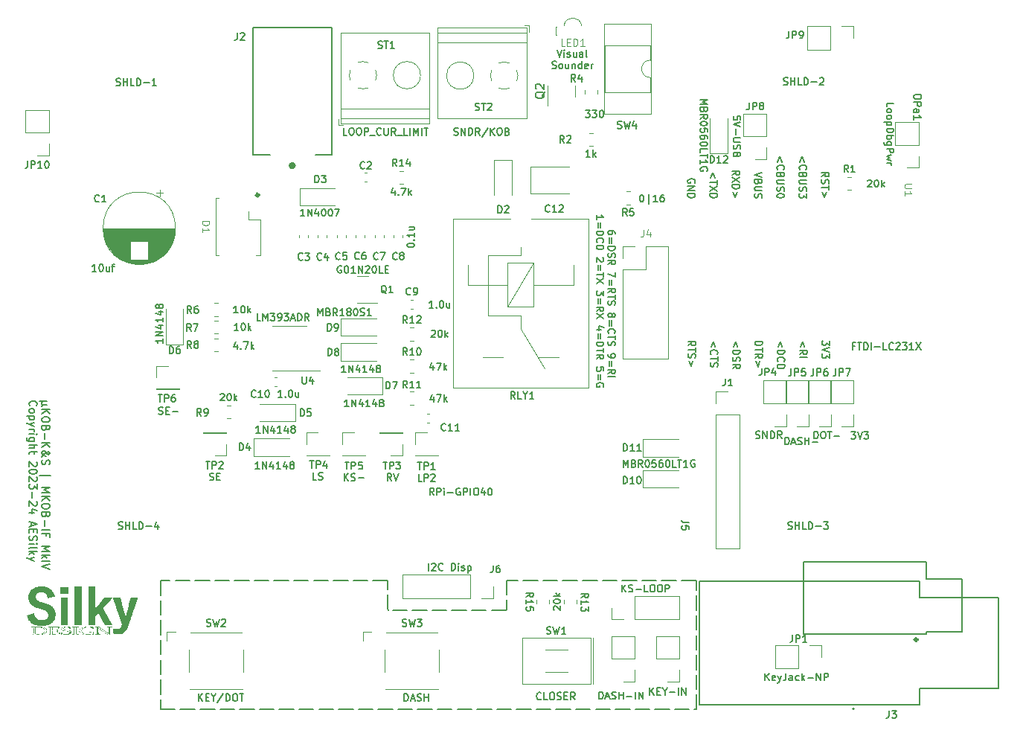
<source format=gbr>
%TF.GenerationSoftware,KiCad,Pcbnew,7.0.2*%
%TF.CreationDate,2024-06-24T19:42:10-07:00*%
%TF.ProjectId,MK-KS-MkIV.kicad_pro,4d4b2d4b-532d-44d6-9b49-562e6b696361,1.0*%
%TF.SameCoordinates,PX3a67068PY9f701d0*%
%TF.FileFunction,Legend,Top*%
%TF.FilePolarity,Positive*%
%FSLAX46Y46*%
G04 Gerber Fmt 4.6, Leading zero omitted, Abs format (unit mm)*
G04 Created by KiCad (PCBNEW 7.0.2) date 2024-06-24 19:42:10*
%MOMM*%
%LPD*%
G01*
G04 APERTURE LIST*
%ADD10C,0.150000*%
%ADD11C,0.127000*%
%ADD12C,0.100000*%
%ADD13C,0.120000*%
%ADD14C,0.200000*%
%ADD15C,0.340000*%
%ADD16C,0.346985*%
%ADD17C,0.400000*%
G04 APERTURE END LIST*
D10*
X11646600Y10279800D02*
X11646600Y8629800D01*
X11646600Y8029800D02*
X11646600Y6379800D01*
X11646600Y5779800D02*
X11646600Y4129800D01*
X11646600Y3529800D02*
X11646600Y1879800D01*
X11646600Y1279800D02*
X11646600Y-370200D01*
X11646600Y-970200D02*
X11646600Y-2620200D01*
X11646600Y-3220200D02*
X11646600Y-4325200D01*
X11646600Y-4325200D02*
X13296600Y-4325200D01*
X13896600Y-4325200D02*
X15546600Y-4325200D01*
X16146600Y-4325200D02*
X17796600Y-4325200D01*
X18396600Y-4325200D02*
X20046600Y-4325200D01*
X20646600Y-4325200D02*
X22296600Y-4325200D01*
X22896600Y-4325200D02*
X24546600Y-4325200D01*
X25146600Y-4325200D02*
X26796600Y-4325200D01*
X27396600Y-4325200D02*
X29046600Y-4325200D01*
X29646600Y-4325200D02*
X31296600Y-4325200D01*
X31896600Y-4325200D02*
X33546600Y-4325200D01*
X34146600Y-4325200D02*
X35796600Y-4325200D01*
X36396600Y-4325200D02*
X38046600Y-4325200D01*
X38646600Y-4325200D02*
X40296600Y-4325200D01*
X40896600Y-4325200D02*
X42546600Y-4325200D01*
X43146600Y-4325200D02*
X44796600Y-4325200D01*
X45396600Y-4325200D02*
X47046600Y-4325200D01*
X47646600Y-4325200D02*
X49296600Y-4325200D01*
X49896600Y-4325200D02*
X51546600Y-4325200D01*
X52146600Y-4325200D02*
X53796600Y-4325200D01*
X54396600Y-4325200D02*
X56046600Y-4325200D01*
X56646600Y-4325200D02*
X58296600Y-4325200D01*
X58896600Y-4325200D02*
X60546600Y-4325200D01*
X61146600Y-4325200D02*
X62796600Y-4325200D01*
X63396600Y-4325200D02*
X65046600Y-4325200D01*
X65646600Y-4325200D02*
X67296600Y-4325200D01*
X67896600Y-4325200D02*
X69546600Y-4325200D01*
X70146600Y-4325200D02*
X71796600Y-4325200D01*
X72396600Y-4325200D02*
X72606600Y-4325200D01*
X72606600Y-4325200D02*
X72606600Y-2675200D01*
X72606600Y-2075200D02*
X72606600Y-425200D01*
X72606600Y174800D02*
X72606600Y1824800D01*
X72606600Y2424800D02*
X72606600Y4074800D01*
X72606600Y4674800D02*
X72606600Y6324800D01*
X72606600Y6924800D02*
X72606600Y8574800D01*
X72606600Y9174800D02*
X72606600Y10279800D01*
X72606600Y10279800D02*
X72565600Y10320800D01*
X72565600Y10320800D02*
X70915600Y10320800D01*
X70315600Y10320800D02*
X68665600Y10320800D01*
X68065600Y10320800D02*
X66415600Y10320800D01*
X65815600Y10320800D02*
X64165600Y10320800D01*
X63565600Y10320800D02*
X61915600Y10320800D01*
X61315600Y10320800D02*
X59665600Y10320800D01*
X59065600Y10320800D02*
X57415600Y10320800D01*
X56815600Y10320800D02*
X55165600Y10320800D01*
X54565600Y10320800D02*
X52915600Y10320800D01*
X52315600Y10320800D02*
X51043600Y10320800D01*
X51043600Y10320800D02*
X51035600Y10312800D01*
X51035600Y10312800D02*
X51035600Y8662800D01*
X51035600Y8062800D02*
X51035600Y7039800D01*
X51035600Y7039800D02*
X50942600Y6946800D01*
X50942600Y6946800D02*
X49292600Y6946800D01*
X48692600Y6946800D02*
X47042600Y6946800D01*
X46442600Y6946800D02*
X44792600Y6946800D01*
X44192600Y6946800D02*
X42542600Y6946800D01*
X41942600Y6946800D02*
X40292600Y6946800D01*
X39692600Y6946800D02*
X38042600Y6946800D01*
X37583600Y6946800D02*
X37457600Y7072800D01*
X37457600Y7072800D02*
X37457600Y8722800D01*
X37457600Y9322800D02*
X37457600Y10307800D01*
X37457600Y10307800D02*
X35807600Y10307800D01*
X35207600Y10307800D02*
X33557600Y10307800D01*
X32957600Y10307800D02*
X31307600Y10307800D01*
X30707600Y10307800D02*
X29057600Y10307800D01*
X28457600Y10307800D02*
X26807600Y10307800D01*
X26207600Y10307800D02*
X24557600Y10307800D01*
X23957600Y10307800D02*
X22307600Y10307800D01*
X21707600Y10307800D02*
X20057600Y10307800D01*
X19457600Y10307800D02*
X17807600Y10307800D01*
X17207600Y10307800D02*
X15557600Y10307800D01*
X14957600Y10307800D02*
X13307600Y10307800D01*
X12707600Y10307800D02*
X11674600Y10307800D01*
X11674600Y10307800D02*
X11646600Y10279800D01*
X-1288758Y30688134D02*
X-2177758Y30688134D01*
X-1754425Y30264800D02*
X-1839091Y30222467D01*
X-1839091Y30222467D02*
X-1881425Y30137800D01*
X-1754425Y30688134D02*
X-1839091Y30645800D01*
X-1839091Y30645800D02*
X-1881425Y30561134D01*
X-1881425Y30561134D02*
X-1881425Y30391800D01*
X-1881425Y30391800D02*
X-1839091Y30307134D01*
X-1839091Y30307134D02*
X-1754425Y30264800D01*
X-1754425Y30264800D02*
X-1288758Y30264800D01*
X-1881425Y29756801D02*
X-992425Y29756801D01*
X-1881425Y29248801D02*
X-1373425Y29629801D01*
X-992425Y29248801D02*
X-1500425Y29756801D01*
X-992425Y28698467D02*
X-992425Y28529134D01*
X-992425Y28529134D02*
X-1034758Y28444467D01*
X-1034758Y28444467D02*
X-1119425Y28359801D01*
X-1119425Y28359801D02*
X-1288758Y28317467D01*
X-1288758Y28317467D02*
X-1585091Y28317467D01*
X-1585091Y28317467D02*
X-1754425Y28359801D01*
X-1754425Y28359801D02*
X-1839091Y28444467D01*
X-1839091Y28444467D02*
X-1881425Y28529134D01*
X-1881425Y28529134D02*
X-1881425Y28698467D01*
X-1881425Y28698467D02*
X-1839091Y28783134D01*
X-1839091Y28783134D02*
X-1754425Y28867801D01*
X-1754425Y28867801D02*
X-1585091Y28910134D01*
X-1585091Y28910134D02*
X-1288758Y28910134D01*
X-1288758Y28910134D02*
X-1119425Y28867801D01*
X-1119425Y28867801D02*
X-1034758Y28783134D01*
X-1034758Y28783134D02*
X-992425Y28698467D01*
X-1415758Y27640134D02*
X-1458091Y27513134D01*
X-1458091Y27513134D02*
X-1500425Y27470801D01*
X-1500425Y27470801D02*
X-1585091Y27428468D01*
X-1585091Y27428468D02*
X-1712091Y27428468D01*
X-1712091Y27428468D02*
X-1796758Y27470801D01*
X-1796758Y27470801D02*
X-1839091Y27513134D01*
X-1839091Y27513134D02*
X-1881425Y27597801D01*
X-1881425Y27597801D02*
X-1881425Y27936468D01*
X-1881425Y27936468D02*
X-992425Y27936468D01*
X-992425Y27936468D02*
X-992425Y27640134D01*
X-992425Y27640134D02*
X-1034758Y27555468D01*
X-1034758Y27555468D02*
X-1077091Y27513134D01*
X-1077091Y27513134D02*
X-1161758Y27470801D01*
X-1161758Y27470801D02*
X-1246425Y27470801D01*
X-1246425Y27470801D02*
X-1331091Y27513134D01*
X-1331091Y27513134D02*
X-1373425Y27555468D01*
X-1373425Y27555468D02*
X-1415758Y27640134D01*
X-1415758Y27640134D02*
X-1415758Y27936468D01*
X-1542758Y27047468D02*
X-1542758Y26370134D01*
X-1881425Y25946801D02*
X-992425Y25946801D01*
X-1881425Y25438801D02*
X-1373425Y25819801D01*
X-992425Y25438801D02*
X-1500425Y25946801D01*
X-1881425Y24338134D02*
X-1881425Y24380467D01*
X-1881425Y24380467D02*
X-1839091Y24465134D01*
X-1839091Y24465134D02*
X-1712091Y24592134D01*
X-1712091Y24592134D02*
X-1458091Y24803801D01*
X-1458091Y24803801D02*
X-1331091Y24888467D01*
X-1331091Y24888467D02*
X-1204091Y24930801D01*
X-1204091Y24930801D02*
X-1119425Y24930801D01*
X-1119425Y24930801D02*
X-1034758Y24888467D01*
X-1034758Y24888467D02*
X-992425Y24803801D01*
X-992425Y24803801D02*
X-992425Y24761467D01*
X-992425Y24761467D02*
X-1034758Y24676801D01*
X-1034758Y24676801D02*
X-1119425Y24634467D01*
X-1119425Y24634467D02*
X-1161758Y24634467D01*
X-1161758Y24634467D02*
X-1246425Y24676801D01*
X-1246425Y24676801D02*
X-1288758Y24719134D01*
X-1288758Y24719134D02*
X-1458091Y24973134D01*
X-1458091Y24973134D02*
X-1500425Y25015467D01*
X-1500425Y25015467D02*
X-1585091Y25057801D01*
X-1585091Y25057801D02*
X-1712091Y25057801D01*
X-1712091Y25057801D02*
X-1796758Y25015467D01*
X-1796758Y25015467D02*
X-1839091Y24973134D01*
X-1839091Y24973134D02*
X-1881425Y24888467D01*
X-1881425Y24888467D02*
X-1881425Y24761467D01*
X-1881425Y24761467D02*
X-1839091Y24676801D01*
X-1839091Y24676801D02*
X-1796758Y24634467D01*
X-1796758Y24634467D02*
X-1627425Y24507467D01*
X-1627425Y24507467D02*
X-1500425Y24465134D01*
X-1500425Y24465134D02*
X-1415758Y24465134D01*
X-1839091Y23999467D02*
X-1881425Y23872467D01*
X-1881425Y23872467D02*
X-1881425Y23660800D01*
X-1881425Y23660800D02*
X-1839091Y23576134D01*
X-1839091Y23576134D02*
X-1796758Y23533800D01*
X-1796758Y23533800D02*
X-1712091Y23491467D01*
X-1712091Y23491467D02*
X-1627425Y23491467D01*
X-1627425Y23491467D02*
X-1542758Y23533800D01*
X-1542758Y23533800D02*
X-1500425Y23576134D01*
X-1500425Y23576134D02*
X-1458091Y23660800D01*
X-1458091Y23660800D02*
X-1415758Y23830134D01*
X-1415758Y23830134D02*
X-1373425Y23914800D01*
X-1373425Y23914800D02*
X-1331091Y23957134D01*
X-1331091Y23957134D02*
X-1246425Y23999467D01*
X-1246425Y23999467D02*
X-1161758Y23999467D01*
X-1161758Y23999467D02*
X-1077091Y23957134D01*
X-1077091Y23957134D02*
X-1034758Y23914800D01*
X-1034758Y23914800D02*
X-992425Y23830134D01*
X-992425Y23830134D02*
X-992425Y23618467D01*
X-992425Y23618467D02*
X-1034758Y23491467D01*
X-2177758Y22221467D02*
X-907758Y22221467D01*
X-1881425Y20909134D02*
X-992425Y20909134D01*
X-992425Y20909134D02*
X-1627425Y20612800D01*
X-1627425Y20612800D02*
X-992425Y20316467D01*
X-992425Y20316467D02*
X-1881425Y20316467D01*
X-1881425Y19893134D02*
X-992425Y19893134D01*
X-1881425Y19385134D02*
X-1373425Y19766134D01*
X-992425Y19385134D02*
X-1500425Y19893134D01*
X-992425Y18834800D02*
X-992425Y18665467D01*
X-992425Y18665467D02*
X-1034758Y18580800D01*
X-1034758Y18580800D02*
X-1119425Y18496134D01*
X-1119425Y18496134D02*
X-1288758Y18453800D01*
X-1288758Y18453800D02*
X-1585091Y18453800D01*
X-1585091Y18453800D02*
X-1754425Y18496134D01*
X-1754425Y18496134D02*
X-1839091Y18580800D01*
X-1839091Y18580800D02*
X-1881425Y18665467D01*
X-1881425Y18665467D02*
X-1881425Y18834800D01*
X-1881425Y18834800D02*
X-1839091Y18919467D01*
X-1839091Y18919467D02*
X-1754425Y19004134D01*
X-1754425Y19004134D02*
X-1585091Y19046467D01*
X-1585091Y19046467D02*
X-1288758Y19046467D01*
X-1288758Y19046467D02*
X-1119425Y19004134D01*
X-1119425Y19004134D02*
X-1034758Y18919467D01*
X-1034758Y18919467D02*
X-992425Y18834800D01*
X-1415758Y17776467D02*
X-1458091Y17649467D01*
X-1458091Y17649467D02*
X-1500425Y17607134D01*
X-1500425Y17607134D02*
X-1585091Y17564801D01*
X-1585091Y17564801D02*
X-1712091Y17564801D01*
X-1712091Y17564801D02*
X-1796758Y17607134D01*
X-1796758Y17607134D02*
X-1839091Y17649467D01*
X-1839091Y17649467D02*
X-1881425Y17734134D01*
X-1881425Y17734134D02*
X-1881425Y18072801D01*
X-1881425Y18072801D02*
X-992425Y18072801D01*
X-992425Y18072801D02*
X-992425Y17776467D01*
X-992425Y17776467D02*
X-1034758Y17691801D01*
X-1034758Y17691801D02*
X-1077091Y17649467D01*
X-1077091Y17649467D02*
X-1161758Y17607134D01*
X-1161758Y17607134D02*
X-1246425Y17607134D01*
X-1246425Y17607134D02*
X-1331091Y17649467D01*
X-1331091Y17649467D02*
X-1373425Y17691801D01*
X-1373425Y17691801D02*
X-1415758Y17776467D01*
X-1415758Y17776467D02*
X-1415758Y18072801D01*
X-1542758Y17183801D02*
X-1542758Y16506467D01*
X-1881425Y16083134D02*
X-992425Y16083134D01*
X-1415758Y15363467D02*
X-1415758Y15659801D01*
X-1881425Y15659801D02*
X-992425Y15659801D01*
X-992425Y15659801D02*
X-992425Y15236467D01*
X-1881425Y14220468D02*
X-992425Y14220468D01*
X-992425Y14220468D02*
X-1627425Y13924134D01*
X-1627425Y13924134D02*
X-992425Y13627801D01*
X-992425Y13627801D02*
X-1881425Y13627801D01*
X-1881425Y13204468D02*
X-992425Y13204468D01*
X-1542758Y13119801D02*
X-1881425Y12865801D01*
X-1288758Y12865801D02*
X-1627425Y13204468D01*
X-1881425Y12484801D02*
X-992425Y12484801D01*
X-992425Y12188468D02*
X-1881425Y11892134D01*
X-1881425Y11892134D02*
X-992425Y11595801D01*
X-3236938Y30180134D02*
X-3279271Y30222467D01*
X-3279271Y30222467D02*
X-3321605Y30349467D01*
X-3321605Y30349467D02*
X-3321605Y30434134D01*
X-3321605Y30434134D02*
X-3279271Y30561134D01*
X-3279271Y30561134D02*
X-3194605Y30645800D01*
X-3194605Y30645800D02*
X-3109938Y30688134D01*
X-3109938Y30688134D02*
X-2940605Y30730467D01*
X-2940605Y30730467D02*
X-2813605Y30730467D01*
X-2813605Y30730467D02*
X-2644271Y30688134D01*
X-2644271Y30688134D02*
X-2559605Y30645800D01*
X-2559605Y30645800D02*
X-2474938Y30561134D01*
X-2474938Y30561134D02*
X-2432605Y30434134D01*
X-2432605Y30434134D02*
X-2432605Y30349467D01*
X-2432605Y30349467D02*
X-2474938Y30222467D01*
X-2474938Y30222467D02*
X-2517271Y30180134D01*
X-3321605Y29672134D02*
X-3279271Y29756800D01*
X-3279271Y29756800D02*
X-3236938Y29799134D01*
X-3236938Y29799134D02*
X-3152271Y29841467D01*
X-3152271Y29841467D02*
X-2898271Y29841467D01*
X-2898271Y29841467D02*
X-2813605Y29799134D01*
X-2813605Y29799134D02*
X-2771271Y29756800D01*
X-2771271Y29756800D02*
X-2728938Y29672134D01*
X-2728938Y29672134D02*
X-2728938Y29545134D01*
X-2728938Y29545134D02*
X-2771271Y29460467D01*
X-2771271Y29460467D02*
X-2813605Y29418134D01*
X-2813605Y29418134D02*
X-2898271Y29375800D01*
X-2898271Y29375800D02*
X-3152271Y29375800D01*
X-3152271Y29375800D02*
X-3236938Y29418134D01*
X-3236938Y29418134D02*
X-3279271Y29460467D01*
X-3279271Y29460467D02*
X-3321605Y29545134D01*
X-3321605Y29545134D02*
X-3321605Y29672134D01*
X-2728938Y28994801D02*
X-3617938Y28994801D01*
X-2771271Y28994801D02*
X-2728938Y28910134D01*
X-2728938Y28910134D02*
X-2728938Y28740801D01*
X-2728938Y28740801D02*
X-2771271Y28656134D01*
X-2771271Y28656134D02*
X-2813605Y28613801D01*
X-2813605Y28613801D02*
X-2898271Y28571467D01*
X-2898271Y28571467D02*
X-3152271Y28571467D01*
X-3152271Y28571467D02*
X-3236938Y28613801D01*
X-3236938Y28613801D02*
X-3279271Y28656134D01*
X-3279271Y28656134D02*
X-3321605Y28740801D01*
X-3321605Y28740801D02*
X-3321605Y28910134D01*
X-3321605Y28910134D02*
X-3279271Y28994801D01*
X-2728938Y28275134D02*
X-3321605Y28063468D01*
X-2728938Y27851801D02*
X-3321605Y28063468D01*
X-3321605Y28063468D02*
X-3533271Y28148134D01*
X-3533271Y28148134D02*
X-3575605Y28190468D01*
X-3575605Y28190468D02*
X-3617938Y28275134D01*
X-3321605Y27513135D02*
X-2728938Y27513135D01*
X-2898271Y27513135D02*
X-2813605Y27470801D01*
X-2813605Y27470801D02*
X-2771271Y27428468D01*
X-2771271Y27428468D02*
X-2728938Y27343801D01*
X-2728938Y27343801D02*
X-2728938Y27259135D01*
X-3321605Y26962802D02*
X-2728938Y26962802D01*
X-2432605Y26962802D02*
X-2474938Y27005135D01*
X-2474938Y27005135D02*
X-2517271Y26962802D01*
X-2517271Y26962802D02*
X-2474938Y26920468D01*
X-2474938Y26920468D02*
X-2432605Y26962802D01*
X-2432605Y26962802D02*
X-2517271Y26962802D01*
X-2728938Y26158469D02*
X-3448605Y26158469D01*
X-3448605Y26158469D02*
X-3533271Y26200802D01*
X-3533271Y26200802D02*
X-3575605Y26243135D01*
X-3575605Y26243135D02*
X-3617938Y26327802D01*
X-3617938Y26327802D02*
X-3617938Y26454802D01*
X-3617938Y26454802D02*
X-3575605Y26539469D01*
X-3279271Y26158469D02*
X-3321605Y26243135D01*
X-3321605Y26243135D02*
X-3321605Y26412469D01*
X-3321605Y26412469D02*
X-3279271Y26497135D01*
X-3279271Y26497135D02*
X-3236938Y26539469D01*
X-3236938Y26539469D02*
X-3152271Y26581802D01*
X-3152271Y26581802D02*
X-2898271Y26581802D01*
X-2898271Y26581802D02*
X-2813605Y26539469D01*
X-2813605Y26539469D02*
X-2771271Y26497135D01*
X-2771271Y26497135D02*
X-2728938Y26412469D01*
X-2728938Y26412469D02*
X-2728938Y26243135D01*
X-2728938Y26243135D02*
X-2771271Y26158469D01*
X-3321605Y25735136D02*
X-2432605Y25735136D01*
X-3321605Y25354136D02*
X-2855938Y25354136D01*
X-2855938Y25354136D02*
X-2771271Y25396469D01*
X-2771271Y25396469D02*
X-2728938Y25481136D01*
X-2728938Y25481136D02*
X-2728938Y25608136D01*
X-2728938Y25608136D02*
X-2771271Y25692802D01*
X-2771271Y25692802D02*
X-2813605Y25735136D01*
X-2728938Y25057803D02*
X-2728938Y24719136D01*
X-2432605Y24930803D02*
X-3194605Y24930803D01*
X-3194605Y24930803D02*
X-3279271Y24888469D01*
X-3279271Y24888469D02*
X-3321605Y24803803D01*
X-3321605Y24803803D02*
X-3321605Y24719136D01*
X-2517271Y23787803D02*
X-2474938Y23745470D01*
X-2474938Y23745470D02*
X-2432605Y23660803D01*
X-2432605Y23660803D02*
X-2432605Y23449136D01*
X-2432605Y23449136D02*
X-2474938Y23364470D01*
X-2474938Y23364470D02*
X-2517271Y23322136D01*
X-2517271Y23322136D02*
X-2601938Y23279803D01*
X-2601938Y23279803D02*
X-2686605Y23279803D01*
X-2686605Y23279803D02*
X-2813605Y23322136D01*
X-2813605Y23322136D02*
X-3321605Y23830136D01*
X-3321605Y23830136D02*
X-3321605Y23279803D01*
X-2432605Y22729469D02*
X-2432605Y22644803D01*
X-2432605Y22644803D02*
X-2474938Y22560136D01*
X-2474938Y22560136D02*
X-2517271Y22517803D01*
X-2517271Y22517803D02*
X-2601938Y22475469D01*
X-2601938Y22475469D02*
X-2771271Y22433136D01*
X-2771271Y22433136D02*
X-2982938Y22433136D01*
X-2982938Y22433136D02*
X-3152271Y22475469D01*
X-3152271Y22475469D02*
X-3236938Y22517803D01*
X-3236938Y22517803D02*
X-3279271Y22560136D01*
X-3279271Y22560136D02*
X-3321605Y22644803D01*
X-3321605Y22644803D02*
X-3321605Y22729469D01*
X-3321605Y22729469D02*
X-3279271Y22814136D01*
X-3279271Y22814136D02*
X-3236938Y22856469D01*
X-3236938Y22856469D02*
X-3152271Y22898803D01*
X-3152271Y22898803D02*
X-2982938Y22941136D01*
X-2982938Y22941136D02*
X-2771271Y22941136D01*
X-2771271Y22941136D02*
X-2601938Y22898803D01*
X-2601938Y22898803D02*
X-2517271Y22856469D01*
X-2517271Y22856469D02*
X-2474938Y22814136D01*
X-2474938Y22814136D02*
X-2432605Y22729469D01*
X-2517271Y22094469D02*
X-2474938Y22052136D01*
X-2474938Y22052136D02*
X-2432605Y21967469D01*
X-2432605Y21967469D02*
X-2432605Y21755802D01*
X-2432605Y21755802D02*
X-2474938Y21671136D01*
X-2474938Y21671136D02*
X-2517271Y21628802D01*
X-2517271Y21628802D02*
X-2601938Y21586469D01*
X-2601938Y21586469D02*
X-2686605Y21586469D01*
X-2686605Y21586469D02*
X-2813605Y21628802D01*
X-2813605Y21628802D02*
X-3321605Y22136802D01*
X-3321605Y22136802D02*
X-3321605Y21586469D01*
X-2432605Y21290135D02*
X-2432605Y20739802D01*
X-2432605Y20739802D02*
X-2771271Y21036135D01*
X-2771271Y21036135D02*
X-2771271Y20909135D01*
X-2771271Y20909135D02*
X-2813605Y20824469D01*
X-2813605Y20824469D02*
X-2855938Y20782135D01*
X-2855938Y20782135D02*
X-2940605Y20739802D01*
X-2940605Y20739802D02*
X-3152271Y20739802D01*
X-3152271Y20739802D02*
X-3236938Y20782135D01*
X-3236938Y20782135D02*
X-3279271Y20824469D01*
X-3279271Y20824469D02*
X-3321605Y20909135D01*
X-3321605Y20909135D02*
X-3321605Y21163135D01*
X-3321605Y21163135D02*
X-3279271Y21247802D01*
X-3279271Y21247802D02*
X-3236938Y21290135D01*
X-2982938Y20358802D02*
X-2982938Y19681468D01*
X-2517271Y19300468D02*
X-2474938Y19258135D01*
X-2474938Y19258135D02*
X-2432605Y19173468D01*
X-2432605Y19173468D02*
X-2432605Y18961801D01*
X-2432605Y18961801D02*
X-2474938Y18877135D01*
X-2474938Y18877135D02*
X-2517271Y18834801D01*
X-2517271Y18834801D02*
X-2601938Y18792468D01*
X-2601938Y18792468D02*
X-2686605Y18792468D01*
X-2686605Y18792468D02*
X-2813605Y18834801D01*
X-2813605Y18834801D02*
X-3321605Y19342801D01*
X-3321605Y19342801D02*
X-3321605Y18792468D01*
X-2728938Y18030468D02*
X-3321605Y18030468D01*
X-2390271Y18242134D02*
X-3025271Y18453801D01*
X-3025271Y18453801D02*
X-3025271Y17903468D01*
X-3067605Y16929801D02*
X-3067605Y16506468D01*
X-3321605Y17014468D02*
X-2432605Y16718134D01*
X-2432605Y16718134D02*
X-3321605Y16421801D01*
X-2855938Y16125468D02*
X-2855938Y15829134D01*
X-3321605Y15702134D02*
X-3321605Y16125468D01*
X-3321605Y16125468D02*
X-2432605Y16125468D01*
X-2432605Y16125468D02*
X-2432605Y15702134D01*
X-3279271Y15363468D02*
X-3321605Y15236468D01*
X-3321605Y15236468D02*
X-3321605Y15024801D01*
X-3321605Y15024801D02*
X-3279271Y14940135D01*
X-3279271Y14940135D02*
X-3236938Y14897801D01*
X-3236938Y14897801D02*
X-3152271Y14855468D01*
X-3152271Y14855468D02*
X-3067605Y14855468D01*
X-3067605Y14855468D02*
X-2982938Y14897801D01*
X-2982938Y14897801D02*
X-2940605Y14940135D01*
X-2940605Y14940135D02*
X-2898271Y15024801D01*
X-2898271Y15024801D02*
X-2855938Y15194135D01*
X-2855938Y15194135D02*
X-2813605Y15278801D01*
X-2813605Y15278801D02*
X-2771271Y15321135D01*
X-2771271Y15321135D02*
X-2686605Y15363468D01*
X-2686605Y15363468D02*
X-2601938Y15363468D01*
X-2601938Y15363468D02*
X-2517271Y15321135D01*
X-2517271Y15321135D02*
X-2474938Y15278801D01*
X-2474938Y15278801D02*
X-2432605Y15194135D01*
X-2432605Y15194135D02*
X-2432605Y14982468D01*
X-2432605Y14982468D02*
X-2474938Y14855468D01*
X-3321605Y14474468D02*
X-2728938Y14474468D01*
X-2432605Y14474468D02*
X-2474938Y14516801D01*
X-2474938Y14516801D02*
X-2517271Y14474468D01*
X-2517271Y14474468D02*
X-2474938Y14432134D01*
X-2474938Y14432134D02*
X-2432605Y14474468D01*
X-2432605Y14474468D02*
X-2517271Y14474468D01*
X-3321605Y13924135D02*
X-3279271Y14008801D01*
X-3279271Y14008801D02*
X-3194605Y14051135D01*
X-3194605Y14051135D02*
X-2432605Y14051135D01*
X-3321605Y13585468D02*
X-2432605Y13585468D01*
X-2982938Y13500801D02*
X-3321605Y13246801D01*
X-2728938Y13246801D02*
X-3067605Y13585468D01*
X-2728938Y12950467D02*
X-3321605Y12738801D01*
X-2728938Y12527134D02*
X-3321605Y12738801D01*
X-3321605Y12738801D02*
X-3533271Y12823467D01*
X-3533271Y12823467D02*
X-3575605Y12865801D01*
X-3575605Y12865801D02*
X-3617938Y12950467D01*
X63363184Y49725371D02*
X63363184Y49880133D01*
X63363184Y49880133D02*
X63324494Y49957514D01*
X63324494Y49957514D02*
X63285803Y49996204D01*
X63285803Y49996204D02*
X63169732Y50073585D01*
X63169732Y50073585D02*
X63014970Y50112276D01*
X63014970Y50112276D02*
X62705446Y50112276D01*
X62705446Y50112276D02*
X62628065Y50073585D01*
X62628065Y50073585D02*
X62589375Y50034895D01*
X62589375Y50034895D02*
X62550684Y49957514D01*
X62550684Y49957514D02*
X62550684Y49802752D01*
X62550684Y49802752D02*
X62589375Y49725371D01*
X62589375Y49725371D02*
X62628065Y49686680D01*
X62628065Y49686680D02*
X62705446Y49647990D01*
X62705446Y49647990D02*
X62898898Y49647990D01*
X62898898Y49647990D02*
X62976279Y49686680D01*
X62976279Y49686680D02*
X63014970Y49725371D01*
X63014970Y49725371D02*
X63053660Y49802752D01*
X63053660Y49802752D02*
X63053660Y49957514D01*
X63053660Y49957514D02*
X63014970Y50034895D01*
X63014970Y50034895D02*
X62976279Y50073585D01*
X62976279Y50073585D02*
X62898898Y50112276D01*
X62976279Y49299775D02*
X62976279Y48680727D01*
X62744136Y48680727D02*
X62744136Y49299775D01*
X62550684Y48293823D02*
X63363184Y48293823D01*
X63363184Y48293823D02*
X63363184Y48100371D01*
X63363184Y48100371D02*
X63324494Y47984299D01*
X63324494Y47984299D02*
X63247113Y47906918D01*
X63247113Y47906918D02*
X63169732Y47868228D01*
X63169732Y47868228D02*
X63014970Y47829537D01*
X63014970Y47829537D02*
X62898898Y47829537D01*
X62898898Y47829537D02*
X62744136Y47868228D01*
X62744136Y47868228D02*
X62666755Y47906918D01*
X62666755Y47906918D02*
X62589375Y47984299D01*
X62589375Y47984299D02*
X62550684Y48100371D01*
X62550684Y48100371D02*
X62550684Y48293823D01*
X62589375Y47520014D02*
X62550684Y47403942D01*
X62550684Y47403942D02*
X62550684Y47210490D01*
X62550684Y47210490D02*
X62589375Y47133109D01*
X62589375Y47133109D02*
X62628065Y47094418D01*
X62628065Y47094418D02*
X62705446Y47055728D01*
X62705446Y47055728D02*
X62782827Y47055728D01*
X62782827Y47055728D02*
X62860208Y47094418D01*
X62860208Y47094418D02*
X62898898Y47133109D01*
X62898898Y47133109D02*
X62937589Y47210490D01*
X62937589Y47210490D02*
X62976279Y47365252D01*
X62976279Y47365252D02*
X63014970Y47442633D01*
X63014970Y47442633D02*
X63053660Y47481323D01*
X63053660Y47481323D02*
X63131041Y47520014D01*
X63131041Y47520014D02*
X63208422Y47520014D01*
X63208422Y47520014D02*
X63285803Y47481323D01*
X63285803Y47481323D02*
X63324494Y47442633D01*
X63324494Y47442633D02*
X63363184Y47365252D01*
X63363184Y47365252D02*
X63363184Y47171799D01*
X63363184Y47171799D02*
X63324494Y47055728D01*
X62550684Y46243227D02*
X62937589Y46514061D01*
X62550684Y46707513D02*
X63363184Y46707513D01*
X63363184Y46707513D02*
X63363184Y46397989D01*
X63363184Y46397989D02*
X63324494Y46320608D01*
X63324494Y46320608D02*
X63285803Y46281918D01*
X63285803Y46281918D02*
X63208422Y46243227D01*
X63208422Y46243227D02*
X63092351Y46243227D01*
X63092351Y46243227D02*
X63014970Y46281918D01*
X63014970Y46281918D02*
X62976279Y46320608D01*
X62976279Y46320608D02*
X62937589Y46397989D01*
X62937589Y46397989D02*
X62937589Y46707513D01*
X63363184Y45353346D02*
X63363184Y44811679D01*
X63363184Y44811679D02*
X62550684Y45159894D01*
X62976279Y44502155D02*
X62976279Y43883107D01*
X62744136Y43883107D02*
X62744136Y44502155D01*
X62550684Y43031917D02*
X62937589Y43302751D01*
X62550684Y43496203D02*
X63363184Y43496203D01*
X63363184Y43496203D02*
X63363184Y43186679D01*
X63363184Y43186679D02*
X63324494Y43109298D01*
X63324494Y43109298D02*
X63285803Y43070608D01*
X63285803Y43070608D02*
X63208422Y43031917D01*
X63208422Y43031917D02*
X63092351Y43031917D01*
X63092351Y43031917D02*
X63014970Y43070608D01*
X63014970Y43070608D02*
X62976279Y43109298D01*
X62976279Y43109298D02*
X62937589Y43186679D01*
X62937589Y43186679D02*
X62937589Y43496203D01*
X63363184Y42799775D02*
X63363184Y42335489D01*
X62550684Y42567632D02*
X63363184Y42567632D01*
X62589375Y42103346D02*
X62550684Y41987274D01*
X62550684Y41987274D02*
X62550684Y41793822D01*
X62550684Y41793822D02*
X62589375Y41716441D01*
X62589375Y41716441D02*
X62628065Y41677750D01*
X62628065Y41677750D02*
X62705446Y41639060D01*
X62705446Y41639060D02*
X62782827Y41639060D01*
X62782827Y41639060D02*
X62860208Y41677750D01*
X62860208Y41677750D02*
X62898898Y41716441D01*
X62898898Y41716441D02*
X62937589Y41793822D01*
X62937589Y41793822D02*
X62976279Y41948584D01*
X62976279Y41948584D02*
X63014970Y42025965D01*
X63014970Y42025965D02*
X63053660Y42064655D01*
X63053660Y42064655D02*
X63131041Y42103346D01*
X63131041Y42103346D02*
X63208422Y42103346D01*
X63208422Y42103346D02*
X63285803Y42064655D01*
X63285803Y42064655D02*
X63324494Y42025965D01*
X63324494Y42025965D02*
X63363184Y41948584D01*
X63363184Y41948584D02*
X63363184Y41755131D01*
X63363184Y41755131D02*
X63324494Y41639060D01*
X63014970Y40555726D02*
X63053660Y40633107D01*
X63053660Y40633107D02*
X63092351Y40671797D01*
X63092351Y40671797D02*
X63169732Y40710488D01*
X63169732Y40710488D02*
X63208422Y40710488D01*
X63208422Y40710488D02*
X63285803Y40671797D01*
X63285803Y40671797D02*
X63324494Y40633107D01*
X63324494Y40633107D02*
X63363184Y40555726D01*
X63363184Y40555726D02*
X63363184Y40400964D01*
X63363184Y40400964D02*
X63324494Y40323583D01*
X63324494Y40323583D02*
X63285803Y40284892D01*
X63285803Y40284892D02*
X63208422Y40246202D01*
X63208422Y40246202D02*
X63169732Y40246202D01*
X63169732Y40246202D02*
X63092351Y40284892D01*
X63092351Y40284892D02*
X63053660Y40323583D01*
X63053660Y40323583D02*
X63014970Y40400964D01*
X63014970Y40400964D02*
X63014970Y40555726D01*
X63014970Y40555726D02*
X62976279Y40633107D01*
X62976279Y40633107D02*
X62937589Y40671797D01*
X62937589Y40671797D02*
X62860208Y40710488D01*
X62860208Y40710488D02*
X62705446Y40710488D01*
X62705446Y40710488D02*
X62628065Y40671797D01*
X62628065Y40671797D02*
X62589375Y40633107D01*
X62589375Y40633107D02*
X62550684Y40555726D01*
X62550684Y40555726D02*
X62550684Y40400964D01*
X62550684Y40400964D02*
X62589375Y40323583D01*
X62589375Y40323583D02*
X62628065Y40284892D01*
X62628065Y40284892D02*
X62705446Y40246202D01*
X62705446Y40246202D02*
X62860208Y40246202D01*
X62860208Y40246202D02*
X62937589Y40284892D01*
X62937589Y40284892D02*
X62976279Y40323583D01*
X62976279Y40323583D02*
X63014970Y40400964D01*
X62976279Y39897987D02*
X62976279Y39278939D01*
X62744136Y39278939D02*
X62744136Y39897987D01*
X62628065Y38427749D02*
X62589375Y38466440D01*
X62589375Y38466440D02*
X62550684Y38582511D01*
X62550684Y38582511D02*
X62550684Y38659892D01*
X62550684Y38659892D02*
X62589375Y38775964D01*
X62589375Y38775964D02*
X62666755Y38853345D01*
X62666755Y38853345D02*
X62744136Y38892035D01*
X62744136Y38892035D02*
X62898898Y38930726D01*
X62898898Y38930726D02*
X63014970Y38930726D01*
X63014970Y38930726D02*
X63169732Y38892035D01*
X63169732Y38892035D02*
X63247113Y38853345D01*
X63247113Y38853345D02*
X63324494Y38775964D01*
X63324494Y38775964D02*
X63363184Y38659892D01*
X63363184Y38659892D02*
X63363184Y38582511D01*
X63363184Y38582511D02*
X63324494Y38466440D01*
X63324494Y38466440D02*
X63285803Y38427749D01*
X63363184Y38195607D02*
X63363184Y37731321D01*
X62550684Y37963464D02*
X63363184Y37963464D01*
X62589375Y37499178D02*
X62550684Y37383106D01*
X62550684Y37383106D02*
X62550684Y37189654D01*
X62550684Y37189654D02*
X62589375Y37112273D01*
X62589375Y37112273D02*
X62628065Y37073582D01*
X62628065Y37073582D02*
X62705446Y37034892D01*
X62705446Y37034892D02*
X62782827Y37034892D01*
X62782827Y37034892D02*
X62860208Y37073582D01*
X62860208Y37073582D02*
X62898898Y37112273D01*
X62898898Y37112273D02*
X62937589Y37189654D01*
X62937589Y37189654D02*
X62976279Y37344416D01*
X62976279Y37344416D02*
X63014970Y37421797D01*
X63014970Y37421797D02*
X63053660Y37460487D01*
X63053660Y37460487D02*
X63131041Y37499178D01*
X63131041Y37499178D02*
X63208422Y37499178D01*
X63208422Y37499178D02*
X63285803Y37460487D01*
X63285803Y37460487D02*
X63324494Y37421797D01*
X63324494Y37421797D02*
X63363184Y37344416D01*
X63363184Y37344416D02*
X63363184Y37150963D01*
X63363184Y37150963D02*
X63324494Y37034892D01*
X62550684Y36028939D02*
X62550684Y35874177D01*
X62550684Y35874177D02*
X62589375Y35796796D01*
X62589375Y35796796D02*
X62628065Y35758105D01*
X62628065Y35758105D02*
X62744136Y35680724D01*
X62744136Y35680724D02*
X62898898Y35642034D01*
X62898898Y35642034D02*
X63208422Y35642034D01*
X63208422Y35642034D02*
X63285803Y35680724D01*
X63285803Y35680724D02*
X63324494Y35719415D01*
X63324494Y35719415D02*
X63363184Y35796796D01*
X63363184Y35796796D02*
X63363184Y35951558D01*
X63363184Y35951558D02*
X63324494Y36028939D01*
X63324494Y36028939D02*
X63285803Y36067629D01*
X63285803Y36067629D02*
X63208422Y36106320D01*
X63208422Y36106320D02*
X63014970Y36106320D01*
X63014970Y36106320D02*
X62937589Y36067629D01*
X62937589Y36067629D02*
X62898898Y36028939D01*
X62898898Y36028939D02*
X62860208Y35951558D01*
X62860208Y35951558D02*
X62860208Y35796796D01*
X62860208Y35796796D02*
X62898898Y35719415D01*
X62898898Y35719415D02*
X62937589Y35680724D01*
X62937589Y35680724D02*
X63014970Y35642034D01*
X62976279Y35293819D02*
X62976279Y34674771D01*
X62744136Y34674771D02*
X62744136Y35293819D01*
X62550684Y33823581D02*
X62937589Y34094415D01*
X62550684Y34287867D02*
X63363184Y34287867D01*
X63363184Y34287867D02*
X63363184Y33978343D01*
X63363184Y33978343D02*
X63324494Y33900962D01*
X63324494Y33900962D02*
X63285803Y33862272D01*
X63285803Y33862272D02*
X63208422Y33823581D01*
X63208422Y33823581D02*
X63092351Y33823581D01*
X63092351Y33823581D02*
X63014970Y33862272D01*
X63014970Y33862272D02*
X62976279Y33900962D01*
X62976279Y33900962D02*
X62937589Y33978343D01*
X62937589Y33978343D02*
X62937589Y34287867D01*
X62550684Y33475367D02*
X63363184Y33475367D01*
X61234434Y51389062D02*
X61234434Y51853348D01*
X61234434Y51621205D02*
X62046934Y51621205D01*
X62046934Y51621205D02*
X61930863Y51698586D01*
X61930863Y51698586D02*
X61853482Y51775967D01*
X61853482Y51775967D02*
X61814791Y51853348D01*
X61660029Y51040847D02*
X61660029Y50421799D01*
X61427886Y50421799D02*
X61427886Y51040847D01*
X61234434Y50034895D02*
X62046934Y50034895D01*
X62046934Y50034895D02*
X62046934Y49841443D01*
X62046934Y49841443D02*
X62008244Y49725371D01*
X62008244Y49725371D02*
X61930863Y49647990D01*
X61930863Y49647990D02*
X61853482Y49609300D01*
X61853482Y49609300D02*
X61698720Y49570609D01*
X61698720Y49570609D02*
X61582648Y49570609D01*
X61582648Y49570609D02*
X61427886Y49609300D01*
X61427886Y49609300D02*
X61350505Y49647990D01*
X61350505Y49647990D02*
X61273125Y49725371D01*
X61273125Y49725371D02*
X61234434Y49841443D01*
X61234434Y49841443D02*
X61234434Y50034895D01*
X61311815Y48758109D02*
X61273125Y48796800D01*
X61273125Y48796800D02*
X61234434Y48912871D01*
X61234434Y48912871D02*
X61234434Y48990252D01*
X61234434Y48990252D02*
X61273125Y49106324D01*
X61273125Y49106324D02*
X61350505Y49183705D01*
X61350505Y49183705D02*
X61427886Y49222395D01*
X61427886Y49222395D02*
X61582648Y49261086D01*
X61582648Y49261086D02*
X61698720Y49261086D01*
X61698720Y49261086D02*
X61853482Y49222395D01*
X61853482Y49222395D02*
X61930863Y49183705D01*
X61930863Y49183705D02*
X62008244Y49106324D01*
X62008244Y49106324D02*
X62046934Y48990252D01*
X62046934Y48990252D02*
X62046934Y48912871D01*
X62046934Y48912871D02*
X62008244Y48796800D01*
X62008244Y48796800D02*
X61969553Y48758109D01*
X61234434Y48409895D02*
X62046934Y48409895D01*
X62046934Y48409895D02*
X62046934Y48216443D01*
X62046934Y48216443D02*
X62008244Y48100371D01*
X62008244Y48100371D02*
X61930863Y48022990D01*
X61930863Y48022990D02*
X61853482Y47984300D01*
X61853482Y47984300D02*
X61698720Y47945609D01*
X61698720Y47945609D02*
X61582648Y47945609D01*
X61582648Y47945609D02*
X61427886Y47984300D01*
X61427886Y47984300D02*
X61350505Y48022990D01*
X61350505Y48022990D02*
X61273125Y48100371D01*
X61273125Y48100371D02*
X61234434Y48216443D01*
X61234434Y48216443D02*
X61234434Y48409895D01*
X61969553Y47017038D02*
X62008244Y46978347D01*
X62008244Y46978347D02*
X62046934Y46900966D01*
X62046934Y46900966D02*
X62046934Y46707514D01*
X62046934Y46707514D02*
X62008244Y46630133D01*
X62008244Y46630133D02*
X61969553Y46591442D01*
X61969553Y46591442D02*
X61892172Y46552752D01*
X61892172Y46552752D02*
X61814791Y46552752D01*
X61814791Y46552752D02*
X61698720Y46591442D01*
X61698720Y46591442D02*
X61234434Y47055728D01*
X61234434Y47055728D02*
X61234434Y46552752D01*
X61660029Y46204537D02*
X61660029Y45585489D01*
X61427886Y45585489D02*
X61427886Y46204537D01*
X62046934Y45314657D02*
X62046934Y44850371D01*
X61234434Y45082514D02*
X62046934Y45082514D01*
X62046934Y44656918D02*
X61234434Y44115251D01*
X62046934Y44115251D02*
X61234434Y44656918D01*
X62046934Y43264060D02*
X62046934Y42761084D01*
X62046934Y42761084D02*
X61737410Y43031917D01*
X61737410Y43031917D02*
X61737410Y42915846D01*
X61737410Y42915846D02*
X61698720Y42838465D01*
X61698720Y42838465D02*
X61660029Y42799774D01*
X61660029Y42799774D02*
X61582648Y42761084D01*
X61582648Y42761084D02*
X61389196Y42761084D01*
X61389196Y42761084D02*
X61311815Y42799774D01*
X61311815Y42799774D02*
X61273125Y42838465D01*
X61273125Y42838465D02*
X61234434Y42915846D01*
X61234434Y42915846D02*
X61234434Y43147989D01*
X61234434Y43147989D02*
X61273125Y43225370D01*
X61273125Y43225370D02*
X61311815Y43264060D01*
X61660029Y42412869D02*
X61660029Y41793821D01*
X61427886Y41793821D02*
X61427886Y42412869D01*
X61234434Y40942631D02*
X61621339Y41213465D01*
X61234434Y41406917D02*
X62046934Y41406917D01*
X62046934Y41406917D02*
X62046934Y41097393D01*
X62046934Y41097393D02*
X62008244Y41020012D01*
X62008244Y41020012D02*
X61969553Y40981322D01*
X61969553Y40981322D02*
X61892172Y40942631D01*
X61892172Y40942631D02*
X61776101Y40942631D01*
X61776101Y40942631D02*
X61698720Y40981322D01*
X61698720Y40981322D02*
X61660029Y41020012D01*
X61660029Y41020012D02*
X61621339Y41097393D01*
X61621339Y41097393D02*
X61621339Y41406917D01*
X62046934Y40671798D02*
X61234434Y40130131D01*
X62046934Y40130131D02*
X61234434Y40671798D01*
X61776101Y38853345D02*
X61234434Y38853345D01*
X62085625Y39046797D02*
X61505267Y39240250D01*
X61505267Y39240250D02*
X61505267Y38737273D01*
X61660029Y38427749D02*
X61660029Y37808701D01*
X61427886Y37808701D02*
X61427886Y38427749D01*
X61234434Y37421797D02*
X62046934Y37421797D01*
X62046934Y37421797D02*
X62046934Y37228345D01*
X62046934Y37228345D02*
X62008244Y37112273D01*
X62008244Y37112273D02*
X61930863Y37034892D01*
X61930863Y37034892D02*
X61853482Y36996202D01*
X61853482Y36996202D02*
X61698720Y36957511D01*
X61698720Y36957511D02*
X61582648Y36957511D01*
X61582648Y36957511D02*
X61427886Y36996202D01*
X61427886Y36996202D02*
X61350505Y37034892D01*
X61350505Y37034892D02*
X61273125Y37112273D01*
X61273125Y37112273D02*
X61234434Y37228345D01*
X61234434Y37228345D02*
X61234434Y37421797D01*
X62046934Y36725369D02*
X62046934Y36261083D01*
X61234434Y36493226D02*
X62046934Y36493226D01*
X61234434Y35525963D02*
X61621339Y35796797D01*
X61234434Y35990249D02*
X62046934Y35990249D01*
X62046934Y35990249D02*
X62046934Y35680725D01*
X62046934Y35680725D02*
X62008244Y35603344D01*
X62008244Y35603344D02*
X61969553Y35564654D01*
X61969553Y35564654D02*
X61892172Y35525963D01*
X61892172Y35525963D02*
X61776101Y35525963D01*
X61776101Y35525963D02*
X61698720Y35564654D01*
X61698720Y35564654D02*
X61660029Y35603344D01*
X61660029Y35603344D02*
X61621339Y35680725D01*
X61621339Y35680725D02*
X61621339Y35990249D01*
X62046934Y34171796D02*
X62046934Y34558701D01*
X62046934Y34558701D02*
X61660029Y34597392D01*
X61660029Y34597392D02*
X61698720Y34558701D01*
X61698720Y34558701D02*
X61737410Y34481320D01*
X61737410Y34481320D02*
X61737410Y34287868D01*
X61737410Y34287868D02*
X61698720Y34210487D01*
X61698720Y34210487D02*
X61660029Y34171796D01*
X61660029Y34171796D02*
X61582648Y34133106D01*
X61582648Y34133106D02*
X61389196Y34133106D01*
X61389196Y34133106D02*
X61311815Y34171796D01*
X61311815Y34171796D02*
X61273125Y34210487D01*
X61273125Y34210487D02*
X61234434Y34287868D01*
X61234434Y34287868D02*
X61234434Y34481320D01*
X61234434Y34481320D02*
X61273125Y34558701D01*
X61273125Y34558701D02*
X61311815Y34597392D01*
X61660029Y33784891D02*
X61660029Y33165843D01*
X61427886Y33165843D02*
X61427886Y33784891D01*
X62008244Y32353344D02*
X62046934Y32430725D01*
X62046934Y32430725D02*
X62046934Y32546796D01*
X62046934Y32546796D02*
X62008244Y32662868D01*
X62008244Y32662868D02*
X61930863Y32740249D01*
X61930863Y32740249D02*
X61853482Y32778939D01*
X61853482Y32778939D02*
X61698720Y32817630D01*
X61698720Y32817630D02*
X61582648Y32817630D01*
X61582648Y32817630D02*
X61427886Y32778939D01*
X61427886Y32778939D02*
X61350505Y32740249D01*
X61350505Y32740249D02*
X61273125Y32662868D01*
X61273125Y32662868D02*
X61234434Y32546796D01*
X61234434Y32546796D02*
X61234434Y32469415D01*
X61234434Y32469415D02*
X61273125Y32353344D01*
X61273125Y32353344D02*
X61311815Y32314653D01*
X61311815Y32314653D02*
X61582648Y32314653D01*
X61582648Y32314653D02*
X61582648Y32469415D01*
D11*
X56756886Y70671808D02*
X57027819Y69859008D01*
X57027819Y69859008D02*
X57298753Y70671808D01*
X57569686Y69859008D02*
X57569686Y70400874D01*
X57569686Y70671808D02*
X57530982Y70633103D01*
X57530982Y70633103D02*
X57569686Y70594398D01*
X57569686Y70594398D02*
X57608391Y70633103D01*
X57608391Y70633103D02*
X57569686Y70671808D01*
X57569686Y70671808D02*
X57569686Y70594398D01*
X57918030Y69897712D02*
X57995439Y69859008D01*
X57995439Y69859008D02*
X58150258Y69859008D01*
X58150258Y69859008D02*
X58227668Y69897712D01*
X58227668Y69897712D02*
X58266372Y69975122D01*
X58266372Y69975122D02*
X58266372Y70013827D01*
X58266372Y70013827D02*
X58227668Y70091236D01*
X58227668Y70091236D02*
X58150258Y70129941D01*
X58150258Y70129941D02*
X58034144Y70129941D01*
X58034144Y70129941D02*
X57956734Y70168646D01*
X57956734Y70168646D02*
X57918030Y70246055D01*
X57918030Y70246055D02*
X57918030Y70284760D01*
X57918030Y70284760D02*
X57956734Y70362170D01*
X57956734Y70362170D02*
X58034144Y70400874D01*
X58034144Y70400874D02*
X58150258Y70400874D01*
X58150258Y70400874D02*
X58227668Y70362170D01*
X58963058Y70400874D02*
X58963058Y69859008D01*
X58614715Y70400874D02*
X58614715Y69975122D01*
X58614715Y69975122D02*
X58653420Y69897712D01*
X58653420Y69897712D02*
X58730830Y69859008D01*
X58730830Y69859008D02*
X58846944Y69859008D01*
X58846944Y69859008D02*
X58924353Y69897712D01*
X58924353Y69897712D02*
X58963058Y69936417D01*
X59698448Y69859008D02*
X59698448Y70284760D01*
X59698448Y70284760D02*
X59659743Y70362170D01*
X59659743Y70362170D02*
X59582334Y70400874D01*
X59582334Y70400874D02*
X59427515Y70400874D01*
X59427515Y70400874D02*
X59350105Y70362170D01*
X59698448Y69897712D02*
X59621039Y69859008D01*
X59621039Y69859008D02*
X59427515Y69859008D01*
X59427515Y69859008D02*
X59350105Y69897712D01*
X59350105Y69897712D02*
X59311401Y69975122D01*
X59311401Y69975122D02*
X59311401Y70052532D01*
X59311401Y70052532D02*
X59350105Y70129941D01*
X59350105Y70129941D02*
X59427515Y70168646D01*
X59427515Y70168646D02*
X59621039Y70168646D01*
X59621039Y70168646D02*
X59698448Y70207351D01*
X60201610Y69859008D02*
X60124200Y69897712D01*
X60124200Y69897712D02*
X60085495Y69975122D01*
X60085495Y69975122D02*
X60085495Y70671808D01*
X56195668Y68580976D02*
X56311782Y68542272D01*
X56311782Y68542272D02*
X56505306Y68542272D01*
X56505306Y68542272D02*
X56582715Y68580976D01*
X56582715Y68580976D02*
X56621420Y68619681D01*
X56621420Y68619681D02*
X56660125Y68697091D01*
X56660125Y68697091D02*
X56660125Y68774500D01*
X56660125Y68774500D02*
X56621420Y68851910D01*
X56621420Y68851910D02*
X56582715Y68890615D01*
X56582715Y68890615D02*
X56505306Y68929319D01*
X56505306Y68929319D02*
X56350487Y68968024D01*
X56350487Y68968024D02*
X56273077Y69006729D01*
X56273077Y69006729D02*
X56234372Y69045434D01*
X56234372Y69045434D02*
X56195668Y69122843D01*
X56195668Y69122843D02*
X56195668Y69200253D01*
X56195668Y69200253D02*
X56234372Y69277662D01*
X56234372Y69277662D02*
X56273077Y69316367D01*
X56273077Y69316367D02*
X56350487Y69355072D01*
X56350487Y69355072D02*
X56544010Y69355072D01*
X56544010Y69355072D02*
X56660125Y69316367D01*
X57124582Y68542272D02*
X57047172Y68580976D01*
X57047172Y68580976D02*
X57008467Y68619681D01*
X57008467Y68619681D02*
X56969763Y68697091D01*
X56969763Y68697091D02*
X56969763Y68929319D01*
X56969763Y68929319D02*
X57008467Y69006729D01*
X57008467Y69006729D02*
X57047172Y69045434D01*
X57047172Y69045434D02*
X57124582Y69084138D01*
X57124582Y69084138D02*
X57240696Y69084138D01*
X57240696Y69084138D02*
X57318105Y69045434D01*
X57318105Y69045434D02*
X57356810Y69006729D01*
X57356810Y69006729D02*
X57395515Y68929319D01*
X57395515Y68929319D02*
X57395515Y68697091D01*
X57395515Y68697091D02*
X57356810Y68619681D01*
X57356810Y68619681D02*
X57318105Y68580976D01*
X57318105Y68580976D02*
X57240696Y68542272D01*
X57240696Y68542272D02*
X57124582Y68542272D01*
X58092200Y69084138D02*
X58092200Y68542272D01*
X57743857Y69084138D02*
X57743857Y68658386D01*
X57743857Y68658386D02*
X57782562Y68580976D01*
X57782562Y68580976D02*
X57859972Y68542272D01*
X57859972Y68542272D02*
X57976086Y68542272D01*
X57976086Y68542272D02*
X58053495Y68580976D01*
X58053495Y68580976D02*
X58092200Y68619681D01*
X58479247Y69084138D02*
X58479247Y68542272D01*
X58479247Y69006729D02*
X58517952Y69045434D01*
X58517952Y69045434D02*
X58595362Y69084138D01*
X58595362Y69084138D02*
X58711476Y69084138D01*
X58711476Y69084138D02*
X58788885Y69045434D01*
X58788885Y69045434D02*
X58827590Y68968024D01*
X58827590Y68968024D02*
X58827590Y68542272D01*
X59562980Y68542272D02*
X59562980Y69355072D01*
X59562980Y68580976D02*
X59485571Y68542272D01*
X59485571Y68542272D02*
X59330752Y68542272D01*
X59330752Y68542272D02*
X59253342Y68580976D01*
X59253342Y68580976D02*
X59214637Y68619681D01*
X59214637Y68619681D02*
X59175933Y68697091D01*
X59175933Y68697091D02*
X59175933Y68929319D01*
X59175933Y68929319D02*
X59214637Y69006729D01*
X59214637Y69006729D02*
X59253342Y69045434D01*
X59253342Y69045434D02*
X59330752Y69084138D01*
X59330752Y69084138D02*
X59485571Y69084138D01*
X59485571Y69084138D02*
X59562980Y69045434D01*
X60259665Y68580976D02*
X60182256Y68542272D01*
X60182256Y68542272D02*
X60027437Y68542272D01*
X60027437Y68542272D02*
X59950027Y68580976D01*
X59950027Y68580976D02*
X59911323Y68658386D01*
X59911323Y68658386D02*
X59911323Y68968024D01*
X59911323Y68968024D02*
X59950027Y69045434D01*
X59950027Y69045434D02*
X60027437Y69084138D01*
X60027437Y69084138D02*
X60182256Y69084138D01*
X60182256Y69084138D02*
X60259665Y69045434D01*
X60259665Y69045434D02*
X60298370Y68968024D01*
X60298370Y68968024D02*
X60298370Y68890615D01*
X60298370Y68890615D02*
X59911323Y68813205D01*
X60646713Y68542272D02*
X60646713Y69084138D01*
X60646713Y68929319D02*
X60685418Y69006729D01*
X60685418Y69006729D02*
X60724123Y69045434D01*
X60724123Y69045434D02*
X60801532Y69084138D01*
X60801532Y69084138D02*
X60878942Y69084138D01*
D10*
%TO.C,D7*%
X37301276Y32114584D02*
X37301276Y32927384D01*
X37301276Y32927384D02*
X37494800Y32927384D01*
X37494800Y32927384D02*
X37610914Y32888679D01*
X37610914Y32888679D02*
X37688324Y32811269D01*
X37688324Y32811269D02*
X37727029Y32733860D01*
X37727029Y32733860D02*
X37765733Y32579041D01*
X37765733Y32579041D02*
X37765733Y32462927D01*
X37765733Y32462927D02*
X37727029Y32308108D01*
X37727029Y32308108D02*
X37688324Y32230698D01*
X37688324Y32230698D02*
X37610914Y32153288D01*
X37610914Y32153288D02*
X37494800Y32114584D01*
X37494800Y32114584D02*
X37301276Y32114584D01*
X38036667Y32927384D02*
X38578533Y32927384D01*
X38578533Y32927384D02*
X38230191Y32114584D01*
X33065486Y30070584D02*
X32601029Y30070584D01*
X32833257Y30070584D02*
X32833257Y30883384D01*
X32833257Y30883384D02*
X32755848Y30767269D01*
X32755848Y30767269D02*
X32678438Y30689860D01*
X32678438Y30689860D02*
X32601029Y30651155D01*
X33413828Y30070584D02*
X33413828Y30883384D01*
X33413828Y30883384D02*
X33878285Y30070584D01*
X33878285Y30070584D02*
X33878285Y30883384D01*
X34613676Y30612450D02*
X34613676Y30070584D01*
X34420152Y30922088D02*
X34226629Y30341517D01*
X34226629Y30341517D02*
X34729790Y30341517D01*
X35465181Y30070584D02*
X35000724Y30070584D01*
X35232952Y30070584D02*
X35232952Y30883384D01*
X35232952Y30883384D02*
X35155543Y30767269D01*
X35155543Y30767269D02*
X35078133Y30689860D01*
X35078133Y30689860D02*
X35000724Y30651155D01*
X36161866Y30612450D02*
X36161866Y30070584D01*
X35968342Y30922088D02*
X35774819Y30341517D01*
X35774819Y30341517D02*
X36277980Y30341517D01*
X36703733Y30535041D02*
X36626323Y30573746D01*
X36626323Y30573746D02*
X36587618Y30612450D01*
X36587618Y30612450D02*
X36548914Y30689860D01*
X36548914Y30689860D02*
X36548914Y30728565D01*
X36548914Y30728565D02*
X36587618Y30805974D01*
X36587618Y30805974D02*
X36626323Y30844679D01*
X36626323Y30844679D02*
X36703733Y30883384D01*
X36703733Y30883384D02*
X36858552Y30883384D01*
X36858552Y30883384D02*
X36935961Y30844679D01*
X36935961Y30844679D02*
X36974666Y30805974D01*
X36974666Y30805974D02*
X37013371Y30728565D01*
X37013371Y30728565D02*
X37013371Y30689860D01*
X37013371Y30689860D02*
X36974666Y30612450D01*
X36974666Y30612450D02*
X36935961Y30573746D01*
X36935961Y30573746D02*
X36858552Y30535041D01*
X36858552Y30535041D02*
X36703733Y30535041D01*
X36703733Y30535041D02*
X36626323Y30496336D01*
X36626323Y30496336D02*
X36587618Y30457631D01*
X36587618Y30457631D02*
X36548914Y30380222D01*
X36548914Y30380222D02*
X36548914Y30225403D01*
X36548914Y30225403D02*
X36587618Y30147993D01*
X36587618Y30147993D02*
X36626323Y30109288D01*
X36626323Y30109288D02*
X36703733Y30070584D01*
X36703733Y30070584D02*
X36858552Y30070584D01*
X36858552Y30070584D02*
X36935961Y30109288D01*
X36935961Y30109288D02*
X36974666Y30147993D01*
X36974666Y30147993D02*
X37013371Y30225403D01*
X37013371Y30225403D02*
X37013371Y30380222D01*
X37013371Y30380222D02*
X36974666Y30457631D01*
X36974666Y30457631D02*
X36935961Y30496336D01*
X36935961Y30496336D02*
X36858552Y30535041D01*
%TO.C,R12*%
X39705485Y39586651D02*
X39434552Y39973698D01*
X39241028Y39586651D02*
X39241028Y40399451D01*
X39241028Y40399451D02*
X39550666Y40399451D01*
X39550666Y40399451D02*
X39628076Y40360746D01*
X39628076Y40360746D02*
X39666781Y40322041D01*
X39666781Y40322041D02*
X39705485Y40244632D01*
X39705485Y40244632D02*
X39705485Y40128517D01*
X39705485Y40128517D02*
X39666781Y40051108D01*
X39666781Y40051108D02*
X39628076Y40012403D01*
X39628076Y40012403D02*
X39550666Y39973698D01*
X39550666Y39973698D02*
X39241028Y39973698D01*
X40479581Y39586651D02*
X40015124Y39586651D01*
X40247352Y39586651D02*
X40247352Y40399451D01*
X40247352Y40399451D02*
X40169943Y40283336D01*
X40169943Y40283336D02*
X40092533Y40205927D01*
X40092533Y40205927D02*
X40015124Y40167222D01*
X40789219Y40322041D02*
X40827923Y40360746D01*
X40827923Y40360746D02*
X40905333Y40399451D01*
X40905333Y40399451D02*
X41098857Y40399451D01*
X41098857Y40399451D02*
X41176266Y40360746D01*
X41176266Y40360746D02*
X41214971Y40322041D01*
X41214971Y40322041D02*
X41253676Y40244632D01*
X41253676Y40244632D02*
X41253676Y40167222D01*
X41253676Y40167222D02*
X41214971Y40051108D01*
X41214971Y40051108D02*
X40750514Y39586651D01*
X40750514Y39586651D02*
X41253676Y39586651D01*
X42451734Y38706041D02*
X42490438Y38744746D01*
X42490438Y38744746D02*
X42567848Y38783451D01*
X42567848Y38783451D02*
X42761372Y38783451D01*
X42761372Y38783451D02*
X42838781Y38744746D01*
X42838781Y38744746D02*
X42877486Y38706041D01*
X42877486Y38706041D02*
X42916191Y38628632D01*
X42916191Y38628632D02*
X42916191Y38551222D01*
X42916191Y38551222D02*
X42877486Y38435108D01*
X42877486Y38435108D02*
X42413029Y37970651D01*
X42413029Y37970651D02*
X42916191Y37970651D01*
X43419352Y38783451D02*
X43496762Y38783451D01*
X43496762Y38783451D02*
X43574171Y38744746D01*
X43574171Y38744746D02*
X43612876Y38706041D01*
X43612876Y38706041D02*
X43651581Y38628632D01*
X43651581Y38628632D02*
X43690286Y38473813D01*
X43690286Y38473813D02*
X43690286Y38280289D01*
X43690286Y38280289D02*
X43651581Y38125470D01*
X43651581Y38125470D02*
X43612876Y38048060D01*
X43612876Y38048060D02*
X43574171Y38009355D01*
X43574171Y38009355D02*
X43496762Y37970651D01*
X43496762Y37970651D02*
X43419352Y37970651D01*
X43419352Y37970651D02*
X43341943Y38009355D01*
X43341943Y38009355D02*
X43303238Y38048060D01*
X43303238Y38048060D02*
X43264533Y38125470D01*
X43264533Y38125470D02*
X43225829Y38280289D01*
X43225829Y38280289D02*
X43225829Y38473813D01*
X43225829Y38473813D02*
X43264533Y38628632D01*
X43264533Y38628632D02*
X43303238Y38706041D01*
X43303238Y38706041D02*
X43341943Y38744746D01*
X43341943Y38744746D02*
X43419352Y38783451D01*
X44038628Y37970651D02*
X44038628Y38783451D01*
X44116038Y38280289D02*
X44348266Y37970651D01*
X44348266Y38512517D02*
X44038628Y38202879D01*
%TO.C,C7*%
X36376533Y46875493D02*
X36337829Y46836788D01*
X36337829Y46836788D02*
X36221714Y46798084D01*
X36221714Y46798084D02*
X36144305Y46798084D01*
X36144305Y46798084D02*
X36028191Y46836788D01*
X36028191Y46836788D02*
X35950781Y46914198D01*
X35950781Y46914198D02*
X35912076Y46991608D01*
X35912076Y46991608D02*
X35873372Y47146427D01*
X35873372Y47146427D02*
X35873372Y47262541D01*
X35873372Y47262541D02*
X35912076Y47417360D01*
X35912076Y47417360D02*
X35950781Y47494769D01*
X35950781Y47494769D02*
X36028191Y47572179D01*
X36028191Y47572179D02*
X36144305Y47610884D01*
X36144305Y47610884D02*
X36221714Y47610884D01*
X36221714Y47610884D02*
X36337829Y47572179D01*
X36337829Y47572179D02*
X36376533Y47533474D01*
X36647467Y47610884D02*
X37189333Y47610884D01*
X37189333Y47610884D02*
X36840991Y46798084D01*
%TO.C,J6*%
X49470667Y12024584D02*
X49470667Y11444012D01*
X49470667Y11444012D02*
X49431962Y11327898D01*
X49431962Y11327898D02*
X49354553Y11250488D01*
X49354553Y11250488D02*
X49238438Y11211784D01*
X49238438Y11211784D02*
X49161029Y11211784D01*
X50206057Y12024584D02*
X50051238Y12024584D01*
X50051238Y12024584D02*
X49973829Y11985879D01*
X49973829Y11985879D02*
X49935124Y11947174D01*
X49935124Y11947174D02*
X49857714Y11831060D01*
X49857714Y11831060D02*
X49819010Y11676241D01*
X49819010Y11676241D02*
X49819010Y11366603D01*
X49819010Y11366603D02*
X49857714Y11289193D01*
X49857714Y11289193D02*
X49896419Y11250488D01*
X49896419Y11250488D02*
X49973829Y11211784D01*
X49973829Y11211784D02*
X50128648Y11211784D01*
X50128648Y11211784D02*
X50206057Y11250488D01*
X50206057Y11250488D02*
X50244762Y11289193D01*
X50244762Y11289193D02*
X50283467Y11366603D01*
X50283467Y11366603D02*
X50283467Y11560127D01*
X50283467Y11560127D02*
X50244762Y11637536D01*
X50244762Y11637536D02*
X50206057Y11676241D01*
X50206057Y11676241D02*
X50128648Y11714946D01*
X50128648Y11714946D02*
X49973829Y11714946D01*
X49973829Y11714946D02*
X49896419Y11676241D01*
X49896419Y11676241D02*
X49857714Y11637536D01*
X49857714Y11637536D02*
X49819010Y11560127D01*
X42146904Y11434784D02*
X42146904Y12247584D01*
X42495248Y12170174D02*
X42533952Y12208879D01*
X42533952Y12208879D02*
X42611362Y12247584D01*
X42611362Y12247584D02*
X42804886Y12247584D01*
X42804886Y12247584D02*
X42882295Y12208879D01*
X42882295Y12208879D02*
X42921000Y12170174D01*
X42921000Y12170174D02*
X42959705Y12092765D01*
X42959705Y12092765D02*
X42959705Y12015355D01*
X42959705Y12015355D02*
X42921000Y11899241D01*
X42921000Y11899241D02*
X42456543Y11434784D01*
X42456543Y11434784D02*
X42959705Y11434784D01*
X43772504Y11512193D02*
X43733800Y11473488D01*
X43733800Y11473488D02*
X43617685Y11434784D01*
X43617685Y11434784D02*
X43540276Y11434784D01*
X43540276Y11434784D02*
X43424162Y11473488D01*
X43424162Y11473488D02*
X43346752Y11550898D01*
X43346752Y11550898D02*
X43308047Y11628308D01*
X43308047Y11628308D02*
X43269343Y11783127D01*
X43269343Y11783127D02*
X43269343Y11899241D01*
X43269343Y11899241D02*
X43308047Y12054060D01*
X43308047Y12054060D02*
X43346752Y12131469D01*
X43346752Y12131469D02*
X43424162Y12208879D01*
X43424162Y12208879D02*
X43540276Y12247584D01*
X43540276Y12247584D02*
X43617685Y12247584D01*
X43617685Y12247584D02*
X43733800Y12208879D01*
X43733800Y12208879D02*
X43772504Y12170174D01*
X44740123Y11434784D02*
X44740123Y12247584D01*
X44740123Y12247584D02*
X44933647Y12247584D01*
X44933647Y12247584D02*
X45049761Y12208879D01*
X45049761Y12208879D02*
X45127171Y12131469D01*
X45127171Y12131469D02*
X45165876Y12054060D01*
X45165876Y12054060D02*
X45204580Y11899241D01*
X45204580Y11899241D02*
X45204580Y11783127D01*
X45204580Y11783127D02*
X45165876Y11628308D01*
X45165876Y11628308D02*
X45127171Y11550898D01*
X45127171Y11550898D02*
X45049761Y11473488D01*
X45049761Y11473488D02*
X44933647Y11434784D01*
X44933647Y11434784D02*
X44740123Y11434784D01*
X45552923Y11434784D02*
X45552923Y11976650D01*
X45552923Y12247584D02*
X45514219Y12208879D01*
X45514219Y12208879D02*
X45552923Y12170174D01*
X45552923Y12170174D02*
X45591628Y12208879D01*
X45591628Y12208879D02*
X45552923Y12247584D01*
X45552923Y12247584D02*
X45552923Y12170174D01*
X45901267Y11473488D02*
X45978676Y11434784D01*
X45978676Y11434784D02*
X46133495Y11434784D01*
X46133495Y11434784D02*
X46210905Y11473488D01*
X46210905Y11473488D02*
X46249609Y11550898D01*
X46249609Y11550898D02*
X46249609Y11589603D01*
X46249609Y11589603D02*
X46210905Y11667012D01*
X46210905Y11667012D02*
X46133495Y11705717D01*
X46133495Y11705717D02*
X46017381Y11705717D01*
X46017381Y11705717D02*
X45939971Y11744422D01*
X45939971Y11744422D02*
X45901267Y11821831D01*
X45901267Y11821831D02*
X45901267Y11860536D01*
X45901267Y11860536D02*
X45939971Y11937946D01*
X45939971Y11937946D02*
X46017381Y11976650D01*
X46017381Y11976650D02*
X46133495Y11976650D01*
X46133495Y11976650D02*
X46210905Y11937946D01*
X46597952Y11976650D02*
X46597952Y11163850D01*
X46597952Y11937946D02*
X46675362Y11976650D01*
X46675362Y11976650D02*
X46830181Y11976650D01*
X46830181Y11976650D02*
X46907590Y11937946D01*
X46907590Y11937946D02*
X46946295Y11899241D01*
X46946295Y11899241D02*
X46985000Y11821831D01*
X46985000Y11821831D02*
X46985000Y11589603D01*
X46985000Y11589603D02*
X46946295Y11512193D01*
X46946295Y11512193D02*
X46907590Y11473488D01*
X46907590Y11473488D02*
X46830181Y11434784D01*
X46830181Y11434784D02*
X46675362Y11434784D01*
X46675362Y11434784D02*
X46597952Y11473488D01*
%TO.C,J1*%
X75903667Y33253584D02*
X75903667Y32673012D01*
X75903667Y32673012D02*
X75864962Y32556898D01*
X75864962Y32556898D02*
X75787553Y32479488D01*
X75787553Y32479488D02*
X75671438Y32440784D01*
X75671438Y32440784D02*
X75594029Y32440784D01*
X76716467Y32440784D02*
X76252010Y32440784D01*
X76484238Y32440784D02*
X76484238Y33253584D01*
X76484238Y33253584D02*
X76406829Y33137469D01*
X76406829Y33137469D02*
X76329419Y33060060D01*
X76329419Y33060060D02*
X76252010Y33021355D01*
%TO.C,RLY1*%
X51966199Y30963984D02*
X51695266Y31351031D01*
X51501742Y30963984D02*
X51501742Y31776784D01*
X51501742Y31776784D02*
X51811380Y31776784D01*
X51811380Y31776784D02*
X51888790Y31738079D01*
X51888790Y31738079D02*
X51927495Y31699374D01*
X51927495Y31699374D02*
X51966199Y31621965D01*
X51966199Y31621965D02*
X51966199Y31505850D01*
X51966199Y31505850D02*
X51927495Y31428441D01*
X51927495Y31428441D02*
X51888790Y31389736D01*
X51888790Y31389736D02*
X51811380Y31351031D01*
X51811380Y31351031D02*
X51501742Y31351031D01*
X52701590Y30963984D02*
X52314542Y30963984D01*
X52314542Y30963984D02*
X52314542Y31776784D01*
X53127342Y31351031D02*
X53127342Y30963984D01*
X52856409Y31776784D02*
X53127342Y31351031D01*
X53127342Y31351031D02*
X53398276Y31776784D01*
X54094962Y30963984D02*
X53630505Y30963984D01*
X53862733Y30963984D02*
X53862733Y31776784D01*
X53862733Y31776784D02*
X53785324Y31660669D01*
X53785324Y31660669D02*
X53707914Y31583260D01*
X53707914Y31583260D02*
X53630505Y31544555D01*
%TO.C,TP5*%
X32623524Y23774784D02*
X33087981Y23774784D01*
X32855753Y22961984D02*
X32855753Y23774784D01*
X33358914Y22961984D02*
X33358914Y23774784D01*
X33358914Y23774784D02*
X33668552Y23774784D01*
X33668552Y23774784D02*
X33745962Y23736079D01*
X33745962Y23736079D02*
X33784667Y23697374D01*
X33784667Y23697374D02*
X33823371Y23619965D01*
X33823371Y23619965D02*
X33823371Y23503850D01*
X33823371Y23503850D02*
X33784667Y23426441D01*
X33784667Y23426441D02*
X33745962Y23387736D01*
X33745962Y23387736D02*
X33668552Y23349031D01*
X33668552Y23349031D02*
X33358914Y23349031D01*
X34558762Y23774784D02*
X34171714Y23774784D01*
X34171714Y23774784D02*
X34133010Y23387736D01*
X34133010Y23387736D02*
X34171714Y23426441D01*
X34171714Y23426441D02*
X34249124Y23465146D01*
X34249124Y23465146D02*
X34442648Y23465146D01*
X34442648Y23465146D02*
X34520057Y23426441D01*
X34520057Y23426441D02*
X34558762Y23387736D01*
X34558762Y23387736D02*
X34597467Y23310327D01*
X34597467Y23310327D02*
X34597467Y23116803D01*
X34597467Y23116803D02*
X34558762Y23039393D01*
X34558762Y23039393D02*
X34520057Y23000688D01*
X34520057Y23000688D02*
X34442648Y22961984D01*
X34442648Y22961984D02*
X34249124Y22961984D01*
X34249124Y22961984D02*
X34171714Y23000688D01*
X34171714Y23000688D02*
X34133010Y23039393D01*
D11*
X32546114Y21641984D02*
X32546114Y22454784D01*
X33010571Y21641984D02*
X32662229Y22106441D01*
X33010571Y22454784D02*
X32546114Y21990327D01*
X33320210Y21680688D02*
X33436324Y21641984D01*
X33436324Y21641984D02*
X33629848Y21641984D01*
X33629848Y21641984D02*
X33707257Y21680688D01*
X33707257Y21680688D02*
X33745962Y21719393D01*
X33745962Y21719393D02*
X33784667Y21796803D01*
X33784667Y21796803D02*
X33784667Y21874212D01*
X33784667Y21874212D02*
X33745962Y21951622D01*
X33745962Y21951622D02*
X33707257Y21990327D01*
X33707257Y21990327D02*
X33629848Y22029031D01*
X33629848Y22029031D02*
X33475029Y22067736D01*
X33475029Y22067736D02*
X33397619Y22106441D01*
X33397619Y22106441D02*
X33358914Y22145146D01*
X33358914Y22145146D02*
X33320210Y22222555D01*
X33320210Y22222555D02*
X33320210Y22299965D01*
X33320210Y22299965D02*
X33358914Y22377374D01*
X33358914Y22377374D02*
X33397619Y22416079D01*
X33397619Y22416079D02*
X33475029Y22454784D01*
X33475029Y22454784D02*
X33668552Y22454784D01*
X33668552Y22454784D02*
X33784667Y22416079D01*
X34133009Y21951622D02*
X34752286Y21951622D01*
D10*
%TO.C,J3*%
X94536067Y-4513216D02*
X94536067Y-5093788D01*
X94536067Y-5093788D02*
X94497362Y-5209902D01*
X94497362Y-5209902D02*
X94419953Y-5287312D01*
X94419953Y-5287312D02*
X94303838Y-5326016D01*
X94303838Y-5326016D02*
X94226429Y-5326016D01*
X94845705Y-4513216D02*
X95348867Y-4513216D01*
X95348867Y-4513216D02*
X95077933Y-4822854D01*
X95077933Y-4822854D02*
X95194048Y-4822854D01*
X95194048Y-4822854D02*
X95271457Y-4861559D01*
X95271457Y-4861559D02*
X95310162Y-4900264D01*
X95310162Y-4900264D02*
X95348867Y-4977673D01*
X95348867Y-4977673D02*
X95348867Y-5171197D01*
X95348867Y-5171197D02*
X95310162Y-5248607D01*
X95310162Y-5248607D02*
X95271457Y-5287312D01*
X95271457Y-5287312D02*
X95194048Y-5326016D01*
X95194048Y-5326016D02*
X94961819Y-5326016D01*
X94961819Y-5326016D02*
X94884410Y-5287312D01*
X94884410Y-5287312D02*
X94845705Y-5248607D01*
%TO.C,C5*%
X32084133Y46875493D02*
X32045429Y46836788D01*
X32045429Y46836788D02*
X31929314Y46798084D01*
X31929314Y46798084D02*
X31851905Y46798084D01*
X31851905Y46798084D02*
X31735791Y46836788D01*
X31735791Y46836788D02*
X31658381Y46914198D01*
X31658381Y46914198D02*
X31619676Y46991608D01*
X31619676Y46991608D02*
X31580972Y47146427D01*
X31580972Y47146427D02*
X31580972Y47262541D01*
X31580972Y47262541D02*
X31619676Y47417360D01*
X31619676Y47417360D02*
X31658381Y47494769D01*
X31658381Y47494769D02*
X31735791Y47572179D01*
X31735791Y47572179D02*
X31851905Y47610884D01*
X31851905Y47610884D02*
X31929314Y47610884D01*
X31929314Y47610884D02*
X32045429Y47572179D01*
X32045429Y47572179D02*
X32084133Y47533474D01*
X32819524Y47610884D02*
X32432476Y47610884D01*
X32432476Y47610884D02*
X32393772Y47223836D01*
X32393772Y47223836D02*
X32432476Y47262541D01*
X32432476Y47262541D02*
X32509886Y47301246D01*
X32509886Y47301246D02*
X32703410Y47301246D01*
X32703410Y47301246D02*
X32780819Y47262541D01*
X32780819Y47262541D02*
X32819524Y47223836D01*
X32819524Y47223836D02*
X32858229Y47146427D01*
X32858229Y47146427D02*
X32858229Y46952903D01*
X32858229Y46952903D02*
X32819524Y46875493D01*
X32819524Y46875493D02*
X32780819Y46836788D01*
X32780819Y46836788D02*
X32703410Y46798084D01*
X32703410Y46798084D02*
X32509886Y46798084D01*
X32509886Y46798084D02*
X32432476Y46836788D01*
X32432476Y46836788D02*
X32393772Y46875493D01*
%TO.C,D3*%
X29219076Y55572984D02*
X29219076Y56385784D01*
X29219076Y56385784D02*
X29412600Y56385784D01*
X29412600Y56385784D02*
X29528714Y56347079D01*
X29528714Y56347079D02*
X29606124Y56269669D01*
X29606124Y56269669D02*
X29644829Y56192260D01*
X29644829Y56192260D02*
X29683533Y56037441D01*
X29683533Y56037441D02*
X29683533Y55921327D01*
X29683533Y55921327D02*
X29644829Y55766508D01*
X29644829Y55766508D02*
X29606124Y55689098D01*
X29606124Y55689098D02*
X29528714Y55611688D01*
X29528714Y55611688D02*
X29412600Y55572984D01*
X29412600Y55572984D02*
X29219076Y55572984D01*
X29954467Y56385784D02*
X30457629Y56385784D01*
X30457629Y56385784D02*
X30186695Y56076146D01*
X30186695Y56076146D02*
X30302810Y56076146D01*
X30302810Y56076146D02*
X30380219Y56037441D01*
X30380219Y56037441D02*
X30418924Y55998736D01*
X30418924Y55998736D02*
X30457629Y55921327D01*
X30457629Y55921327D02*
X30457629Y55727803D01*
X30457629Y55727803D02*
X30418924Y55650393D01*
X30418924Y55650393D02*
X30380219Y55611688D01*
X30380219Y55611688D02*
X30302810Y55572984D01*
X30302810Y55572984D02*
X30070581Y55572984D01*
X30070581Y55572984D02*
X29993172Y55611688D01*
X29993172Y55611688D02*
X29954467Y55650393D01*
X28027786Y51757984D02*
X27563329Y51757984D01*
X27795557Y51757984D02*
X27795557Y52570784D01*
X27795557Y52570784D02*
X27718148Y52454669D01*
X27718148Y52454669D02*
X27640738Y52377260D01*
X27640738Y52377260D02*
X27563329Y52338555D01*
X28376128Y51757984D02*
X28376128Y52570784D01*
X28376128Y52570784D02*
X28840585Y51757984D01*
X28840585Y51757984D02*
X28840585Y52570784D01*
X29575976Y52299850D02*
X29575976Y51757984D01*
X29382452Y52609488D02*
X29188929Y52028917D01*
X29188929Y52028917D02*
X29692090Y52028917D01*
X30156547Y52570784D02*
X30233957Y52570784D01*
X30233957Y52570784D02*
X30311366Y52532079D01*
X30311366Y52532079D02*
X30350071Y52493374D01*
X30350071Y52493374D02*
X30388776Y52415965D01*
X30388776Y52415965D02*
X30427481Y52261146D01*
X30427481Y52261146D02*
X30427481Y52067622D01*
X30427481Y52067622D02*
X30388776Y51912803D01*
X30388776Y51912803D02*
X30350071Y51835393D01*
X30350071Y51835393D02*
X30311366Y51796688D01*
X30311366Y51796688D02*
X30233957Y51757984D01*
X30233957Y51757984D02*
X30156547Y51757984D01*
X30156547Y51757984D02*
X30079138Y51796688D01*
X30079138Y51796688D02*
X30040433Y51835393D01*
X30040433Y51835393D02*
X30001728Y51912803D01*
X30001728Y51912803D02*
X29963024Y52067622D01*
X29963024Y52067622D02*
X29963024Y52261146D01*
X29963024Y52261146D02*
X30001728Y52415965D01*
X30001728Y52415965D02*
X30040433Y52493374D01*
X30040433Y52493374D02*
X30079138Y52532079D01*
X30079138Y52532079D02*
X30156547Y52570784D01*
X30930642Y52570784D02*
X31008052Y52570784D01*
X31008052Y52570784D02*
X31085461Y52532079D01*
X31085461Y52532079D02*
X31124166Y52493374D01*
X31124166Y52493374D02*
X31162871Y52415965D01*
X31162871Y52415965D02*
X31201576Y52261146D01*
X31201576Y52261146D02*
X31201576Y52067622D01*
X31201576Y52067622D02*
X31162871Y51912803D01*
X31162871Y51912803D02*
X31124166Y51835393D01*
X31124166Y51835393D02*
X31085461Y51796688D01*
X31085461Y51796688D02*
X31008052Y51757984D01*
X31008052Y51757984D02*
X30930642Y51757984D01*
X30930642Y51757984D02*
X30853233Y51796688D01*
X30853233Y51796688D02*
X30814528Y51835393D01*
X30814528Y51835393D02*
X30775823Y51912803D01*
X30775823Y51912803D02*
X30737119Y52067622D01*
X30737119Y52067622D02*
X30737119Y52261146D01*
X30737119Y52261146D02*
X30775823Y52415965D01*
X30775823Y52415965D02*
X30814528Y52493374D01*
X30814528Y52493374D02*
X30853233Y52532079D01*
X30853233Y52532079D02*
X30930642Y52570784D01*
X31472509Y52570784D02*
X32014375Y52570784D01*
X32014375Y52570784D02*
X31666033Y51757984D01*
%TO.C,JP3*%
X61527742Y-3182416D02*
X61527742Y-2369616D01*
X61527742Y-2369616D02*
X61721266Y-2369616D01*
X61721266Y-2369616D02*
X61837380Y-2408321D01*
X61837380Y-2408321D02*
X61914790Y-2485731D01*
X61914790Y-2485731D02*
X61953495Y-2563140D01*
X61953495Y-2563140D02*
X61992199Y-2717959D01*
X61992199Y-2717959D02*
X61992199Y-2834073D01*
X61992199Y-2834073D02*
X61953495Y-2988892D01*
X61953495Y-2988892D02*
X61914790Y-3066302D01*
X61914790Y-3066302D02*
X61837380Y-3143712D01*
X61837380Y-3143712D02*
X61721266Y-3182416D01*
X61721266Y-3182416D02*
X61527742Y-3182416D01*
X62301838Y-2950188D02*
X62688885Y-2950188D01*
X62224428Y-3182416D02*
X62495361Y-2369616D01*
X62495361Y-2369616D02*
X62766295Y-3182416D01*
X62998524Y-3143712D02*
X63114638Y-3182416D01*
X63114638Y-3182416D02*
X63308162Y-3182416D01*
X63308162Y-3182416D02*
X63385571Y-3143712D01*
X63385571Y-3143712D02*
X63424276Y-3105007D01*
X63424276Y-3105007D02*
X63462981Y-3027597D01*
X63462981Y-3027597D02*
X63462981Y-2950188D01*
X63462981Y-2950188D02*
X63424276Y-2872778D01*
X63424276Y-2872778D02*
X63385571Y-2834073D01*
X63385571Y-2834073D02*
X63308162Y-2795369D01*
X63308162Y-2795369D02*
X63153343Y-2756664D01*
X63153343Y-2756664D02*
X63075933Y-2717959D01*
X63075933Y-2717959D02*
X63037228Y-2679254D01*
X63037228Y-2679254D02*
X62998524Y-2601845D01*
X62998524Y-2601845D02*
X62998524Y-2524435D01*
X62998524Y-2524435D02*
X63037228Y-2447026D01*
X63037228Y-2447026D02*
X63075933Y-2408321D01*
X63075933Y-2408321D02*
X63153343Y-2369616D01*
X63153343Y-2369616D02*
X63346866Y-2369616D01*
X63346866Y-2369616D02*
X63462981Y-2408321D01*
X63811323Y-3182416D02*
X63811323Y-2369616D01*
X63811323Y-2756664D02*
X64275780Y-2756664D01*
X64275780Y-3182416D02*
X64275780Y-2369616D01*
X64662828Y-2872778D02*
X65282105Y-2872778D01*
X65669152Y-3182416D02*
X65669152Y-2369616D01*
X66056200Y-3182416D02*
X66056200Y-2369616D01*
X66056200Y-2369616D02*
X66520657Y-3182416D01*
X66520657Y-3182416D02*
X66520657Y-2369616D01*
D12*
%TO.C,D1*%
X16380983Y51160924D02*
X17193783Y51160924D01*
X17193783Y51160924D02*
X17193783Y50967400D01*
X17193783Y50967400D02*
X17155078Y50851286D01*
X17155078Y50851286D02*
X17077668Y50773876D01*
X17077668Y50773876D02*
X17000259Y50735171D01*
X17000259Y50735171D02*
X16845440Y50696467D01*
X16845440Y50696467D02*
X16729326Y50696467D01*
X16729326Y50696467D02*
X16574507Y50735171D01*
X16574507Y50735171D02*
X16497097Y50773876D01*
X16497097Y50773876D02*
X16419688Y50851286D01*
X16419688Y50851286D02*
X16380983Y50967400D01*
X16380983Y50967400D02*
X16380983Y51160924D01*
X16380983Y49922371D02*
X16380983Y50386828D01*
X16380983Y50154600D02*
X17193783Y50154600D01*
X17193783Y50154600D02*
X17077668Y50232009D01*
X17077668Y50232009D02*
X17000259Y50309419D01*
X17000259Y50309419D02*
X16961554Y50386828D01*
D10*
%TO.C,D12*%
X74183628Y57816784D02*
X74183628Y58629584D01*
X74183628Y58629584D02*
X74377152Y58629584D01*
X74377152Y58629584D02*
X74493266Y58590879D01*
X74493266Y58590879D02*
X74570676Y58513469D01*
X74570676Y58513469D02*
X74609381Y58436060D01*
X74609381Y58436060D02*
X74648085Y58281241D01*
X74648085Y58281241D02*
X74648085Y58165127D01*
X74648085Y58165127D02*
X74609381Y58010308D01*
X74609381Y58010308D02*
X74570676Y57932898D01*
X74570676Y57932898D02*
X74493266Y57855488D01*
X74493266Y57855488D02*
X74377152Y57816784D01*
X74377152Y57816784D02*
X74183628Y57816784D01*
X75422181Y57816784D02*
X74957724Y57816784D01*
X75189952Y57816784D02*
X75189952Y58629584D01*
X75189952Y58629584D02*
X75112543Y58513469D01*
X75112543Y58513469D02*
X75035133Y58436060D01*
X75035133Y58436060D02*
X74957724Y58397355D01*
X75731819Y58552174D02*
X75770523Y58590879D01*
X75770523Y58590879D02*
X75847933Y58629584D01*
X75847933Y58629584D02*
X76041457Y58629584D01*
X76041457Y58629584D02*
X76118866Y58590879D01*
X76118866Y58590879D02*
X76157571Y58552174D01*
X76157571Y58552174D02*
X76196276Y58474765D01*
X76196276Y58474765D02*
X76196276Y58397355D01*
X76196276Y58397355D02*
X76157571Y58281241D01*
X76157571Y58281241D02*
X75693114Y57816784D01*
X75693114Y57816784D02*
X76196276Y57816784D01*
X73062583Y65034800D02*
X73875383Y65034800D01*
X73875383Y65034800D02*
X73294811Y64763866D01*
X73294811Y64763866D02*
X73875383Y64492933D01*
X73875383Y64492933D02*
X73062583Y64492933D01*
X73488335Y63834952D02*
X73449630Y63718838D01*
X73449630Y63718838D02*
X73410926Y63680133D01*
X73410926Y63680133D02*
X73333516Y63641429D01*
X73333516Y63641429D02*
X73217402Y63641429D01*
X73217402Y63641429D02*
X73139992Y63680133D01*
X73139992Y63680133D02*
X73101288Y63718838D01*
X73101288Y63718838D02*
X73062583Y63796248D01*
X73062583Y63796248D02*
X73062583Y64105886D01*
X73062583Y64105886D02*
X73875383Y64105886D01*
X73875383Y64105886D02*
X73875383Y63834952D01*
X73875383Y63834952D02*
X73836678Y63757543D01*
X73836678Y63757543D02*
X73797973Y63718838D01*
X73797973Y63718838D02*
X73720564Y63680133D01*
X73720564Y63680133D02*
X73643154Y63680133D01*
X73643154Y63680133D02*
X73565745Y63718838D01*
X73565745Y63718838D02*
X73527040Y63757543D01*
X73527040Y63757543D02*
X73488335Y63834952D01*
X73488335Y63834952D02*
X73488335Y64105886D01*
X73062583Y62828629D02*
X73449630Y63099562D01*
X73062583Y63293086D02*
X73875383Y63293086D01*
X73875383Y63293086D02*
X73875383Y62983448D01*
X73875383Y62983448D02*
X73836678Y62906038D01*
X73836678Y62906038D02*
X73797973Y62867333D01*
X73797973Y62867333D02*
X73720564Y62828629D01*
X73720564Y62828629D02*
X73604449Y62828629D01*
X73604449Y62828629D02*
X73527040Y62867333D01*
X73527040Y62867333D02*
X73488335Y62906038D01*
X73488335Y62906038D02*
X73449630Y62983448D01*
X73449630Y62983448D02*
X73449630Y63293086D01*
X73875383Y62325467D02*
X73875383Y62248057D01*
X73875383Y62248057D02*
X73836678Y62170648D01*
X73836678Y62170648D02*
X73797973Y62131943D01*
X73797973Y62131943D02*
X73720564Y62093238D01*
X73720564Y62093238D02*
X73565745Y62054533D01*
X73565745Y62054533D02*
X73372221Y62054533D01*
X73372221Y62054533D02*
X73217402Y62093238D01*
X73217402Y62093238D02*
X73139992Y62131943D01*
X73139992Y62131943D02*
X73101288Y62170648D01*
X73101288Y62170648D02*
X73062583Y62248057D01*
X73062583Y62248057D02*
X73062583Y62325467D01*
X73062583Y62325467D02*
X73101288Y62402876D01*
X73101288Y62402876D02*
X73139992Y62441581D01*
X73139992Y62441581D02*
X73217402Y62480286D01*
X73217402Y62480286D02*
X73372221Y62518990D01*
X73372221Y62518990D02*
X73565745Y62518990D01*
X73565745Y62518990D02*
X73720564Y62480286D01*
X73720564Y62480286D02*
X73797973Y62441581D01*
X73797973Y62441581D02*
X73836678Y62402876D01*
X73836678Y62402876D02*
X73875383Y62325467D01*
X73875383Y61319143D02*
X73875383Y61706191D01*
X73875383Y61706191D02*
X73488335Y61744895D01*
X73488335Y61744895D02*
X73527040Y61706191D01*
X73527040Y61706191D02*
X73565745Y61628781D01*
X73565745Y61628781D02*
X73565745Y61435257D01*
X73565745Y61435257D02*
X73527040Y61357848D01*
X73527040Y61357848D02*
X73488335Y61319143D01*
X73488335Y61319143D02*
X73410926Y61280438D01*
X73410926Y61280438D02*
X73217402Y61280438D01*
X73217402Y61280438D02*
X73139992Y61319143D01*
X73139992Y61319143D02*
X73101288Y61357848D01*
X73101288Y61357848D02*
X73062583Y61435257D01*
X73062583Y61435257D02*
X73062583Y61628781D01*
X73062583Y61628781D02*
X73101288Y61706191D01*
X73101288Y61706191D02*
X73139992Y61744895D01*
X73875383Y60583753D02*
X73875383Y60738572D01*
X73875383Y60738572D02*
X73836678Y60815981D01*
X73836678Y60815981D02*
X73797973Y60854686D01*
X73797973Y60854686D02*
X73681859Y60932096D01*
X73681859Y60932096D02*
X73527040Y60970800D01*
X73527040Y60970800D02*
X73217402Y60970800D01*
X73217402Y60970800D02*
X73139992Y60932096D01*
X73139992Y60932096D02*
X73101288Y60893391D01*
X73101288Y60893391D02*
X73062583Y60815981D01*
X73062583Y60815981D02*
X73062583Y60661162D01*
X73062583Y60661162D02*
X73101288Y60583753D01*
X73101288Y60583753D02*
X73139992Y60545048D01*
X73139992Y60545048D02*
X73217402Y60506343D01*
X73217402Y60506343D02*
X73410926Y60506343D01*
X73410926Y60506343D02*
X73488335Y60545048D01*
X73488335Y60545048D02*
X73527040Y60583753D01*
X73527040Y60583753D02*
X73565745Y60661162D01*
X73565745Y60661162D02*
X73565745Y60815981D01*
X73565745Y60815981D02*
X73527040Y60893391D01*
X73527040Y60893391D02*
X73488335Y60932096D01*
X73488335Y60932096D02*
X73410926Y60970800D01*
X73875383Y60003182D02*
X73875383Y59925772D01*
X73875383Y59925772D02*
X73836678Y59848363D01*
X73836678Y59848363D02*
X73797973Y59809658D01*
X73797973Y59809658D02*
X73720564Y59770953D01*
X73720564Y59770953D02*
X73565745Y59732248D01*
X73565745Y59732248D02*
X73372221Y59732248D01*
X73372221Y59732248D02*
X73217402Y59770953D01*
X73217402Y59770953D02*
X73139992Y59809658D01*
X73139992Y59809658D02*
X73101288Y59848363D01*
X73101288Y59848363D02*
X73062583Y59925772D01*
X73062583Y59925772D02*
X73062583Y60003182D01*
X73062583Y60003182D02*
X73101288Y60080591D01*
X73101288Y60080591D02*
X73139992Y60119296D01*
X73139992Y60119296D02*
X73217402Y60158001D01*
X73217402Y60158001D02*
X73372221Y60196705D01*
X73372221Y60196705D02*
X73565745Y60196705D01*
X73565745Y60196705D02*
X73720564Y60158001D01*
X73720564Y60158001D02*
X73797973Y60119296D01*
X73797973Y60119296D02*
X73836678Y60080591D01*
X73836678Y60080591D02*
X73875383Y60003182D01*
X73062583Y58996858D02*
X73062583Y59383906D01*
X73062583Y59383906D02*
X73875383Y59383906D01*
X73875383Y58842039D02*
X73875383Y58377582D01*
X73062583Y58609810D02*
X73875383Y58609810D01*
X73062583Y57680896D02*
X73062583Y58145353D01*
X73062583Y57913125D02*
X73875383Y57913125D01*
X73875383Y57913125D02*
X73759268Y57990534D01*
X73759268Y57990534D02*
X73681859Y58067944D01*
X73681859Y58067944D02*
X73643154Y58145353D01*
X73836678Y56906801D02*
X73875383Y56984211D01*
X73875383Y56984211D02*
X73875383Y57100325D01*
X73875383Y57100325D02*
X73836678Y57216439D01*
X73836678Y57216439D02*
X73759268Y57293849D01*
X73759268Y57293849D02*
X73681859Y57332554D01*
X73681859Y57332554D02*
X73527040Y57371258D01*
X73527040Y57371258D02*
X73410926Y57371258D01*
X73410926Y57371258D02*
X73256107Y57332554D01*
X73256107Y57332554D02*
X73178697Y57293849D01*
X73178697Y57293849D02*
X73101288Y57216439D01*
X73101288Y57216439D02*
X73062583Y57100325D01*
X73062583Y57100325D02*
X73062583Y57022916D01*
X73062583Y57022916D02*
X73101288Y56906801D01*
X73101288Y56906801D02*
X73139992Y56868097D01*
X73139992Y56868097D02*
X73410926Y56868097D01*
X73410926Y56868097D02*
X73410926Y57022916D01*
%TO.C,JP7*%
X88481267Y34391584D02*
X88481267Y33811012D01*
X88481267Y33811012D02*
X88442562Y33694898D01*
X88442562Y33694898D02*
X88365153Y33617488D01*
X88365153Y33617488D02*
X88249038Y33578784D01*
X88249038Y33578784D02*
X88171629Y33578784D01*
X88868314Y33578784D02*
X88868314Y34391584D01*
X88868314Y34391584D02*
X89177952Y34391584D01*
X89177952Y34391584D02*
X89255362Y34352879D01*
X89255362Y34352879D02*
X89294067Y34314174D01*
X89294067Y34314174D02*
X89332771Y34236765D01*
X89332771Y34236765D02*
X89332771Y34120650D01*
X89332771Y34120650D02*
X89294067Y34043241D01*
X89294067Y34043241D02*
X89255362Y34004536D01*
X89255362Y34004536D02*
X89177952Y33965831D01*
X89177952Y33965831D02*
X88868314Y33965831D01*
X89603705Y34391584D02*
X90145571Y34391584D01*
X90145571Y34391584D02*
X89797229Y33578784D01*
X90212276Y27226584D02*
X90715438Y27226584D01*
X90715438Y27226584D02*
X90444504Y26916946D01*
X90444504Y26916946D02*
X90560619Y26916946D01*
X90560619Y26916946D02*
X90638028Y26878241D01*
X90638028Y26878241D02*
X90676733Y26839536D01*
X90676733Y26839536D02*
X90715438Y26762127D01*
X90715438Y26762127D02*
X90715438Y26568603D01*
X90715438Y26568603D02*
X90676733Y26491193D01*
X90676733Y26491193D02*
X90638028Y26452488D01*
X90638028Y26452488D02*
X90560619Y26413784D01*
X90560619Y26413784D02*
X90328390Y26413784D01*
X90328390Y26413784D02*
X90250981Y26452488D01*
X90250981Y26452488D02*
X90212276Y26491193D01*
X90947666Y27226584D02*
X91218599Y26413784D01*
X91218599Y26413784D02*
X91489533Y27226584D01*
X91683057Y27226584D02*
X92186219Y27226584D01*
X92186219Y27226584D02*
X91915285Y26916946D01*
X91915285Y26916946D02*
X92031400Y26916946D01*
X92031400Y26916946D02*
X92108809Y26878241D01*
X92108809Y26878241D02*
X92147514Y26839536D01*
X92147514Y26839536D02*
X92186219Y26762127D01*
X92186219Y26762127D02*
X92186219Y26568603D01*
X92186219Y26568603D02*
X92147514Y26491193D01*
X92147514Y26491193D02*
X92108809Y26452488D01*
X92108809Y26452488D02*
X92031400Y26413784D01*
X92031400Y26413784D02*
X91799171Y26413784D01*
X91799171Y26413784D02*
X91721762Y26452488D01*
X91721762Y26452488D02*
X91683057Y26491193D01*
%TO.C,R13*%
X59502583Y8344315D02*
X59889630Y8615248D01*
X59502583Y8808772D02*
X60315383Y8808772D01*
X60315383Y8808772D02*
X60315383Y8499134D01*
X60315383Y8499134D02*
X60276678Y8421724D01*
X60276678Y8421724D02*
X60237973Y8383019D01*
X60237973Y8383019D02*
X60160564Y8344315D01*
X60160564Y8344315D02*
X60044449Y8344315D01*
X60044449Y8344315D02*
X59967040Y8383019D01*
X59967040Y8383019D02*
X59928335Y8421724D01*
X59928335Y8421724D02*
X59889630Y8499134D01*
X59889630Y8499134D02*
X59889630Y8808772D01*
X59502583Y7570219D02*
X59502583Y8034676D01*
X59502583Y7802448D02*
X60315383Y7802448D01*
X60315383Y7802448D02*
X60199268Y7879857D01*
X60199268Y7879857D02*
X60121859Y7957267D01*
X60121859Y7957267D02*
X60083154Y8034676D01*
X60315383Y7299286D02*
X60315383Y6796124D01*
X60315383Y6796124D02*
X60005745Y7067058D01*
X60005745Y7067058D02*
X60005745Y6950943D01*
X60005745Y6950943D02*
X59967040Y6873534D01*
X59967040Y6873534D02*
X59928335Y6834829D01*
X59928335Y6834829D02*
X59850926Y6796124D01*
X59850926Y6796124D02*
X59657402Y6796124D01*
X59657402Y6796124D02*
X59579992Y6834829D01*
X59579992Y6834829D02*
X59541288Y6873534D01*
X59541288Y6873534D02*
X59502583Y6950943D01*
X59502583Y6950943D02*
X59502583Y7183172D01*
X59502583Y7183172D02*
X59541288Y7260581D01*
X59541288Y7260581D02*
X59579992Y7299286D01*
%TO.C,ST1*%
X36383086Y70867688D02*
X36499200Y70828984D01*
X36499200Y70828984D02*
X36692724Y70828984D01*
X36692724Y70828984D02*
X36770133Y70867688D01*
X36770133Y70867688D02*
X36808838Y70906393D01*
X36808838Y70906393D02*
X36847543Y70983803D01*
X36847543Y70983803D02*
X36847543Y71061212D01*
X36847543Y71061212D02*
X36808838Y71138622D01*
X36808838Y71138622D02*
X36770133Y71177327D01*
X36770133Y71177327D02*
X36692724Y71216031D01*
X36692724Y71216031D02*
X36537905Y71254736D01*
X36537905Y71254736D02*
X36460495Y71293441D01*
X36460495Y71293441D02*
X36421790Y71332146D01*
X36421790Y71332146D02*
X36383086Y71409555D01*
X36383086Y71409555D02*
X36383086Y71486965D01*
X36383086Y71486965D02*
X36421790Y71564374D01*
X36421790Y71564374D02*
X36460495Y71603079D01*
X36460495Y71603079D02*
X36537905Y71641784D01*
X36537905Y71641784D02*
X36731428Y71641784D01*
X36731428Y71641784D02*
X36847543Y71603079D01*
X37079771Y71641784D02*
X37544228Y71641784D01*
X37312000Y70828984D02*
X37312000Y71641784D01*
X38240914Y70828984D02*
X37776457Y70828984D01*
X38008685Y70828984D02*
X38008685Y71641784D01*
X38008685Y71641784D02*
X37931276Y71525669D01*
X37931276Y71525669D02*
X37853866Y71448260D01*
X37853866Y71448260D02*
X37776457Y71409555D01*
X32860714Y60966984D02*
X32473666Y60966984D01*
X32473666Y60966984D02*
X32473666Y61779784D01*
X33286466Y61779784D02*
X33441285Y61779784D01*
X33441285Y61779784D02*
X33518695Y61741079D01*
X33518695Y61741079D02*
X33596104Y61663669D01*
X33596104Y61663669D02*
X33634809Y61508850D01*
X33634809Y61508850D02*
X33634809Y61237917D01*
X33634809Y61237917D02*
X33596104Y61083098D01*
X33596104Y61083098D02*
X33518695Y61005688D01*
X33518695Y61005688D02*
X33441285Y60966984D01*
X33441285Y60966984D02*
X33286466Y60966984D01*
X33286466Y60966984D02*
X33209057Y61005688D01*
X33209057Y61005688D02*
X33131647Y61083098D01*
X33131647Y61083098D02*
X33092943Y61237917D01*
X33092943Y61237917D02*
X33092943Y61508850D01*
X33092943Y61508850D02*
X33131647Y61663669D01*
X33131647Y61663669D02*
X33209057Y61741079D01*
X33209057Y61741079D02*
X33286466Y61779784D01*
X34137971Y61779784D02*
X34292790Y61779784D01*
X34292790Y61779784D02*
X34370200Y61741079D01*
X34370200Y61741079D02*
X34447609Y61663669D01*
X34447609Y61663669D02*
X34486314Y61508850D01*
X34486314Y61508850D02*
X34486314Y61237917D01*
X34486314Y61237917D02*
X34447609Y61083098D01*
X34447609Y61083098D02*
X34370200Y61005688D01*
X34370200Y61005688D02*
X34292790Y60966984D01*
X34292790Y60966984D02*
X34137971Y60966984D01*
X34137971Y60966984D02*
X34060562Y61005688D01*
X34060562Y61005688D02*
X33983152Y61083098D01*
X33983152Y61083098D02*
X33944448Y61237917D01*
X33944448Y61237917D02*
X33944448Y61508850D01*
X33944448Y61508850D02*
X33983152Y61663669D01*
X33983152Y61663669D02*
X34060562Y61741079D01*
X34060562Y61741079D02*
X34137971Y61779784D01*
X34834657Y60966984D02*
X34834657Y61779784D01*
X34834657Y61779784D02*
X35144295Y61779784D01*
X35144295Y61779784D02*
X35221705Y61741079D01*
X35221705Y61741079D02*
X35260410Y61702374D01*
X35260410Y61702374D02*
X35299114Y61624965D01*
X35299114Y61624965D02*
X35299114Y61508850D01*
X35299114Y61508850D02*
X35260410Y61431441D01*
X35260410Y61431441D02*
X35221705Y61392736D01*
X35221705Y61392736D02*
X35144295Y61354031D01*
X35144295Y61354031D02*
X34834657Y61354031D01*
X35453934Y60889574D02*
X36073210Y60889574D01*
X36731190Y61044393D02*
X36692486Y61005688D01*
X36692486Y61005688D02*
X36576371Y60966984D01*
X36576371Y60966984D02*
X36498962Y60966984D01*
X36498962Y60966984D02*
X36382848Y61005688D01*
X36382848Y61005688D02*
X36305438Y61083098D01*
X36305438Y61083098D02*
X36266733Y61160508D01*
X36266733Y61160508D02*
X36228029Y61315327D01*
X36228029Y61315327D02*
X36228029Y61431441D01*
X36228029Y61431441D02*
X36266733Y61586260D01*
X36266733Y61586260D02*
X36305438Y61663669D01*
X36305438Y61663669D02*
X36382848Y61741079D01*
X36382848Y61741079D02*
X36498962Y61779784D01*
X36498962Y61779784D02*
X36576371Y61779784D01*
X36576371Y61779784D02*
X36692486Y61741079D01*
X36692486Y61741079D02*
X36731190Y61702374D01*
X37079533Y61779784D02*
X37079533Y61121803D01*
X37079533Y61121803D02*
X37118238Y61044393D01*
X37118238Y61044393D02*
X37156943Y61005688D01*
X37156943Y61005688D02*
X37234352Y60966984D01*
X37234352Y60966984D02*
X37389171Y60966984D01*
X37389171Y60966984D02*
X37466581Y61005688D01*
X37466581Y61005688D02*
X37505286Y61044393D01*
X37505286Y61044393D02*
X37543990Y61121803D01*
X37543990Y61121803D02*
X37543990Y61779784D01*
X38395495Y60966984D02*
X38124562Y61354031D01*
X37931038Y60966984D02*
X37931038Y61779784D01*
X37931038Y61779784D02*
X38240676Y61779784D01*
X38240676Y61779784D02*
X38318086Y61741079D01*
X38318086Y61741079D02*
X38356791Y61702374D01*
X38356791Y61702374D02*
X38395495Y61624965D01*
X38395495Y61624965D02*
X38395495Y61508850D01*
X38395495Y61508850D02*
X38356791Y61431441D01*
X38356791Y61431441D02*
X38318086Y61392736D01*
X38318086Y61392736D02*
X38240676Y61354031D01*
X38240676Y61354031D02*
X37931038Y61354031D01*
X38550315Y60889574D02*
X39169591Y60889574D01*
X39750162Y60966984D02*
X39363114Y60966984D01*
X39363114Y60966984D02*
X39363114Y61779784D01*
X40021095Y60966984D02*
X40021095Y61779784D01*
X40408143Y60966984D02*
X40408143Y61779784D01*
X40408143Y61779784D02*
X40679077Y61199212D01*
X40679077Y61199212D02*
X40950010Y61779784D01*
X40950010Y61779784D02*
X40950010Y60966984D01*
X41337057Y60966984D02*
X41337057Y61779784D01*
X41607991Y61779784D02*
X42072448Y61779784D01*
X41840220Y60966984D02*
X41840220Y61779784D01*
%TO.C,D6*%
X12639676Y36125284D02*
X12639676Y36938084D01*
X12639676Y36938084D02*
X12833200Y36938084D01*
X12833200Y36938084D02*
X12949314Y36899379D01*
X12949314Y36899379D02*
X13026724Y36821969D01*
X13026724Y36821969D02*
X13065429Y36744560D01*
X13065429Y36744560D02*
X13104133Y36589741D01*
X13104133Y36589741D02*
X13104133Y36473627D01*
X13104133Y36473627D02*
X13065429Y36318808D01*
X13065429Y36318808D02*
X13026724Y36241398D01*
X13026724Y36241398D02*
X12949314Y36163988D01*
X12949314Y36163988D02*
X12833200Y36125284D01*
X12833200Y36125284D02*
X12639676Y36125284D01*
X13800819Y36938084D02*
X13646000Y36938084D01*
X13646000Y36938084D02*
X13568591Y36899379D01*
X13568591Y36899379D02*
X13529886Y36860674D01*
X13529886Y36860674D02*
X13452476Y36744560D01*
X13452476Y36744560D02*
X13413772Y36589741D01*
X13413772Y36589741D02*
X13413772Y36280103D01*
X13413772Y36280103D02*
X13452476Y36202693D01*
X13452476Y36202693D02*
X13491181Y36163988D01*
X13491181Y36163988D02*
X13568591Y36125284D01*
X13568591Y36125284D02*
X13723410Y36125284D01*
X13723410Y36125284D02*
X13800819Y36163988D01*
X13800819Y36163988D02*
X13839524Y36202693D01*
X13839524Y36202693D02*
X13878229Y36280103D01*
X13878229Y36280103D02*
X13878229Y36473627D01*
X13878229Y36473627D02*
X13839524Y36551036D01*
X13839524Y36551036D02*
X13800819Y36589741D01*
X13800819Y36589741D02*
X13723410Y36628446D01*
X13723410Y36628446D02*
X13568591Y36628446D01*
X13568591Y36628446D02*
X13491181Y36589741D01*
X13491181Y36589741D02*
X13452476Y36551036D01*
X13452476Y36551036D02*
X13413772Y36473627D01*
X11909616Y37793587D02*
X11909616Y37329130D01*
X11909616Y37561358D02*
X11096816Y37561358D01*
X11096816Y37561358D02*
X11212931Y37483949D01*
X11212931Y37483949D02*
X11290340Y37406539D01*
X11290340Y37406539D02*
X11329045Y37329130D01*
X11909616Y38141929D02*
X11096816Y38141929D01*
X11096816Y38141929D02*
X11909616Y38606386D01*
X11909616Y38606386D02*
X11096816Y38606386D01*
X11367750Y39341777D02*
X11909616Y39341777D01*
X11058112Y39148253D02*
X11638683Y38954730D01*
X11638683Y38954730D02*
X11638683Y39457891D01*
X11909616Y40193282D02*
X11909616Y39728825D01*
X11909616Y39961053D02*
X11096816Y39961053D01*
X11096816Y39961053D02*
X11212931Y39883644D01*
X11212931Y39883644D02*
X11290340Y39806234D01*
X11290340Y39806234D02*
X11329045Y39728825D01*
X11367750Y40889967D02*
X11909616Y40889967D01*
X11058112Y40696443D02*
X11638683Y40502920D01*
X11638683Y40502920D02*
X11638683Y41006081D01*
X11445159Y41431834D02*
X11406454Y41354424D01*
X11406454Y41354424D02*
X11367750Y41315719D01*
X11367750Y41315719D02*
X11290340Y41277015D01*
X11290340Y41277015D02*
X11251635Y41277015D01*
X11251635Y41277015D02*
X11174226Y41315719D01*
X11174226Y41315719D02*
X11135521Y41354424D01*
X11135521Y41354424D02*
X11096816Y41431834D01*
X11096816Y41431834D02*
X11096816Y41586653D01*
X11096816Y41586653D02*
X11135521Y41664062D01*
X11135521Y41664062D02*
X11174226Y41702767D01*
X11174226Y41702767D02*
X11251635Y41741472D01*
X11251635Y41741472D02*
X11290340Y41741472D01*
X11290340Y41741472D02*
X11367750Y41702767D01*
X11367750Y41702767D02*
X11406454Y41664062D01*
X11406454Y41664062D02*
X11445159Y41586653D01*
X11445159Y41586653D02*
X11445159Y41431834D01*
X11445159Y41431834D02*
X11483864Y41354424D01*
X11483864Y41354424D02*
X11522569Y41315719D01*
X11522569Y41315719D02*
X11599978Y41277015D01*
X11599978Y41277015D02*
X11754797Y41277015D01*
X11754797Y41277015D02*
X11832207Y41315719D01*
X11832207Y41315719D02*
X11870912Y41354424D01*
X11870912Y41354424D02*
X11909616Y41431834D01*
X11909616Y41431834D02*
X11909616Y41586653D01*
X11909616Y41586653D02*
X11870912Y41664062D01*
X11870912Y41664062D02*
X11832207Y41702767D01*
X11832207Y41702767D02*
X11754797Y41741472D01*
X11754797Y41741472D02*
X11599978Y41741472D01*
X11599978Y41741472D02*
X11522569Y41702767D01*
X11522569Y41702767D02*
X11483864Y41664062D01*
X11483864Y41664062D02*
X11445159Y41586653D01*
%TO.C,TP6*%
X11364324Y31437784D02*
X11828781Y31437784D01*
X11596553Y30624984D02*
X11596553Y31437784D01*
X12099714Y30624984D02*
X12099714Y31437784D01*
X12099714Y31437784D02*
X12409352Y31437784D01*
X12409352Y31437784D02*
X12486762Y31399079D01*
X12486762Y31399079D02*
X12525467Y31360374D01*
X12525467Y31360374D02*
X12564171Y31282965D01*
X12564171Y31282965D02*
X12564171Y31166850D01*
X12564171Y31166850D02*
X12525467Y31089441D01*
X12525467Y31089441D02*
X12486762Y31050736D01*
X12486762Y31050736D02*
X12409352Y31012031D01*
X12409352Y31012031D02*
X12099714Y31012031D01*
X13260857Y31437784D02*
X13106038Y31437784D01*
X13106038Y31437784D02*
X13028629Y31399079D01*
X13028629Y31399079D02*
X12989924Y31360374D01*
X12989924Y31360374D02*
X12912514Y31244260D01*
X12912514Y31244260D02*
X12873810Y31089441D01*
X12873810Y31089441D02*
X12873810Y30779803D01*
X12873810Y30779803D02*
X12912514Y30702393D01*
X12912514Y30702393D02*
X12951219Y30663688D01*
X12951219Y30663688D02*
X13028629Y30624984D01*
X13028629Y30624984D02*
X13183448Y30624984D01*
X13183448Y30624984D02*
X13260857Y30663688D01*
X13260857Y30663688D02*
X13299562Y30702393D01*
X13299562Y30702393D02*
X13338267Y30779803D01*
X13338267Y30779803D02*
X13338267Y30973327D01*
X13338267Y30973327D02*
X13299562Y31050736D01*
X13299562Y31050736D02*
X13260857Y31089441D01*
X13260857Y31089441D02*
X13183448Y31128146D01*
X13183448Y31128146D02*
X13028629Y31128146D01*
X13028629Y31128146D02*
X12951219Y31089441D01*
X12951219Y31089441D02*
X12912514Y31050736D01*
X12912514Y31050736D02*
X12873810Y30973327D01*
X11436915Y29246688D02*
X11553029Y29207984D01*
X11553029Y29207984D02*
X11746553Y29207984D01*
X11746553Y29207984D02*
X11823962Y29246688D01*
X11823962Y29246688D02*
X11862667Y29285393D01*
X11862667Y29285393D02*
X11901372Y29362803D01*
X11901372Y29362803D02*
X11901372Y29440212D01*
X11901372Y29440212D02*
X11862667Y29517622D01*
X11862667Y29517622D02*
X11823962Y29556327D01*
X11823962Y29556327D02*
X11746553Y29595031D01*
X11746553Y29595031D02*
X11591734Y29633736D01*
X11591734Y29633736D02*
X11514324Y29672441D01*
X11514324Y29672441D02*
X11475619Y29711146D01*
X11475619Y29711146D02*
X11436915Y29788555D01*
X11436915Y29788555D02*
X11436915Y29865965D01*
X11436915Y29865965D02*
X11475619Y29943374D01*
X11475619Y29943374D02*
X11514324Y29982079D01*
X11514324Y29982079D02*
X11591734Y30020784D01*
X11591734Y30020784D02*
X11785257Y30020784D01*
X11785257Y30020784D02*
X11901372Y29982079D01*
X12249714Y29633736D02*
X12520648Y29633736D01*
X12636762Y29207984D02*
X12249714Y29207984D01*
X12249714Y29207984D02*
X12249714Y30020784D01*
X12249714Y30020784D02*
X12636762Y30020784D01*
X12985104Y29517622D02*
X13604381Y29517622D01*
%TO.C,D11*%
X64306628Y25035784D02*
X64306628Y25848584D01*
X64306628Y25848584D02*
X64500152Y25848584D01*
X64500152Y25848584D02*
X64616266Y25809879D01*
X64616266Y25809879D02*
X64693676Y25732469D01*
X64693676Y25732469D02*
X64732381Y25655060D01*
X64732381Y25655060D02*
X64771085Y25500241D01*
X64771085Y25500241D02*
X64771085Y25384127D01*
X64771085Y25384127D02*
X64732381Y25229308D01*
X64732381Y25229308D02*
X64693676Y25151898D01*
X64693676Y25151898D02*
X64616266Y25074488D01*
X64616266Y25074488D02*
X64500152Y25035784D01*
X64500152Y25035784D02*
X64306628Y25035784D01*
X65545181Y25035784D02*
X65080724Y25035784D01*
X65312952Y25035784D02*
X65312952Y25848584D01*
X65312952Y25848584D02*
X65235543Y25732469D01*
X65235543Y25732469D02*
X65158133Y25655060D01*
X65158133Y25655060D02*
X65080724Y25616355D01*
X66319276Y25035784D02*
X65854819Y25035784D01*
X66087047Y25035784D02*
X66087047Y25848584D01*
X66087047Y25848584D02*
X66009638Y25732469D01*
X66009638Y25732469D02*
X65932228Y25655060D01*
X65932228Y25655060D02*
X65854819Y25616355D01*
X64281600Y23208784D02*
X64281600Y24021584D01*
X64281600Y24021584D02*
X64552534Y23441012D01*
X64552534Y23441012D02*
X64823467Y24021584D01*
X64823467Y24021584D02*
X64823467Y23208784D01*
X65481448Y23634536D02*
X65597562Y23595831D01*
X65597562Y23595831D02*
X65636267Y23557127D01*
X65636267Y23557127D02*
X65674971Y23479717D01*
X65674971Y23479717D02*
X65674971Y23363603D01*
X65674971Y23363603D02*
X65636267Y23286193D01*
X65636267Y23286193D02*
X65597562Y23247488D01*
X65597562Y23247488D02*
X65520152Y23208784D01*
X65520152Y23208784D02*
X65210514Y23208784D01*
X65210514Y23208784D02*
X65210514Y24021584D01*
X65210514Y24021584D02*
X65481448Y24021584D01*
X65481448Y24021584D02*
X65558857Y23982879D01*
X65558857Y23982879D02*
X65597562Y23944174D01*
X65597562Y23944174D02*
X65636267Y23866765D01*
X65636267Y23866765D02*
X65636267Y23789355D01*
X65636267Y23789355D02*
X65597562Y23711946D01*
X65597562Y23711946D02*
X65558857Y23673241D01*
X65558857Y23673241D02*
X65481448Y23634536D01*
X65481448Y23634536D02*
X65210514Y23634536D01*
X66487771Y23208784D02*
X66216838Y23595831D01*
X66023314Y23208784D02*
X66023314Y24021584D01*
X66023314Y24021584D02*
X66332952Y24021584D01*
X66332952Y24021584D02*
X66410362Y23982879D01*
X66410362Y23982879D02*
X66449067Y23944174D01*
X66449067Y23944174D02*
X66487771Y23866765D01*
X66487771Y23866765D02*
X66487771Y23750650D01*
X66487771Y23750650D02*
X66449067Y23673241D01*
X66449067Y23673241D02*
X66410362Y23634536D01*
X66410362Y23634536D02*
X66332952Y23595831D01*
X66332952Y23595831D02*
X66023314Y23595831D01*
X66990933Y24021584D02*
X67068343Y24021584D01*
X67068343Y24021584D02*
X67145752Y23982879D01*
X67145752Y23982879D02*
X67184457Y23944174D01*
X67184457Y23944174D02*
X67223162Y23866765D01*
X67223162Y23866765D02*
X67261867Y23711946D01*
X67261867Y23711946D02*
X67261867Y23518422D01*
X67261867Y23518422D02*
X67223162Y23363603D01*
X67223162Y23363603D02*
X67184457Y23286193D01*
X67184457Y23286193D02*
X67145752Y23247488D01*
X67145752Y23247488D02*
X67068343Y23208784D01*
X67068343Y23208784D02*
X66990933Y23208784D01*
X66990933Y23208784D02*
X66913524Y23247488D01*
X66913524Y23247488D02*
X66874819Y23286193D01*
X66874819Y23286193D02*
X66836114Y23363603D01*
X66836114Y23363603D02*
X66797410Y23518422D01*
X66797410Y23518422D02*
X66797410Y23711946D01*
X66797410Y23711946D02*
X66836114Y23866765D01*
X66836114Y23866765D02*
X66874819Y23944174D01*
X66874819Y23944174D02*
X66913524Y23982879D01*
X66913524Y23982879D02*
X66990933Y24021584D01*
X67997257Y24021584D02*
X67610209Y24021584D01*
X67610209Y24021584D02*
X67571505Y23634536D01*
X67571505Y23634536D02*
X67610209Y23673241D01*
X67610209Y23673241D02*
X67687619Y23711946D01*
X67687619Y23711946D02*
X67881143Y23711946D01*
X67881143Y23711946D02*
X67958552Y23673241D01*
X67958552Y23673241D02*
X67997257Y23634536D01*
X67997257Y23634536D02*
X68035962Y23557127D01*
X68035962Y23557127D02*
X68035962Y23363603D01*
X68035962Y23363603D02*
X67997257Y23286193D01*
X67997257Y23286193D02*
X67958552Y23247488D01*
X67958552Y23247488D02*
X67881143Y23208784D01*
X67881143Y23208784D02*
X67687619Y23208784D01*
X67687619Y23208784D02*
X67610209Y23247488D01*
X67610209Y23247488D02*
X67571505Y23286193D01*
X68732647Y24021584D02*
X68577828Y24021584D01*
X68577828Y24021584D02*
X68500419Y23982879D01*
X68500419Y23982879D02*
X68461714Y23944174D01*
X68461714Y23944174D02*
X68384304Y23828060D01*
X68384304Y23828060D02*
X68345600Y23673241D01*
X68345600Y23673241D02*
X68345600Y23363603D01*
X68345600Y23363603D02*
X68384304Y23286193D01*
X68384304Y23286193D02*
X68423009Y23247488D01*
X68423009Y23247488D02*
X68500419Y23208784D01*
X68500419Y23208784D02*
X68655238Y23208784D01*
X68655238Y23208784D02*
X68732647Y23247488D01*
X68732647Y23247488D02*
X68771352Y23286193D01*
X68771352Y23286193D02*
X68810057Y23363603D01*
X68810057Y23363603D02*
X68810057Y23557127D01*
X68810057Y23557127D02*
X68771352Y23634536D01*
X68771352Y23634536D02*
X68732647Y23673241D01*
X68732647Y23673241D02*
X68655238Y23711946D01*
X68655238Y23711946D02*
X68500419Y23711946D01*
X68500419Y23711946D02*
X68423009Y23673241D01*
X68423009Y23673241D02*
X68384304Y23634536D01*
X68384304Y23634536D02*
X68345600Y23557127D01*
X69313218Y24021584D02*
X69390628Y24021584D01*
X69390628Y24021584D02*
X69468037Y23982879D01*
X69468037Y23982879D02*
X69506742Y23944174D01*
X69506742Y23944174D02*
X69545447Y23866765D01*
X69545447Y23866765D02*
X69584152Y23711946D01*
X69584152Y23711946D02*
X69584152Y23518422D01*
X69584152Y23518422D02*
X69545447Y23363603D01*
X69545447Y23363603D02*
X69506742Y23286193D01*
X69506742Y23286193D02*
X69468037Y23247488D01*
X69468037Y23247488D02*
X69390628Y23208784D01*
X69390628Y23208784D02*
X69313218Y23208784D01*
X69313218Y23208784D02*
X69235809Y23247488D01*
X69235809Y23247488D02*
X69197104Y23286193D01*
X69197104Y23286193D02*
X69158399Y23363603D01*
X69158399Y23363603D02*
X69119695Y23518422D01*
X69119695Y23518422D02*
X69119695Y23711946D01*
X69119695Y23711946D02*
X69158399Y23866765D01*
X69158399Y23866765D02*
X69197104Y23944174D01*
X69197104Y23944174D02*
X69235809Y23982879D01*
X69235809Y23982879D02*
X69313218Y24021584D01*
X70319542Y23208784D02*
X69932494Y23208784D01*
X69932494Y23208784D02*
X69932494Y24021584D01*
X70474361Y24021584D02*
X70938818Y24021584D01*
X70706590Y23208784D02*
X70706590Y24021584D01*
X71635504Y23208784D02*
X71171047Y23208784D01*
X71403275Y23208784D02*
X71403275Y24021584D01*
X71403275Y24021584D02*
X71325866Y23905469D01*
X71325866Y23905469D02*
X71248456Y23828060D01*
X71248456Y23828060D02*
X71171047Y23789355D01*
X72409599Y23982879D02*
X72332189Y24021584D01*
X72332189Y24021584D02*
X72216075Y24021584D01*
X72216075Y24021584D02*
X72099961Y23982879D01*
X72099961Y23982879D02*
X72022551Y23905469D01*
X72022551Y23905469D02*
X71983846Y23828060D01*
X71983846Y23828060D02*
X71945142Y23673241D01*
X71945142Y23673241D02*
X71945142Y23557127D01*
X71945142Y23557127D02*
X71983846Y23402308D01*
X71983846Y23402308D02*
X72022551Y23324898D01*
X72022551Y23324898D02*
X72099961Y23247488D01*
X72099961Y23247488D02*
X72216075Y23208784D01*
X72216075Y23208784D02*
X72293484Y23208784D01*
X72293484Y23208784D02*
X72409599Y23247488D01*
X72409599Y23247488D02*
X72448303Y23286193D01*
X72448303Y23286193D02*
X72448303Y23557127D01*
X72448303Y23557127D02*
X72293484Y23557127D01*
%TO.C,R9*%
X16262133Y29034784D02*
X15991200Y29421831D01*
X15797676Y29034784D02*
X15797676Y29847584D01*
X15797676Y29847584D02*
X16107314Y29847584D01*
X16107314Y29847584D02*
X16184724Y29808879D01*
X16184724Y29808879D02*
X16223429Y29770174D01*
X16223429Y29770174D02*
X16262133Y29692765D01*
X16262133Y29692765D02*
X16262133Y29576650D01*
X16262133Y29576650D02*
X16223429Y29499241D01*
X16223429Y29499241D02*
X16184724Y29460536D01*
X16184724Y29460536D02*
X16107314Y29421831D01*
X16107314Y29421831D02*
X15797676Y29421831D01*
X16649181Y29034784D02*
X16804000Y29034784D01*
X16804000Y29034784D02*
X16881410Y29073488D01*
X16881410Y29073488D02*
X16920114Y29112193D01*
X16920114Y29112193D02*
X16997524Y29228308D01*
X16997524Y29228308D02*
X17036229Y29383127D01*
X17036229Y29383127D02*
X17036229Y29692765D01*
X17036229Y29692765D02*
X16997524Y29770174D01*
X16997524Y29770174D02*
X16958819Y29808879D01*
X16958819Y29808879D02*
X16881410Y29847584D01*
X16881410Y29847584D02*
X16726591Y29847584D01*
X16726591Y29847584D02*
X16649181Y29808879D01*
X16649181Y29808879D02*
X16610476Y29770174D01*
X16610476Y29770174D02*
X16571772Y29692765D01*
X16571772Y29692765D02*
X16571772Y29499241D01*
X16571772Y29499241D02*
X16610476Y29421831D01*
X16610476Y29421831D02*
X16649181Y29383127D01*
X16649181Y29383127D02*
X16726591Y29344422D01*
X16726591Y29344422D02*
X16881410Y29344422D01*
X16881410Y29344422D02*
X16958819Y29383127D01*
X16958819Y29383127D02*
X16997524Y29421831D01*
X16997524Y29421831D02*
X17036229Y29499241D01*
X18432334Y31494174D02*
X18471038Y31532879D01*
X18471038Y31532879D02*
X18548448Y31571584D01*
X18548448Y31571584D02*
X18741972Y31571584D01*
X18741972Y31571584D02*
X18819381Y31532879D01*
X18819381Y31532879D02*
X18858086Y31494174D01*
X18858086Y31494174D02*
X18896791Y31416765D01*
X18896791Y31416765D02*
X18896791Y31339355D01*
X18896791Y31339355D02*
X18858086Y31223241D01*
X18858086Y31223241D02*
X18393629Y30758784D01*
X18393629Y30758784D02*
X18896791Y30758784D01*
X19399952Y31571584D02*
X19477362Y31571584D01*
X19477362Y31571584D02*
X19554771Y31532879D01*
X19554771Y31532879D02*
X19593476Y31494174D01*
X19593476Y31494174D02*
X19632181Y31416765D01*
X19632181Y31416765D02*
X19670886Y31261946D01*
X19670886Y31261946D02*
X19670886Y31068422D01*
X19670886Y31068422D02*
X19632181Y30913603D01*
X19632181Y30913603D02*
X19593476Y30836193D01*
X19593476Y30836193D02*
X19554771Y30797488D01*
X19554771Y30797488D02*
X19477362Y30758784D01*
X19477362Y30758784D02*
X19399952Y30758784D01*
X19399952Y30758784D02*
X19322543Y30797488D01*
X19322543Y30797488D02*
X19283838Y30836193D01*
X19283838Y30836193D02*
X19245133Y30913603D01*
X19245133Y30913603D02*
X19206429Y31068422D01*
X19206429Y31068422D02*
X19206429Y31261946D01*
X19206429Y31261946D02*
X19245133Y31416765D01*
X19245133Y31416765D02*
X19283838Y31494174D01*
X19283838Y31494174D02*
X19322543Y31532879D01*
X19322543Y31532879D02*
X19399952Y31571584D01*
X20019228Y30758784D02*
X20019228Y31571584D01*
X20096638Y31068422D02*
X20328866Y30758784D01*
X20328866Y31300650D02*
X20019228Y30991012D01*
%TO.C,SW4*%
X63642267Y61771688D02*
X63758381Y61732984D01*
X63758381Y61732984D02*
X63951905Y61732984D01*
X63951905Y61732984D02*
X64029314Y61771688D01*
X64029314Y61771688D02*
X64068019Y61810393D01*
X64068019Y61810393D02*
X64106724Y61887803D01*
X64106724Y61887803D02*
X64106724Y61965212D01*
X64106724Y61965212D02*
X64068019Y62042622D01*
X64068019Y62042622D02*
X64029314Y62081327D01*
X64029314Y62081327D02*
X63951905Y62120031D01*
X63951905Y62120031D02*
X63797086Y62158736D01*
X63797086Y62158736D02*
X63719676Y62197441D01*
X63719676Y62197441D02*
X63680971Y62236146D01*
X63680971Y62236146D02*
X63642267Y62313555D01*
X63642267Y62313555D02*
X63642267Y62390965D01*
X63642267Y62390965D02*
X63680971Y62468374D01*
X63680971Y62468374D02*
X63719676Y62507079D01*
X63719676Y62507079D02*
X63797086Y62545784D01*
X63797086Y62545784D02*
X63990609Y62545784D01*
X63990609Y62545784D02*
X64106724Y62507079D01*
X64377657Y62545784D02*
X64571181Y61732984D01*
X64571181Y61732984D02*
X64726000Y62313555D01*
X64726000Y62313555D02*
X64880819Y61732984D01*
X64880819Y61732984D02*
X65074343Y62545784D01*
X65732323Y62274850D02*
X65732323Y61732984D01*
X65538799Y62584488D02*
X65345276Y62003917D01*
X65345276Y62003917D02*
X65848437Y62003917D01*
%TO.C,C4*%
X29942333Y46821193D02*
X29903629Y46782488D01*
X29903629Y46782488D02*
X29787514Y46743784D01*
X29787514Y46743784D02*
X29710105Y46743784D01*
X29710105Y46743784D02*
X29593991Y46782488D01*
X29593991Y46782488D02*
X29516581Y46859898D01*
X29516581Y46859898D02*
X29477876Y46937308D01*
X29477876Y46937308D02*
X29439172Y47092127D01*
X29439172Y47092127D02*
X29439172Y47208241D01*
X29439172Y47208241D02*
X29477876Y47363060D01*
X29477876Y47363060D02*
X29516581Y47440469D01*
X29516581Y47440469D02*
X29593991Y47517879D01*
X29593991Y47517879D02*
X29710105Y47556584D01*
X29710105Y47556584D02*
X29787514Y47556584D01*
X29787514Y47556584D02*
X29903629Y47517879D01*
X29903629Y47517879D02*
X29942333Y47479174D01*
X30639019Y47285650D02*
X30639019Y46743784D01*
X30445495Y47595288D02*
X30251972Y47014717D01*
X30251972Y47014717D02*
X30755133Y47014717D01*
%TO.C,D8*%
X30673676Y35892784D02*
X30673676Y36705584D01*
X30673676Y36705584D02*
X30867200Y36705584D01*
X30867200Y36705584D02*
X30983314Y36666879D01*
X30983314Y36666879D02*
X31060724Y36589469D01*
X31060724Y36589469D02*
X31099429Y36512060D01*
X31099429Y36512060D02*
X31138133Y36357241D01*
X31138133Y36357241D02*
X31138133Y36241127D01*
X31138133Y36241127D02*
X31099429Y36086308D01*
X31099429Y36086308D02*
X31060724Y36008898D01*
X31060724Y36008898D02*
X30983314Y35931488D01*
X30983314Y35931488D02*
X30867200Y35892784D01*
X30867200Y35892784D02*
X30673676Y35892784D01*
X31602591Y36357241D02*
X31525181Y36395946D01*
X31525181Y36395946D02*
X31486476Y36434650D01*
X31486476Y36434650D02*
X31447772Y36512060D01*
X31447772Y36512060D02*
X31447772Y36550765D01*
X31447772Y36550765D02*
X31486476Y36628174D01*
X31486476Y36628174D02*
X31525181Y36666879D01*
X31525181Y36666879D02*
X31602591Y36705584D01*
X31602591Y36705584D02*
X31757410Y36705584D01*
X31757410Y36705584D02*
X31834819Y36666879D01*
X31834819Y36666879D02*
X31873524Y36628174D01*
X31873524Y36628174D02*
X31912229Y36550765D01*
X31912229Y36550765D02*
X31912229Y36512060D01*
X31912229Y36512060D02*
X31873524Y36434650D01*
X31873524Y36434650D02*
X31834819Y36395946D01*
X31834819Y36395946D02*
X31757410Y36357241D01*
X31757410Y36357241D02*
X31602591Y36357241D01*
X31602591Y36357241D02*
X31525181Y36318536D01*
X31525181Y36318536D02*
X31486476Y36279831D01*
X31486476Y36279831D02*
X31447772Y36202422D01*
X31447772Y36202422D02*
X31447772Y36047603D01*
X31447772Y36047603D02*
X31486476Y35970193D01*
X31486476Y35970193D02*
X31525181Y35931488D01*
X31525181Y35931488D02*
X31602591Y35892784D01*
X31602591Y35892784D02*
X31757410Y35892784D01*
X31757410Y35892784D02*
X31834819Y35931488D01*
X31834819Y35931488D02*
X31873524Y35970193D01*
X31873524Y35970193D02*
X31912229Y36047603D01*
X31912229Y36047603D02*
X31912229Y36202422D01*
X31912229Y36202422D02*
X31873524Y36279831D01*
X31873524Y36279831D02*
X31834819Y36318536D01*
X31834819Y36318536D02*
X31757410Y36357241D01*
X32718086Y33969384D02*
X32253629Y33969384D01*
X32485857Y33969384D02*
X32485857Y34782184D01*
X32485857Y34782184D02*
X32408448Y34666069D01*
X32408448Y34666069D02*
X32331038Y34588660D01*
X32331038Y34588660D02*
X32253629Y34549955D01*
X33066428Y33969384D02*
X33066428Y34782184D01*
X33066428Y34782184D02*
X33530885Y33969384D01*
X33530885Y33969384D02*
X33530885Y34782184D01*
X34266276Y34511250D02*
X34266276Y33969384D01*
X34072752Y34820888D02*
X33879229Y34240317D01*
X33879229Y34240317D02*
X34382390Y34240317D01*
X35117781Y33969384D02*
X34653324Y33969384D01*
X34885552Y33969384D02*
X34885552Y34782184D01*
X34885552Y34782184D02*
X34808143Y34666069D01*
X34808143Y34666069D02*
X34730733Y34588660D01*
X34730733Y34588660D02*
X34653324Y34549955D01*
X35814466Y34511250D02*
X35814466Y33969384D01*
X35620942Y34820888D02*
X35427419Y34240317D01*
X35427419Y34240317D02*
X35930580Y34240317D01*
X36356333Y34433841D02*
X36278923Y34472546D01*
X36278923Y34472546D02*
X36240218Y34511250D01*
X36240218Y34511250D02*
X36201514Y34588660D01*
X36201514Y34588660D02*
X36201514Y34627365D01*
X36201514Y34627365D02*
X36240218Y34704774D01*
X36240218Y34704774D02*
X36278923Y34743479D01*
X36278923Y34743479D02*
X36356333Y34782184D01*
X36356333Y34782184D02*
X36511152Y34782184D01*
X36511152Y34782184D02*
X36588561Y34743479D01*
X36588561Y34743479D02*
X36627266Y34704774D01*
X36627266Y34704774D02*
X36665971Y34627365D01*
X36665971Y34627365D02*
X36665971Y34588660D01*
X36665971Y34588660D02*
X36627266Y34511250D01*
X36627266Y34511250D02*
X36588561Y34472546D01*
X36588561Y34472546D02*
X36511152Y34433841D01*
X36511152Y34433841D02*
X36356333Y34433841D01*
X36356333Y34433841D02*
X36278923Y34395136D01*
X36278923Y34395136D02*
X36240218Y34356431D01*
X36240218Y34356431D02*
X36201514Y34279022D01*
X36201514Y34279022D02*
X36201514Y34124203D01*
X36201514Y34124203D02*
X36240218Y34046793D01*
X36240218Y34046793D02*
X36278923Y34008088D01*
X36278923Y34008088D02*
X36356333Y33969384D01*
X36356333Y33969384D02*
X36511152Y33969384D01*
X36511152Y33969384D02*
X36588561Y34008088D01*
X36588561Y34008088D02*
X36627266Y34046793D01*
X36627266Y34046793D02*
X36665971Y34124203D01*
X36665971Y34124203D02*
X36665971Y34279022D01*
X36665971Y34279022D02*
X36627266Y34356431D01*
X36627266Y34356431D02*
X36588561Y34395136D01*
X36588561Y34395136D02*
X36511152Y34433841D01*
D12*
%TO.C,U1*%
X97113383Y55387077D02*
X96455402Y55387077D01*
X96455402Y55387077D02*
X96377992Y55348372D01*
X96377992Y55348372D02*
X96339288Y55309667D01*
X96339288Y55309667D02*
X96300583Y55232258D01*
X96300583Y55232258D02*
X96300583Y55077439D01*
X96300583Y55077439D02*
X96339288Y55000029D01*
X96339288Y55000029D02*
X96377992Y54961324D01*
X96377992Y54961324D02*
X96455402Y54922620D01*
X96455402Y54922620D02*
X97113383Y54922620D01*
X96300583Y54109819D02*
X96300583Y54574276D01*
X96300583Y54342048D02*
X97113383Y54342048D01*
X97113383Y54342048D02*
X96997268Y54419457D01*
X96997268Y54419457D02*
X96919859Y54496867D01*
X96919859Y54496867D02*
X96881154Y54574276D01*
D10*
X90637410Y36975536D02*
X90366476Y36975536D01*
X90366476Y36549784D02*
X90366476Y37362584D01*
X90366476Y37362584D02*
X90753524Y37362584D01*
X90947048Y37362584D02*
X91411505Y37362584D01*
X91179277Y36549784D02*
X91179277Y37362584D01*
X91682438Y36549784D02*
X91682438Y37362584D01*
X91682438Y37362584D02*
X91875962Y37362584D01*
X91875962Y37362584D02*
X91992076Y37323879D01*
X91992076Y37323879D02*
X92069486Y37246469D01*
X92069486Y37246469D02*
X92108191Y37169060D01*
X92108191Y37169060D02*
X92146895Y37014241D01*
X92146895Y37014241D02*
X92146895Y36898127D01*
X92146895Y36898127D02*
X92108191Y36743308D01*
X92108191Y36743308D02*
X92069486Y36665898D01*
X92069486Y36665898D02*
X91992076Y36588488D01*
X91992076Y36588488D02*
X91875962Y36549784D01*
X91875962Y36549784D02*
X91682438Y36549784D01*
X92495238Y36549784D02*
X92495238Y37362584D01*
X92882286Y36859422D02*
X93501563Y36859422D01*
X94275658Y36549784D02*
X93888610Y36549784D01*
X93888610Y36549784D02*
X93888610Y37362584D01*
X95011048Y36627193D02*
X94972344Y36588488D01*
X94972344Y36588488D02*
X94856229Y36549784D01*
X94856229Y36549784D02*
X94778820Y36549784D01*
X94778820Y36549784D02*
X94662706Y36588488D01*
X94662706Y36588488D02*
X94585296Y36665898D01*
X94585296Y36665898D02*
X94546591Y36743308D01*
X94546591Y36743308D02*
X94507887Y36898127D01*
X94507887Y36898127D02*
X94507887Y37014241D01*
X94507887Y37014241D02*
X94546591Y37169060D01*
X94546591Y37169060D02*
X94585296Y37246469D01*
X94585296Y37246469D02*
X94662706Y37323879D01*
X94662706Y37323879D02*
X94778820Y37362584D01*
X94778820Y37362584D02*
X94856229Y37362584D01*
X94856229Y37362584D02*
X94972344Y37323879D01*
X94972344Y37323879D02*
X95011048Y37285174D01*
X95320687Y37285174D02*
X95359391Y37323879D01*
X95359391Y37323879D02*
X95436801Y37362584D01*
X95436801Y37362584D02*
X95630325Y37362584D01*
X95630325Y37362584D02*
X95707734Y37323879D01*
X95707734Y37323879D02*
X95746439Y37285174D01*
X95746439Y37285174D02*
X95785144Y37207765D01*
X95785144Y37207765D02*
X95785144Y37130355D01*
X95785144Y37130355D02*
X95746439Y37014241D01*
X95746439Y37014241D02*
X95281982Y36549784D01*
X95281982Y36549784D02*
X95785144Y36549784D01*
X96056077Y37362584D02*
X96559239Y37362584D01*
X96559239Y37362584D02*
X96288305Y37052946D01*
X96288305Y37052946D02*
X96404420Y37052946D01*
X96404420Y37052946D02*
X96481829Y37014241D01*
X96481829Y37014241D02*
X96520534Y36975536D01*
X96520534Y36975536D02*
X96559239Y36898127D01*
X96559239Y36898127D02*
X96559239Y36704603D01*
X96559239Y36704603D02*
X96520534Y36627193D01*
X96520534Y36627193D02*
X96481829Y36588488D01*
X96481829Y36588488D02*
X96404420Y36549784D01*
X96404420Y36549784D02*
X96172191Y36549784D01*
X96172191Y36549784D02*
X96094782Y36588488D01*
X96094782Y36588488D02*
X96056077Y36627193D01*
X97333334Y36549784D02*
X96868877Y36549784D01*
X97101105Y36549784D02*
X97101105Y37362584D01*
X97101105Y37362584D02*
X97023696Y37246469D01*
X97023696Y37246469D02*
X96946286Y37169060D01*
X96946286Y37169060D02*
X96868877Y37130355D01*
X97604267Y37362584D02*
X98146133Y36549784D01*
X98146133Y37362584D02*
X97604267Y36549784D01*
X74756449Y36865000D02*
X74524221Y37484277D01*
X74524221Y37484277D02*
X74291992Y36865000D01*
X74291992Y36013496D02*
X74253288Y36052200D01*
X74253288Y36052200D02*
X74214583Y36168315D01*
X74214583Y36168315D02*
X74214583Y36245724D01*
X74214583Y36245724D02*
X74253288Y36361838D01*
X74253288Y36361838D02*
X74330697Y36439248D01*
X74330697Y36439248D02*
X74408107Y36477953D01*
X74408107Y36477953D02*
X74562926Y36516657D01*
X74562926Y36516657D02*
X74679040Y36516657D01*
X74679040Y36516657D02*
X74833859Y36477953D01*
X74833859Y36477953D02*
X74911268Y36439248D01*
X74911268Y36439248D02*
X74988678Y36361838D01*
X74988678Y36361838D02*
X75027383Y36245724D01*
X75027383Y36245724D02*
X75027383Y36168315D01*
X75027383Y36168315D02*
X74988678Y36052200D01*
X74988678Y36052200D02*
X74949973Y36013496D01*
X75027383Y35781267D02*
X75027383Y35316810D01*
X74214583Y35549038D02*
X75027383Y35549038D01*
X74253288Y35084581D02*
X74214583Y34968467D01*
X74214583Y34968467D02*
X74214583Y34774943D01*
X74214583Y34774943D02*
X74253288Y34697534D01*
X74253288Y34697534D02*
X74291992Y34658829D01*
X74291992Y34658829D02*
X74369402Y34620124D01*
X74369402Y34620124D02*
X74446811Y34620124D01*
X74446811Y34620124D02*
X74524221Y34658829D01*
X74524221Y34658829D02*
X74562926Y34697534D01*
X74562926Y34697534D02*
X74601630Y34774943D01*
X74601630Y34774943D02*
X74640335Y34929762D01*
X74640335Y34929762D02*
X74679040Y35007172D01*
X74679040Y35007172D02*
X74717745Y35045877D01*
X74717745Y35045877D02*
X74795154Y35084581D01*
X74795154Y35084581D02*
X74872564Y35084581D01*
X74872564Y35084581D02*
X74949973Y35045877D01*
X74949973Y35045877D02*
X74988678Y35007172D01*
X74988678Y35007172D02*
X75027383Y34929762D01*
X75027383Y34929762D02*
X75027383Y34736239D01*
X75027383Y34736239D02*
X74988678Y34620124D01*
X82330449Y57898619D02*
X82098221Y58517896D01*
X82098221Y58517896D02*
X81865992Y57898619D01*
X81865992Y57047115D02*
X81827288Y57085819D01*
X81827288Y57085819D02*
X81788583Y57201934D01*
X81788583Y57201934D02*
X81788583Y57279343D01*
X81788583Y57279343D02*
X81827288Y57395457D01*
X81827288Y57395457D02*
X81904697Y57472867D01*
X81904697Y57472867D02*
X81982107Y57511572D01*
X81982107Y57511572D02*
X82136926Y57550276D01*
X82136926Y57550276D02*
X82253040Y57550276D01*
X82253040Y57550276D02*
X82407859Y57511572D01*
X82407859Y57511572D02*
X82485268Y57472867D01*
X82485268Y57472867D02*
X82562678Y57395457D01*
X82562678Y57395457D02*
X82601383Y57279343D01*
X82601383Y57279343D02*
X82601383Y57201934D01*
X82601383Y57201934D02*
X82562678Y57085819D01*
X82562678Y57085819D02*
X82523973Y57047115D01*
X82214335Y56427838D02*
X82175630Y56311724D01*
X82175630Y56311724D02*
X82136926Y56273019D01*
X82136926Y56273019D02*
X82059516Y56234315D01*
X82059516Y56234315D02*
X81943402Y56234315D01*
X81943402Y56234315D02*
X81865992Y56273019D01*
X81865992Y56273019D02*
X81827288Y56311724D01*
X81827288Y56311724D02*
X81788583Y56389134D01*
X81788583Y56389134D02*
X81788583Y56698772D01*
X81788583Y56698772D02*
X82601383Y56698772D01*
X82601383Y56698772D02*
X82601383Y56427838D01*
X82601383Y56427838D02*
X82562678Y56350429D01*
X82562678Y56350429D02*
X82523973Y56311724D01*
X82523973Y56311724D02*
X82446564Y56273019D01*
X82446564Y56273019D02*
X82369154Y56273019D01*
X82369154Y56273019D02*
X82291745Y56311724D01*
X82291745Y56311724D02*
X82253040Y56350429D01*
X82253040Y56350429D02*
X82214335Y56427838D01*
X82214335Y56427838D02*
X82214335Y56698772D01*
X82601383Y55885972D02*
X81943402Y55885972D01*
X81943402Y55885972D02*
X81865992Y55847267D01*
X81865992Y55847267D02*
X81827288Y55808562D01*
X81827288Y55808562D02*
X81788583Y55731153D01*
X81788583Y55731153D02*
X81788583Y55576334D01*
X81788583Y55576334D02*
X81827288Y55498924D01*
X81827288Y55498924D02*
X81865992Y55460219D01*
X81865992Y55460219D02*
X81943402Y55421515D01*
X81943402Y55421515D02*
X82601383Y55421515D01*
X81827288Y55073171D02*
X81788583Y54957057D01*
X81788583Y54957057D02*
X81788583Y54763533D01*
X81788583Y54763533D02*
X81827288Y54686124D01*
X81827288Y54686124D02*
X81865992Y54647419D01*
X81865992Y54647419D02*
X81943402Y54608714D01*
X81943402Y54608714D02*
X82020811Y54608714D01*
X82020811Y54608714D02*
X82098221Y54647419D01*
X82098221Y54647419D02*
X82136926Y54686124D01*
X82136926Y54686124D02*
X82175630Y54763533D01*
X82175630Y54763533D02*
X82214335Y54918352D01*
X82214335Y54918352D02*
X82253040Y54995762D01*
X82253040Y54995762D02*
X82291745Y55034467D01*
X82291745Y55034467D02*
X82369154Y55073171D01*
X82369154Y55073171D02*
X82446564Y55073171D01*
X82446564Y55073171D02*
X82523973Y55034467D01*
X82523973Y55034467D02*
X82562678Y54995762D01*
X82562678Y54995762D02*
X82601383Y54918352D01*
X82601383Y54918352D02*
X82601383Y54724829D01*
X82601383Y54724829D02*
X82562678Y54608714D01*
X82601383Y54105553D02*
X82601383Y54028143D01*
X82601383Y54028143D02*
X82562678Y53950734D01*
X82562678Y53950734D02*
X82523973Y53912029D01*
X82523973Y53912029D02*
X82446564Y53873324D01*
X82446564Y53873324D02*
X82291745Y53834619D01*
X82291745Y53834619D02*
X82098221Y53834619D01*
X82098221Y53834619D02*
X81943402Y53873324D01*
X81943402Y53873324D02*
X81865992Y53912029D01*
X81865992Y53912029D02*
X81827288Y53950734D01*
X81827288Y53950734D02*
X81788583Y54028143D01*
X81788583Y54028143D02*
X81788583Y54105553D01*
X81788583Y54105553D02*
X81827288Y54182962D01*
X81827288Y54182962D02*
X81865992Y54221667D01*
X81865992Y54221667D02*
X81943402Y54260372D01*
X81943402Y54260372D02*
X82098221Y54299076D01*
X82098221Y54299076D02*
X82291745Y54299076D01*
X82291745Y54299076D02*
X82446564Y54260372D01*
X82446564Y54260372D02*
X82523973Y54221667D01*
X82523973Y54221667D02*
X82562678Y54182962D01*
X82562678Y54182962D02*
X82601383Y54105553D01*
X76708583Y56427839D02*
X77095630Y56698772D01*
X76708583Y56892296D02*
X77521383Y56892296D01*
X77521383Y56892296D02*
X77521383Y56582658D01*
X77521383Y56582658D02*
X77482678Y56505248D01*
X77482678Y56505248D02*
X77443973Y56466543D01*
X77443973Y56466543D02*
X77366564Y56427839D01*
X77366564Y56427839D02*
X77250449Y56427839D01*
X77250449Y56427839D02*
X77173040Y56466543D01*
X77173040Y56466543D02*
X77134335Y56505248D01*
X77134335Y56505248D02*
X77095630Y56582658D01*
X77095630Y56582658D02*
X77095630Y56892296D01*
X77521383Y56156905D02*
X76708583Y55615039D01*
X77521383Y55615039D02*
X76708583Y56156905D01*
X76708583Y55305401D02*
X77521383Y55305401D01*
X77521383Y55305401D02*
X77521383Y55111877D01*
X77521383Y55111877D02*
X77482678Y54995763D01*
X77482678Y54995763D02*
X77405268Y54918353D01*
X77405268Y54918353D02*
X77327859Y54879648D01*
X77327859Y54879648D02*
X77173040Y54840944D01*
X77173040Y54840944D02*
X77056926Y54840944D01*
X77056926Y54840944D02*
X76902107Y54879648D01*
X76902107Y54879648D02*
X76824697Y54918353D01*
X76824697Y54918353D02*
X76747288Y54995763D01*
X76747288Y54995763D02*
X76708583Y55111877D01*
X76708583Y55111877D02*
X76708583Y55305401D01*
X77250449Y54492601D02*
X77018221Y53873324D01*
X77018221Y53873324D02*
X76785992Y54492601D01*
X87727383Y37561686D02*
X87727383Y37058524D01*
X87727383Y37058524D02*
X87417745Y37329458D01*
X87417745Y37329458D02*
X87417745Y37213343D01*
X87417745Y37213343D02*
X87379040Y37135934D01*
X87379040Y37135934D02*
X87340335Y37097229D01*
X87340335Y37097229D02*
X87262926Y37058524D01*
X87262926Y37058524D02*
X87069402Y37058524D01*
X87069402Y37058524D02*
X86991992Y37097229D01*
X86991992Y37097229D02*
X86953288Y37135934D01*
X86953288Y37135934D02*
X86914583Y37213343D01*
X86914583Y37213343D02*
X86914583Y37445572D01*
X86914583Y37445572D02*
X86953288Y37522981D01*
X86953288Y37522981D02*
X86991992Y37561686D01*
X87727383Y36826296D02*
X86914583Y36555363D01*
X86914583Y36555363D02*
X87727383Y36284429D01*
X87727383Y36090905D02*
X87727383Y35587743D01*
X87727383Y35587743D02*
X87417745Y35858677D01*
X87417745Y35858677D02*
X87417745Y35742562D01*
X87417745Y35742562D02*
X87379040Y35665153D01*
X87379040Y35665153D02*
X87340335Y35626448D01*
X87340335Y35626448D02*
X87262926Y35587743D01*
X87262926Y35587743D02*
X87069402Y35587743D01*
X87069402Y35587743D02*
X86991992Y35626448D01*
X86991992Y35626448D02*
X86953288Y35665153D01*
X86953288Y35665153D02*
X86914583Y35742562D01*
X86914583Y35742562D02*
X86914583Y35974791D01*
X86914583Y35974791D02*
X86953288Y36052200D01*
X86953288Y36052200D02*
X86991992Y36090905D01*
X80061383Y56737477D02*
X79248583Y56466544D01*
X79248583Y56466544D02*
X80061383Y56195610D01*
X79674335Y55653743D02*
X79635630Y55537629D01*
X79635630Y55537629D02*
X79596926Y55498924D01*
X79596926Y55498924D02*
X79519516Y55460220D01*
X79519516Y55460220D02*
X79403402Y55460220D01*
X79403402Y55460220D02*
X79325992Y55498924D01*
X79325992Y55498924D02*
X79287288Y55537629D01*
X79287288Y55537629D02*
X79248583Y55615039D01*
X79248583Y55615039D02*
X79248583Y55924677D01*
X79248583Y55924677D02*
X80061383Y55924677D01*
X80061383Y55924677D02*
X80061383Y55653743D01*
X80061383Y55653743D02*
X80022678Y55576334D01*
X80022678Y55576334D02*
X79983973Y55537629D01*
X79983973Y55537629D02*
X79906564Y55498924D01*
X79906564Y55498924D02*
X79829154Y55498924D01*
X79829154Y55498924D02*
X79751745Y55537629D01*
X79751745Y55537629D02*
X79713040Y55576334D01*
X79713040Y55576334D02*
X79674335Y55653743D01*
X79674335Y55653743D02*
X79674335Y55924677D01*
X80061383Y55111877D02*
X79403402Y55111877D01*
X79403402Y55111877D02*
X79325992Y55073172D01*
X79325992Y55073172D02*
X79287288Y55034467D01*
X79287288Y55034467D02*
X79248583Y54957058D01*
X79248583Y54957058D02*
X79248583Y54802239D01*
X79248583Y54802239D02*
X79287288Y54724829D01*
X79287288Y54724829D02*
X79325992Y54686124D01*
X79325992Y54686124D02*
X79403402Y54647420D01*
X79403402Y54647420D02*
X80061383Y54647420D01*
X79287288Y54299076D02*
X79248583Y54182962D01*
X79248583Y54182962D02*
X79248583Y53989438D01*
X79248583Y53989438D02*
X79287288Y53912029D01*
X79287288Y53912029D02*
X79325992Y53873324D01*
X79325992Y53873324D02*
X79403402Y53834619D01*
X79403402Y53834619D02*
X79480811Y53834619D01*
X79480811Y53834619D02*
X79558221Y53873324D01*
X79558221Y53873324D02*
X79596926Y53912029D01*
X79596926Y53912029D02*
X79635630Y53989438D01*
X79635630Y53989438D02*
X79674335Y54144257D01*
X79674335Y54144257D02*
X79713040Y54221667D01*
X79713040Y54221667D02*
X79751745Y54260372D01*
X79751745Y54260372D02*
X79829154Y54299076D01*
X79829154Y54299076D02*
X79906564Y54299076D01*
X79906564Y54299076D02*
X79983973Y54260372D01*
X79983973Y54260372D02*
X80022678Y54221667D01*
X80022678Y54221667D02*
X80061383Y54144257D01*
X80061383Y54144257D02*
X80061383Y53950734D01*
X80061383Y53950734D02*
X80022678Y53834619D01*
X84870449Y57898619D02*
X84638221Y58517896D01*
X84638221Y58517896D02*
X84405992Y57898619D01*
X84405992Y57047115D02*
X84367288Y57085819D01*
X84367288Y57085819D02*
X84328583Y57201934D01*
X84328583Y57201934D02*
X84328583Y57279343D01*
X84328583Y57279343D02*
X84367288Y57395457D01*
X84367288Y57395457D02*
X84444697Y57472867D01*
X84444697Y57472867D02*
X84522107Y57511572D01*
X84522107Y57511572D02*
X84676926Y57550276D01*
X84676926Y57550276D02*
X84793040Y57550276D01*
X84793040Y57550276D02*
X84947859Y57511572D01*
X84947859Y57511572D02*
X85025268Y57472867D01*
X85025268Y57472867D02*
X85102678Y57395457D01*
X85102678Y57395457D02*
X85141383Y57279343D01*
X85141383Y57279343D02*
X85141383Y57201934D01*
X85141383Y57201934D02*
X85102678Y57085819D01*
X85102678Y57085819D02*
X85063973Y57047115D01*
X84754335Y56427838D02*
X84715630Y56311724D01*
X84715630Y56311724D02*
X84676926Y56273019D01*
X84676926Y56273019D02*
X84599516Y56234315D01*
X84599516Y56234315D02*
X84483402Y56234315D01*
X84483402Y56234315D02*
X84405992Y56273019D01*
X84405992Y56273019D02*
X84367288Y56311724D01*
X84367288Y56311724D02*
X84328583Y56389134D01*
X84328583Y56389134D02*
X84328583Y56698772D01*
X84328583Y56698772D02*
X85141383Y56698772D01*
X85141383Y56698772D02*
X85141383Y56427838D01*
X85141383Y56427838D02*
X85102678Y56350429D01*
X85102678Y56350429D02*
X85063973Y56311724D01*
X85063973Y56311724D02*
X84986564Y56273019D01*
X84986564Y56273019D02*
X84909154Y56273019D01*
X84909154Y56273019D02*
X84831745Y56311724D01*
X84831745Y56311724D02*
X84793040Y56350429D01*
X84793040Y56350429D02*
X84754335Y56427838D01*
X84754335Y56427838D02*
X84754335Y56698772D01*
X85141383Y55885972D02*
X84483402Y55885972D01*
X84483402Y55885972D02*
X84405992Y55847267D01*
X84405992Y55847267D02*
X84367288Y55808562D01*
X84367288Y55808562D02*
X84328583Y55731153D01*
X84328583Y55731153D02*
X84328583Y55576334D01*
X84328583Y55576334D02*
X84367288Y55498924D01*
X84367288Y55498924D02*
X84405992Y55460219D01*
X84405992Y55460219D02*
X84483402Y55421515D01*
X84483402Y55421515D02*
X85141383Y55421515D01*
X84367288Y55073171D02*
X84328583Y54957057D01*
X84328583Y54957057D02*
X84328583Y54763533D01*
X84328583Y54763533D02*
X84367288Y54686124D01*
X84367288Y54686124D02*
X84405992Y54647419D01*
X84405992Y54647419D02*
X84483402Y54608714D01*
X84483402Y54608714D02*
X84560811Y54608714D01*
X84560811Y54608714D02*
X84638221Y54647419D01*
X84638221Y54647419D02*
X84676926Y54686124D01*
X84676926Y54686124D02*
X84715630Y54763533D01*
X84715630Y54763533D02*
X84754335Y54918352D01*
X84754335Y54918352D02*
X84793040Y54995762D01*
X84793040Y54995762D02*
X84831745Y55034467D01*
X84831745Y55034467D02*
X84909154Y55073171D01*
X84909154Y55073171D02*
X84986564Y55073171D01*
X84986564Y55073171D02*
X85063973Y55034467D01*
X85063973Y55034467D02*
X85102678Y54995762D01*
X85102678Y54995762D02*
X85141383Y54918352D01*
X85141383Y54918352D02*
X85141383Y54724829D01*
X85141383Y54724829D02*
X85102678Y54608714D01*
X85141383Y54337781D02*
X85141383Y53834619D01*
X85141383Y53834619D02*
X84831745Y54105553D01*
X84831745Y54105553D02*
X84831745Y53989438D01*
X84831745Y53989438D02*
X84793040Y53912029D01*
X84793040Y53912029D02*
X84754335Y53873324D01*
X84754335Y53873324D02*
X84676926Y53834619D01*
X84676926Y53834619D02*
X84483402Y53834619D01*
X84483402Y53834619D02*
X84405992Y53873324D01*
X84405992Y53873324D02*
X84367288Y53912029D01*
X84367288Y53912029D02*
X84328583Y53989438D01*
X84328583Y53989438D02*
X84328583Y54221667D01*
X84328583Y54221667D02*
X84367288Y54299076D01*
X84367288Y54299076D02*
X84405992Y54337781D01*
X74710449Y56079495D02*
X74478221Y56698772D01*
X74478221Y56698772D02*
X74245992Y56079495D01*
X74981383Y55808562D02*
X74981383Y55344105D01*
X74168583Y55576333D02*
X74981383Y55576333D01*
X74981383Y55150581D02*
X74168583Y54608715D01*
X74981383Y54608715D02*
X74168583Y55150581D01*
X74168583Y54299077D02*
X74981383Y54299077D01*
X74981383Y54299077D02*
X74981383Y54105553D01*
X74981383Y54105553D02*
X74942678Y53989439D01*
X74942678Y53989439D02*
X74865268Y53912029D01*
X74865268Y53912029D02*
X74787859Y53873324D01*
X74787859Y53873324D02*
X74633040Y53834620D01*
X74633040Y53834620D02*
X74516926Y53834620D01*
X74516926Y53834620D02*
X74362107Y53873324D01*
X74362107Y53873324D02*
X74284697Y53912029D01*
X74284697Y53912029D02*
X74207288Y53989439D01*
X74207288Y53989439D02*
X74168583Y54105553D01*
X74168583Y54105553D02*
X74168583Y54299077D01*
X77296449Y36865000D02*
X77064221Y37484277D01*
X77064221Y37484277D02*
X76831992Y36865000D01*
X76754583Y36477953D02*
X77567383Y36477953D01*
X77567383Y36477953D02*
X77567383Y36284429D01*
X77567383Y36284429D02*
X77528678Y36168315D01*
X77528678Y36168315D02*
X77451268Y36090905D01*
X77451268Y36090905D02*
X77373859Y36052200D01*
X77373859Y36052200D02*
X77219040Y36013496D01*
X77219040Y36013496D02*
X77102926Y36013496D01*
X77102926Y36013496D02*
X76948107Y36052200D01*
X76948107Y36052200D02*
X76870697Y36090905D01*
X76870697Y36090905D02*
X76793288Y36168315D01*
X76793288Y36168315D02*
X76754583Y36284429D01*
X76754583Y36284429D02*
X76754583Y36477953D01*
X76793288Y35703857D02*
X76754583Y35587743D01*
X76754583Y35587743D02*
X76754583Y35394219D01*
X76754583Y35394219D02*
X76793288Y35316810D01*
X76793288Y35316810D02*
X76831992Y35278105D01*
X76831992Y35278105D02*
X76909402Y35239400D01*
X76909402Y35239400D02*
X76986811Y35239400D01*
X76986811Y35239400D02*
X77064221Y35278105D01*
X77064221Y35278105D02*
X77102926Y35316810D01*
X77102926Y35316810D02*
X77141630Y35394219D01*
X77141630Y35394219D02*
X77180335Y35549038D01*
X77180335Y35549038D02*
X77219040Y35626448D01*
X77219040Y35626448D02*
X77257745Y35665153D01*
X77257745Y35665153D02*
X77335154Y35703857D01*
X77335154Y35703857D02*
X77412564Y35703857D01*
X77412564Y35703857D02*
X77489973Y35665153D01*
X77489973Y35665153D02*
X77528678Y35626448D01*
X77528678Y35626448D02*
X77567383Y35549038D01*
X77567383Y35549038D02*
X77567383Y35355515D01*
X77567383Y35355515D02*
X77528678Y35239400D01*
X76754583Y34426601D02*
X77141630Y34697534D01*
X76754583Y34891058D02*
X77567383Y34891058D01*
X77567383Y34891058D02*
X77567383Y34581420D01*
X77567383Y34581420D02*
X77528678Y34504010D01*
X77528678Y34504010D02*
X77489973Y34465305D01*
X77489973Y34465305D02*
X77412564Y34426601D01*
X77412564Y34426601D02*
X77296449Y34426601D01*
X77296449Y34426601D02*
X77219040Y34465305D01*
X77219040Y34465305D02*
X77180335Y34504010D01*
X77180335Y34504010D02*
X77141630Y34581420D01*
X77141630Y34581420D02*
X77141630Y34891058D01*
X82376449Y36865000D02*
X82144221Y37484277D01*
X82144221Y37484277D02*
X81911992Y36865000D01*
X81834583Y36477953D02*
X82647383Y36477953D01*
X82647383Y36477953D02*
X82647383Y36284429D01*
X82647383Y36284429D02*
X82608678Y36168315D01*
X82608678Y36168315D02*
X82531268Y36090905D01*
X82531268Y36090905D02*
X82453859Y36052200D01*
X82453859Y36052200D02*
X82299040Y36013496D01*
X82299040Y36013496D02*
X82182926Y36013496D01*
X82182926Y36013496D02*
X82028107Y36052200D01*
X82028107Y36052200D02*
X81950697Y36090905D01*
X81950697Y36090905D02*
X81873288Y36168315D01*
X81873288Y36168315D02*
X81834583Y36284429D01*
X81834583Y36284429D02*
X81834583Y36477953D01*
X81911992Y35200696D02*
X81873288Y35239400D01*
X81873288Y35239400D02*
X81834583Y35355515D01*
X81834583Y35355515D02*
X81834583Y35432924D01*
X81834583Y35432924D02*
X81873288Y35549038D01*
X81873288Y35549038D02*
X81950697Y35626448D01*
X81950697Y35626448D02*
X82028107Y35665153D01*
X82028107Y35665153D02*
X82182926Y35703857D01*
X82182926Y35703857D02*
X82299040Y35703857D01*
X82299040Y35703857D02*
X82453859Y35665153D01*
X82453859Y35665153D02*
X82531268Y35626448D01*
X82531268Y35626448D02*
X82608678Y35549038D01*
X82608678Y35549038D02*
X82647383Y35432924D01*
X82647383Y35432924D02*
X82647383Y35355515D01*
X82647383Y35355515D02*
X82608678Y35239400D01*
X82608678Y35239400D02*
X82569973Y35200696D01*
X81834583Y34852353D02*
X82647383Y34852353D01*
X82647383Y34852353D02*
X82647383Y34658829D01*
X82647383Y34658829D02*
X82608678Y34542715D01*
X82608678Y34542715D02*
X82531268Y34465305D01*
X82531268Y34465305D02*
X82453859Y34426600D01*
X82453859Y34426600D02*
X82299040Y34387896D01*
X82299040Y34387896D02*
X82182926Y34387896D01*
X82182926Y34387896D02*
X82028107Y34426600D01*
X82028107Y34426600D02*
X81950697Y34465305D01*
X81950697Y34465305D02*
X81873288Y34542715D01*
X81873288Y34542715D02*
X81834583Y34658829D01*
X81834583Y34658829D02*
X81834583Y34852353D01*
X84916449Y36865000D02*
X84684221Y37484277D01*
X84684221Y37484277D02*
X84451992Y36865000D01*
X84374583Y36013496D02*
X84761630Y36284429D01*
X84374583Y36477953D02*
X85187383Y36477953D01*
X85187383Y36477953D02*
X85187383Y36168315D01*
X85187383Y36168315D02*
X85148678Y36090905D01*
X85148678Y36090905D02*
X85109973Y36052200D01*
X85109973Y36052200D02*
X85032564Y36013496D01*
X85032564Y36013496D02*
X84916449Y36013496D01*
X84916449Y36013496D02*
X84839040Y36052200D01*
X84839040Y36052200D02*
X84800335Y36090905D01*
X84800335Y36090905D02*
X84761630Y36168315D01*
X84761630Y36168315D02*
X84761630Y36477953D01*
X84374583Y35665153D02*
X85187383Y35665153D01*
X86868583Y56234315D02*
X87255630Y56505248D01*
X86868583Y56698772D02*
X87681383Y56698772D01*
X87681383Y56698772D02*
X87681383Y56389134D01*
X87681383Y56389134D02*
X87642678Y56311724D01*
X87642678Y56311724D02*
X87603973Y56273019D01*
X87603973Y56273019D02*
X87526564Y56234315D01*
X87526564Y56234315D02*
X87410449Y56234315D01*
X87410449Y56234315D02*
X87333040Y56273019D01*
X87333040Y56273019D02*
X87294335Y56311724D01*
X87294335Y56311724D02*
X87255630Y56389134D01*
X87255630Y56389134D02*
X87255630Y56698772D01*
X86907288Y55924676D02*
X86868583Y55808562D01*
X86868583Y55808562D02*
X86868583Y55615038D01*
X86868583Y55615038D02*
X86907288Y55537629D01*
X86907288Y55537629D02*
X86945992Y55498924D01*
X86945992Y55498924D02*
X87023402Y55460219D01*
X87023402Y55460219D02*
X87100811Y55460219D01*
X87100811Y55460219D02*
X87178221Y55498924D01*
X87178221Y55498924D02*
X87216926Y55537629D01*
X87216926Y55537629D02*
X87255630Y55615038D01*
X87255630Y55615038D02*
X87294335Y55769857D01*
X87294335Y55769857D02*
X87333040Y55847267D01*
X87333040Y55847267D02*
X87371745Y55885972D01*
X87371745Y55885972D02*
X87449154Y55924676D01*
X87449154Y55924676D02*
X87526564Y55924676D01*
X87526564Y55924676D02*
X87603973Y55885972D01*
X87603973Y55885972D02*
X87642678Y55847267D01*
X87642678Y55847267D02*
X87681383Y55769857D01*
X87681383Y55769857D02*
X87681383Y55576334D01*
X87681383Y55576334D02*
X87642678Y55460219D01*
X87681383Y55227991D02*
X87681383Y54763534D01*
X86868583Y54995762D02*
X87681383Y54995762D01*
X87410449Y54492601D02*
X87178221Y53873324D01*
X87178221Y53873324D02*
X86945992Y54492601D01*
X71674583Y37019820D02*
X72061630Y37290753D01*
X71674583Y37484277D02*
X72487383Y37484277D01*
X72487383Y37484277D02*
X72487383Y37174639D01*
X72487383Y37174639D02*
X72448678Y37097229D01*
X72448678Y37097229D02*
X72409973Y37058524D01*
X72409973Y37058524D02*
X72332564Y37019820D01*
X72332564Y37019820D02*
X72216449Y37019820D01*
X72216449Y37019820D02*
X72139040Y37058524D01*
X72139040Y37058524D02*
X72100335Y37097229D01*
X72100335Y37097229D02*
X72061630Y37174639D01*
X72061630Y37174639D02*
X72061630Y37484277D01*
X72487383Y36787591D02*
X72487383Y36323134D01*
X71674583Y36555362D02*
X72487383Y36555362D01*
X71713288Y36090905D02*
X71674583Y35974791D01*
X71674583Y35974791D02*
X71674583Y35781267D01*
X71674583Y35781267D02*
X71713288Y35703858D01*
X71713288Y35703858D02*
X71751992Y35665153D01*
X71751992Y35665153D02*
X71829402Y35626448D01*
X71829402Y35626448D02*
X71906811Y35626448D01*
X71906811Y35626448D02*
X71984221Y35665153D01*
X71984221Y35665153D02*
X72022926Y35703858D01*
X72022926Y35703858D02*
X72061630Y35781267D01*
X72061630Y35781267D02*
X72100335Y35936086D01*
X72100335Y35936086D02*
X72139040Y36013496D01*
X72139040Y36013496D02*
X72177745Y36052201D01*
X72177745Y36052201D02*
X72255154Y36090905D01*
X72255154Y36090905D02*
X72332564Y36090905D01*
X72332564Y36090905D02*
X72409973Y36052201D01*
X72409973Y36052201D02*
X72448678Y36013496D01*
X72448678Y36013496D02*
X72487383Y35936086D01*
X72487383Y35936086D02*
X72487383Y35742563D01*
X72487383Y35742563D02*
X72448678Y35626448D01*
X72216449Y35278106D02*
X71984221Y34658829D01*
X71984221Y34658829D02*
X71751992Y35278106D01*
X72402678Y55537629D02*
X72441383Y55615039D01*
X72441383Y55615039D02*
X72441383Y55731153D01*
X72441383Y55731153D02*
X72402678Y55847267D01*
X72402678Y55847267D02*
X72325268Y55924677D01*
X72325268Y55924677D02*
X72247859Y55963382D01*
X72247859Y55963382D02*
X72093040Y56002086D01*
X72093040Y56002086D02*
X71976926Y56002086D01*
X71976926Y56002086D02*
X71822107Y55963382D01*
X71822107Y55963382D02*
X71744697Y55924677D01*
X71744697Y55924677D02*
X71667288Y55847267D01*
X71667288Y55847267D02*
X71628583Y55731153D01*
X71628583Y55731153D02*
X71628583Y55653744D01*
X71628583Y55653744D02*
X71667288Y55537629D01*
X71667288Y55537629D02*
X71705992Y55498925D01*
X71705992Y55498925D02*
X71976926Y55498925D01*
X71976926Y55498925D02*
X71976926Y55653744D01*
X71628583Y55150582D02*
X72441383Y55150582D01*
X72441383Y55150582D02*
X71628583Y54686125D01*
X71628583Y54686125D02*
X72441383Y54686125D01*
X71628583Y54299077D02*
X72441383Y54299077D01*
X72441383Y54299077D02*
X72441383Y54105553D01*
X72441383Y54105553D02*
X72402678Y53989439D01*
X72402678Y53989439D02*
X72325268Y53912029D01*
X72325268Y53912029D02*
X72247859Y53873324D01*
X72247859Y53873324D02*
X72093040Y53834620D01*
X72093040Y53834620D02*
X71976926Y53834620D01*
X71976926Y53834620D02*
X71822107Y53873324D01*
X71822107Y53873324D02*
X71744697Y53912029D01*
X71744697Y53912029D02*
X71667288Y53989439D01*
X71667288Y53989439D02*
X71628583Y54105553D01*
X71628583Y54105553D02*
X71628583Y54299077D01*
X79294583Y37484277D02*
X80107383Y37484277D01*
X80107383Y37484277D02*
X80107383Y37290753D01*
X80107383Y37290753D02*
X80068678Y37174639D01*
X80068678Y37174639D02*
X79991268Y37097229D01*
X79991268Y37097229D02*
X79913859Y37058524D01*
X79913859Y37058524D02*
X79759040Y37019820D01*
X79759040Y37019820D02*
X79642926Y37019820D01*
X79642926Y37019820D02*
X79488107Y37058524D01*
X79488107Y37058524D02*
X79410697Y37097229D01*
X79410697Y37097229D02*
X79333288Y37174639D01*
X79333288Y37174639D02*
X79294583Y37290753D01*
X79294583Y37290753D02*
X79294583Y37484277D01*
X80107383Y36787591D02*
X80107383Y36323134D01*
X79294583Y36555362D02*
X80107383Y36555362D01*
X79294583Y35587744D02*
X79681630Y35858677D01*
X79294583Y36052201D02*
X80107383Y36052201D01*
X80107383Y36052201D02*
X80107383Y35742563D01*
X80107383Y35742563D02*
X80068678Y35665153D01*
X80068678Y35665153D02*
X80029973Y35626448D01*
X80029973Y35626448D02*
X79952564Y35587744D01*
X79952564Y35587744D02*
X79836449Y35587744D01*
X79836449Y35587744D02*
X79759040Y35626448D01*
X79759040Y35626448D02*
X79720335Y35665153D01*
X79720335Y35665153D02*
X79681630Y35742563D01*
X79681630Y35742563D02*
X79681630Y36052201D01*
X79836449Y35239401D02*
X79604221Y34620124D01*
X79604221Y34620124D02*
X79371992Y35239401D01*
%TO.C,TP1*%
X40897924Y23727584D02*
X41362381Y23727584D01*
X41130153Y22914784D02*
X41130153Y23727584D01*
X41633314Y22914784D02*
X41633314Y23727584D01*
X41633314Y23727584D02*
X41942952Y23727584D01*
X41942952Y23727584D02*
X42020362Y23688879D01*
X42020362Y23688879D02*
X42059067Y23650174D01*
X42059067Y23650174D02*
X42097771Y23572765D01*
X42097771Y23572765D02*
X42097771Y23456650D01*
X42097771Y23456650D02*
X42059067Y23379241D01*
X42059067Y23379241D02*
X42020362Y23340536D01*
X42020362Y23340536D02*
X41942952Y23301831D01*
X41942952Y23301831D02*
X41633314Y23301831D01*
X42871867Y22914784D02*
X42407410Y22914784D01*
X42639638Y22914784D02*
X42639638Y23727584D01*
X42639638Y23727584D02*
X42562229Y23611469D01*
X42562229Y23611469D02*
X42484819Y23534060D01*
X42484819Y23534060D02*
X42407410Y23495355D01*
D11*
X41381733Y21594784D02*
X40994685Y21594784D01*
X40994685Y21594784D02*
X40994685Y22407584D01*
X41652666Y21594784D02*
X41652666Y22407584D01*
X41652666Y22407584D02*
X41962304Y22407584D01*
X41962304Y22407584D02*
X42039714Y22368879D01*
X42039714Y22368879D02*
X42078419Y22330174D01*
X42078419Y22330174D02*
X42117123Y22252765D01*
X42117123Y22252765D02*
X42117123Y22136650D01*
X42117123Y22136650D02*
X42078419Y22059241D01*
X42078419Y22059241D02*
X42039714Y22020536D01*
X42039714Y22020536D02*
X41962304Y21981831D01*
X41962304Y21981831D02*
X41652666Y21981831D01*
X42426762Y22330174D02*
X42465466Y22368879D01*
X42465466Y22368879D02*
X42542876Y22407584D01*
X42542876Y22407584D02*
X42736400Y22407584D01*
X42736400Y22407584D02*
X42813809Y22368879D01*
X42813809Y22368879D02*
X42852514Y22330174D01*
X42852514Y22330174D02*
X42891219Y22252765D01*
X42891219Y22252765D02*
X42891219Y22175355D01*
X42891219Y22175355D02*
X42852514Y22059241D01*
X42852514Y22059241D02*
X42388057Y21594784D01*
X42388057Y21594784D02*
X42891219Y21594784D01*
D12*
%TO.C,LED1*%
X57637438Y71117984D02*
X57250390Y71117984D01*
X57250390Y71117984D02*
X57250390Y71930784D01*
X57908371Y71543736D02*
X58179305Y71543736D01*
X58295419Y71117984D02*
X57908371Y71117984D01*
X57908371Y71117984D02*
X57908371Y71930784D01*
X57908371Y71930784D02*
X58295419Y71930784D01*
X58643761Y71117984D02*
X58643761Y71930784D01*
X58643761Y71930784D02*
X58837285Y71930784D01*
X58837285Y71930784D02*
X58953399Y71892079D01*
X58953399Y71892079D02*
X59030809Y71814669D01*
X59030809Y71814669D02*
X59069514Y71737260D01*
X59069514Y71737260D02*
X59108218Y71582441D01*
X59108218Y71582441D02*
X59108218Y71466327D01*
X59108218Y71466327D02*
X59069514Y71311508D01*
X59069514Y71311508D02*
X59030809Y71234098D01*
X59030809Y71234098D02*
X58953399Y71156688D01*
X58953399Y71156688D02*
X58837285Y71117984D01*
X58837285Y71117984D02*
X58643761Y71117984D01*
X59882314Y71117984D02*
X59417857Y71117984D01*
X59650085Y71117984D02*
X59650085Y71930784D01*
X59650085Y71930784D02*
X59572676Y71814669D01*
X59572676Y71814669D02*
X59495266Y71737260D01*
X59495266Y71737260D02*
X59417857Y71698555D01*
D10*
%TO.C,C10*%
X22457485Y31216393D02*
X22418781Y31177688D01*
X22418781Y31177688D02*
X22302666Y31138984D01*
X22302666Y31138984D02*
X22225257Y31138984D01*
X22225257Y31138984D02*
X22109143Y31177688D01*
X22109143Y31177688D02*
X22031733Y31255098D01*
X22031733Y31255098D02*
X21993028Y31332508D01*
X21993028Y31332508D02*
X21954324Y31487327D01*
X21954324Y31487327D02*
X21954324Y31603441D01*
X21954324Y31603441D02*
X21993028Y31758260D01*
X21993028Y31758260D02*
X22031733Y31835669D01*
X22031733Y31835669D02*
X22109143Y31913079D01*
X22109143Y31913079D02*
X22225257Y31951784D01*
X22225257Y31951784D02*
X22302666Y31951784D01*
X22302666Y31951784D02*
X22418781Y31913079D01*
X22418781Y31913079D02*
X22457485Y31874374D01*
X23231581Y31138984D02*
X22767124Y31138984D01*
X22999352Y31138984D02*
X22999352Y31951784D01*
X22999352Y31951784D02*
X22921943Y31835669D01*
X22921943Y31835669D02*
X22844533Y31758260D01*
X22844533Y31758260D02*
X22767124Y31719555D01*
X23734742Y31951784D02*
X23812152Y31951784D01*
X23812152Y31951784D02*
X23889561Y31913079D01*
X23889561Y31913079D02*
X23928266Y31874374D01*
X23928266Y31874374D02*
X23966971Y31796965D01*
X23966971Y31796965D02*
X24005676Y31642146D01*
X24005676Y31642146D02*
X24005676Y31448622D01*
X24005676Y31448622D02*
X23966971Y31293803D01*
X23966971Y31293803D02*
X23928266Y31216393D01*
X23928266Y31216393D02*
X23889561Y31177688D01*
X23889561Y31177688D02*
X23812152Y31138984D01*
X23812152Y31138984D02*
X23734742Y31138984D01*
X23734742Y31138984D02*
X23657333Y31177688D01*
X23657333Y31177688D02*
X23618628Y31216393D01*
X23618628Y31216393D02*
X23579923Y31293803D01*
X23579923Y31293803D02*
X23541219Y31448622D01*
X23541219Y31448622D02*
X23541219Y31642146D01*
X23541219Y31642146D02*
X23579923Y31796965D01*
X23579923Y31796965D02*
X23618628Y31874374D01*
X23618628Y31874374D02*
X23657333Y31913079D01*
X23657333Y31913079D02*
X23734742Y31951784D01*
X25493962Y31155984D02*
X25029505Y31155984D01*
X25261733Y31155984D02*
X25261733Y31968784D01*
X25261733Y31968784D02*
X25184324Y31852669D01*
X25184324Y31852669D02*
X25106914Y31775260D01*
X25106914Y31775260D02*
X25029505Y31736555D01*
X25842304Y31233393D02*
X25881009Y31194688D01*
X25881009Y31194688D02*
X25842304Y31155984D01*
X25842304Y31155984D02*
X25803600Y31194688D01*
X25803600Y31194688D02*
X25842304Y31233393D01*
X25842304Y31233393D02*
X25842304Y31155984D01*
X26384171Y31968784D02*
X26461581Y31968784D01*
X26461581Y31968784D02*
X26538990Y31930079D01*
X26538990Y31930079D02*
X26577695Y31891374D01*
X26577695Y31891374D02*
X26616400Y31813965D01*
X26616400Y31813965D02*
X26655105Y31659146D01*
X26655105Y31659146D02*
X26655105Y31465622D01*
X26655105Y31465622D02*
X26616400Y31310803D01*
X26616400Y31310803D02*
X26577695Y31233393D01*
X26577695Y31233393D02*
X26538990Y31194688D01*
X26538990Y31194688D02*
X26461581Y31155984D01*
X26461581Y31155984D02*
X26384171Y31155984D01*
X26384171Y31155984D02*
X26306762Y31194688D01*
X26306762Y31194688D02*
X26268057Y31233393D01*
X26268057Y31233393D02*
X26229352Y31310803D01*
X26229352Y31310803D02*
X26190648Y31465622D01*
X26190648Y31465622D02*
X26190648Y31659146D01*
X26190648Y31659146D02*
X26229352Y31813965D01*
X26229352Y31813965D02*
X26268057Y31891374D01*
X26268057Y31891374D02*
X26306762Y31930079D01*
X26306762Y31930079D02*
X26384171Y31968784D01*
X27351790Y31697850D02*
X27351790Y31155984D01*
X27003447Y31697850D02*
X27003447Y31272098D01*
X27003447Y31272098D02*
X27042152Y31194688D01*
X27042152Y31194688D02*
X27119562Y31155984D01*
X27119562Y31155984D02*
X27235676Y31155984D01*
X27235676Y31155984D02*
X27313085Y31194688D01*
X27313085Y31194688D02*
X27351790Y31233393D01*
%TO.C,R11*%
X39688485Y32198984D02*
X39417552Y32586031D01*
X39224028Y32198984D02*
X39224028Y33011784D01*
X39224028Y33011784D02*
X39533666Y33011784D01*
X39533666Y33011784D02*
X39611076Y32973079D01*
X39611076Y32973079D02*
X39649781Y32934374D01*
X39649781Y32934374D02*
X39688485Y32856965D01*
X39688485Y32856965D02*
X39688485Y32740850D01*
X39688485Y32740850D02*
X39649781Y32663441D01*
X39649781Y32663441D02*
X39611076Y32624736D01*
X39611076Y32624736D02*
X39533666Y32586031D01*
X39533666Y32586031D02*
X39224028Y32586031D01*
X40462581Y32198984D02*
X39998124Y32198984D01*
X40230352Y32198984D02*
X40230352Y33011784D01*
X40230352Y33011784D02*
X40152943Y32895669D01*
X40152943Y32895669D02*
X40075533Y32818260D01*
X40075533Y32818260D02*
X39998124Y32779555D01*
X41236676Y32198984D02*
X40772219Y32198984D01*
X41004447Y32198984D02*
X41004447Y33011784D01*
X41004447Y33011784D02*
X40927038Y32895669D01*
X40927038Y32895669D02*
X40849628Y32818260D01*
X40849628Y32818260D02*
X40772219Y32779555D01*
X42708781Y31172850D02*
X42708781Y30630984D01*
X42515257Y31482488D02*
X42321734Y30901917D01*
X42321734Y30901917D02*
X42824895Y30901917D01*
X43057124Y31443784D02*
X43598990Y31443784D01*
X43598990Y31443784D02*
X43250648Y30630984D01*
X43908628Y30630984D02*
X43908628Y31443784D01*
X43986038Y30940622D02*
X44218266Y30630984D01*
X44218266Y31172850D02*
X43908628Y30863212D01*
%TO.C,R2*%
X57573133Y60088784D02*
X57302200Y60475831D01*
X57108676Y60088784D02*
X57108676Y60901584D01*
X57108676Y60901584D02*
X57418314Y60901584D01*
X57418314Y60901584D02*
X57495724Y60862879D01*
X57495724Y60862879D02*
X57534429Y60824174D01*
X57534429Y60824174D02*
X57573133Y60746765D01*
X57573133Y60746765D02*
X57573133Y60630650D01*
X57573133Y60630650D02*
X57534429Y60553241D01*
X57534429Y60553241D02*
X57495724Y60514536D01*
X57495724Y60514536D02*
X57418314Y60475831D01*
X57418314Y60475831D02*
X57108676Y60475831D01*
X57882772Y60824174D02*
X57921476Y60862879D01*
X57921476Y60862879D02*
X57998886Y60901584D01*
X57998886Y60901584D02*
X58192410Y60901584D01*
X58192410Y60901584D02*
X58269819Y60862879D01*
X58269819Y60862879D02*
X58308524Y60824174D01*
X58308524Y60824174D02*
X58347229Y60746765D01*
X58347229Y60746765D02*
X58347229Y60669355D01*
X58347229Y60669355D02*
X58308524Y60553241D01*
X58308524Y60553241D02*
X57844067Y60088784D01*
X57844067Y60088784D02*
X58347229Y60088784D01*
X60507838Y58468784D02*
X60043381Y58468784D01*
X60275609Y58468784D02*
X60275609Y59281584D01*
X60275609Y59281584D02*
X60198200Y59165469D01*
X60198200Y59165469D02*
X60120790Y59088060D01*
X60120790Y59088060D02*
X60043381Y59049355D01*
X60856180Y58468784D02*
X60856180Y59281584D01*
X60933590Y58778422D02*
X61165818Y58468784D01*
X61165818Y59010650D02*
X60856180Y58701012D01*
%TO.C,OPa1*%
X98185783Y65416553D02*
X98185783Y65261734D01*
X98185783Y65261734D02*
X98147078Y65184324D01*
X98147078Y65184324D02*
X98069668Y65106915D01*
X98069668Y65106915D02*
X97914849Y65068210D01*
X97914849Y65068210D02*
X97643916Y65068210D01*
X97643916Y65068210D02*
X97489097Y65106915D01*
X97489097Y65106915D02*
X97411688Y65184324D01*
X97411688Y65184324D02*
X97372983Y65261734D01*
X97372983Y65261734D02*
X97372983Y65416553D01*
X97372983Y65416553D02*
X97411688Y65493962D01*
X97411688Y65493962D02*
X97489097Y65571372D01*
X97489097Y65571372D02*
X97643916Y65610076D01*
X97643916Y65610076D02*
X97914849Y65610076D01*
X97914849Y65610076D02*
X98069668Y65571372D01*
X98069668Y65571372D02*
X98147078Y65493962D01*
X98147078Y65493962D02*
X98185783Y65416553D01*
X97372983Y64719867D02*
X98185783Y64719867D01*
X98185783Y64719867D02*
X98185783Y64410229D01*
X98185783Y64410229D02*
X98147078Y64332819D01*
X98147078Y64332819D02*
X98108373Y64294114D01*
X98108373Y64294114D02*
X98030964Y64255410D01*
X98030964Y64255410D02*
X97914849Y64255410D01*
X97914849Y64255410D02*
X97837440Y64294114D01*
X97837440Y64294114D02*
X97798735Y64332819D01*
X97798735Y64332819D02*
X97760030Y64410229D01*
X97760030Y64410229D02*
X97760030Y64719867D01*
X97372983Y63558724D02*
X97798735Y63558724D01*
X97798735Y63558724D02*
X97876145Y63597429D01*
X97876145Y63597429D02*
X97914849Y63674838D01*
X97914849Y63674838D02*
X97914849Y63829657D01*
X97914849Y63829657D02*
X97876145Y63907067D01*
X97411688Y63558724D02*
X97372983Y63636133D01*
X97372983Y63636133D02*
X97372983Y63829657D01*
X97372983Y63829657D02*
X97411688Y63907067D01*
X97411688Y63907067D02*
X97489097Y63945771D01*
X97489097Y63945771D02*
X97566507Y63945771D01*
X97566507Y63945771D02*
X97643916Y63907067D01*
X97643916Y63907067D02*
X97682621Y63829657D01*
X97682621Y63829657D02*
X97682621Y63636133D01*
X97682621Y63636133D02*
X97721326Y63558724D01*
X97372983Y62745924D02*
X97372983Y63210381D01*
X97372983Y62978153D02*
X98185783Y62978153D01*
X98185783Y62978153D02*
X98069668Y63055562D01*
X98069668Y63055562D02*
X97992259Y63132972D01*
X97992259Y63132972D02*
X97953554Y63210381D01*
X94257983Y64206028D02*
X94257983Y64593076D01*
X94257983Y64593076D02*
X95070783Y64593076D01*
X94257983Y63818980D02*
X94296688Y63896390D01*
X94296688Y63896390D02*
X94335392Y63935095D01*
X94335392Y63935095D02*
X94412802Y63973799D01*
X94412802Y63973799D02*
X94645030Y63973799D01*
X94645030Y63973799D02*
X94722440Y63935095D01*
X94722440Y63935095D02*
X94761145Y63896390D01*
X94761145Y63896390D02*
X94799849Y63818980D01*
X94799849Y63818980D02*
X94799849Y63702866D01*
X94799849Y63702866D02*
X94761145Y63625457D01*
X94761145Y63625457D02*
X94722440Y63586752D01*
X94722440Y63586752D02*
X94645030Y63548047D01*
X94645030Y63548047D02*
X94412802Y63548047D01*
X94412802Y63548047D02*
X94335392Y63586752D01*
X94335392Y63586752D02*
X94296688Y63625457D01*
X94296688Y63625457D02*
X94257983Y63702866D01*
X94257983Y63702866D02*
X94257983Y63818980D01*
X94257983Y63083590D02*
X94296688Y63161000D01*
X94296688Y63161000D02*
X94335392Y63199705D01*
X94335392Y63199705D02*
X94412802Y63238409D01*
X94412802Y63238409D02*
X94645030Y63238409D01*
X94645030Y63238409D02*
X94722440Y63199705D01*
X94722440Y63199705D02*
X94761145Y63161000D01*
X94761145Y63161000D02*
X94799849Y63083590D01*
X94799849Y63083590D02*
X94799849Y62967476D01*
X94799849Y62967476D02*
X94761145Y62890067D01*
X94761145Y62890067D02*
X94722440Y62851362D01*
X94722440Y62851362D02*
X94645030Y62812657D01*
X94645030Y62812657D02*
X94412802Y62812657D01*
X94412802Y62812657D02*
X94335392Y62851362D01*
X94335392Y62851362D02*
X94296688Y62890067D01*
X94296688Y62890067D02*
X94257983Y62967476D01*
X94257983Y62967476D02*
X94257983Y63083590D01*
X94799849Y62464315D02*
X93987049Y62464315D01*
X94761145Y62464315D02*
X94799849Y62386905D01*
X94799849Y62386905D02*
X94799849Y62232086D01*
X94799849Y62232086D02*
X94761145Y62154677D01*
X94761145Y62154677D02*
X94722440Y62115972D01*
X94722440Y62115972D02*
X94645030Y62077267D01*
X94645030Y62077267D02*
X94412802Y62077267D01*
X94412802Y62077267D02*
X94335392Y62115972D01*
X94335392Y62115972D02*
X94296688Y62154677D01*
X94296688Y62154677D02*
X94257983Y62232086D01*
X94257983Y62232086D02*
X94257983Y62386905D01*
X94257983Y62386905D02*
X94296688Y62464315D01*
X94257983Y61728925D02*
X95070783Y61728925D01*
X95070783Y61728925D02*
X95070783Y61535401D01*
X95070783Y61535401D02*
X95032078Y61419287D01*
X95032078Y61419287D02*
X94954668Y61341877D01*
X94954668Y61341877D02*
X94877259Y61303172D01*
X94877259Y61303172D02*
X94722440Y61264468D01*
X94722440Y61264468D02*
X94606326Y61264468D01*
X94606326Y61264468D02*
X94451507Y61303172D01*
X94451507Y61303172D02*
X94374097Y61341877D01*
X94374097Y61341877D02*
X94296688Y61419287D01*
X94296688Y61419287D02*
X94257983Y61535401D01*
X94257983Y61535401D02*
X94257983Y61728925D01*
X94257983Y60916125D02*
X95070783Y60916125D01*
X94761145Y60916125D02*
X94799849Y60838715D01*
X94799849Y60838715D02*
X94799849Y60683896D01*
X94799849Y60683896D02*
X94761145Y60606487D01*
X94761145Y60606487D02*
X94722440Y60567782D01*
X94722440Y60567782D02*
X94645030Y60529077D01*
X94645030Y60529077D02*
X94412802Y60529077D01*
X94412802Y60529077D02*
X94335392Y60567782D01*
X94335392Y60567782D02*
X94296688Y60606487D01*
X94296688Y60606487D02*
X94257983Y60683896D01*
X94257983Y60683896D02*
X94257983Y60838715D01*
X94257983Y60838715D02*
X94296688Y60916125D01*
X94799849Y59832392D02*
X94141868Y59832392D01*
X94141868Y59832392D02*
X94064459Y59871097D01*
X94064459Y59871097D02*
X94025754Y59909801D01*
X94025754Y59909801D02*
X93987049Y59987211D01*
X93987049Y59987211D02*
X93987049Y60103325D01*
X93987049Y60103325D02*
X94025754Y60180735D01*
X94296688Y59832392D02*
X94257983Y59909801D01*
X94257983Y59909801D02*
X94257983Y60064620D01*
X94257983Y60064620D02*
X94296688Y60142030D01*
X94296688Y60142030D02*
X94335392Y60180735D01*
X94335392Y60180735D02*
X94412802Y60219439D01*
X94412802Y60219439D02*
X94645030Y60219439D01*
X94645030Y60219439D02*
X94722440Y60180735D01*
X94722440Y60180735D02*
X94761145Y60142030D01*
X94761145Y60142030D02*
X94799849Y60064620D01*
X94799849Y60064620D02*
X94799849Y59909801D01*
X94799849Y59909801D02*
X94761145Y59832392D01*
X94257983Y59445345D02*
X95070783Y59445345D01*
X95070783Y59445345D02*
X95070783Y59135707D01*
X95070783Y59135707D02*
X95032078Y59058297D01*
X95032078Y59058297D02*
X94993373Y59019592D01*
X94993373Y59019592D02*
X94915964Y58980888D01*
X94915964Y58980888D02*
X94799849Y58980888D01*
X94799849Y58980888D02*
X94722440Y59019592D01*
X94722440Y59019592D02*
X94683735Y59058297D01*
X94683735Y59058297D02*
X94645030Y59135707D01*
X94645030Y59135707D02*
X94645030Y59445345D01*
X94799849Y58709954D02*
X94257983Y58555135D01*
X94257983Y58555135D02*
X94645030Y58400316D01*
X94645030Y58400316D02*
X94257983Y58245497D01*
X94257983Y58245497D02*
X94799849Y58090678D01*
X94257983Y57781040D02*
X94799849Y57781040D01*
X94645030Y57781040D02*
X94722440Y57742335D01*
X94722440Y57742335D02*
X94761145Y57703630D01*
X94761145Y57703630D02*
X94799849Y57626221D01*
X94799849Y57626221D02*
X94799849Y57548811D01*
%TO.C,R1*%
X89885133Y56743784D02*
X89614200Y57130831D01*
X89420676Y56743784D02*
X89420676Y57556584D01*
X89420676Y57556584D02*
X89730314Y57556584D01*
X89730314Y57556584D02*
X89807724Y57517879D01*
X89807724Y57517879D02*
X89846429Y57479174D01*
X89846429Y57479174D02*
X89885133Y57401765D01*
X89885133Y57401765D02*
X89885133Y57285650D01*
X89885133Y57285650D02*
X89846429Y57208241D01*
X89846429Y57208241D02*
X89807724Y57169536D01*
X89807724Y57169536D02*
X89730314Y57130831D01*
X89730314Y57130831D02*
X89420676Y57130831D01*
X90659229Y56743784D02*
X90194772Y56743784D01*
X90427000Y56743784D02*
X90427000Y57556584D01*
X90427000Y57556584D02*
X90349591Y57440469D01*
X90349591Y57440469D02*
X90272181Y57363060D01*
X90272181Y57363060D02*
X90194772Y57324355D01*
X92105334Y55808174D02*
X92144038Y55846879D01*
X92144038Y55846879D02*
X92221448Y55885584D01*
X92221448Y55885584D02*
X92414972Y55885584D01*
X92414972Y55885584D02*
X92492381Y55846879D01*
X92492381Y55846879D02*
X92531086Y55808174D01*
X92531086Y55808174D02*
X92569791Y55730765D01*
X92569791Y55730765D02*
X92569791Y55653355D01*
X92569791Y55653355D02*
X92531086Y55537241D01*
X92531086Y55537241D02*
X92066629Y55072784D01*
X92066629Y55072784D02*
X92569791Y55072784D01*
X93072952Y55885584D02*
X93150362Y55885584D01*
X93150362Y55885584D02*
X93227771Y55846879D01*
X93227771Y55846879D02*
X93266476Y55808174D01*
X93266476Y55808174D02*
X93305181Y55730765D01*
X93305181Y55730765D02*
X93343886Y55575946D01*
X93343886Y55575946D02*
X93343886Y55382422D01*
X93343886Y55382422D02*
X93305181Y55227603D01*
X93305181Y55227603D02*
X93266476Y55150193D01*
X93266476Y55150193D02*
X93227771Y55111488D01*
X93227771Y55111488D02*
X93150362Y55072784D01*
X93150362Y55072784D02*
X93072952Y55072784D01*
X93072952Y55072784D02*
X92995543Y55111488D01*
X92995543Y55111488D02*
X92956838Y55150193D01*
X92956838Y55150193D02*
X92918133Y55227603D01*
X92918133Y55227603D02*
X92879429Y55382422D01*
X92879429Y55382422D02*
X92879429Y55575946D01*
X92879429Y55575946D02*
X92918133Y55730765D01*
X92918133Y55730765D02*
X92956838Y55808174D01*
X92956838Y55808174D02*
X92995543Y55846879D01*
X92995543Y55846879D02*
X93072952Y55885584D01*
X93692228Y55072784D02*
X93692228Y55885584D01*
X93769638Y55382422D02*
X94001866Y55072784D01*
X94001866Y55614650D02*
X93692228Y55305012D01*
%TO.C,TP2*%
X16785524Y23834784D02*
X17249981Y23834784D01*
X17017753Y23021984D02*
X17017753Y23834784D01*
X17520914Y23021984D02*
X17520914Y23834784D01*
X17520914Y23834784D02*
X17830552Y23834784D01*
X17830552Y23834784D02*
X17907962Y23796079D01*
X17907962Y23796079D02*
X17946667Y23757374D01*
X17946667Y23757374D02*
X17985371Y23679965D01*
X17985371Y23679965D02*
X17985371Y23563850D01*
X17985371Y23563850D02*
X17946667Y23486441D01*
X17946667Y23486441D02*
X17907962Y23447736D01*
X17907962Y23447736D02*
X17830552Y23409031D01*
X17830552Y23409031D02*
X17520914Y23409031D01*
X18295010Y23757374D02*
X18333714Y23796079D01*
X18333714Y23796079D02*
X18411124Y23834784D01*
X18411124Y23834784D02*
X18604648Y23834784D01*
X18604648Y23834784D02*
X18682057Y23796079D01*
X18682057Y23796079D02*
X18720762Y23757374D01*
X18720762Y23757374D02*
X18759467Y23679965D01*
X18759467Y23679965D02*
X18759467Y23602555D01*
X18759467Y23602555D02*
X18720762Y23486441D01*
X18720762Y23486441D02*
X18256305Y23021984D01*
X18256305Y23021984D02*
X18759467Y23021984D01*
D11*
X17211277Y21740688D02*
X17327391Y21701984D01*
X17327391Y21701984D02*
X17520915Y21701984D01*
X17520915Y21701984D02*
X17598324Y21740688D01*
X17598324Y21740688D02*
X17637029Y21779393D01*
X17637029Y21779393D02*
X17675734Y21856803D01*
X17675734Y21856803D02*
X17675734Y21934212D01*
X17675734Y21934212D02*
X17637029Y22011622D01*
X17637029Y22011622D02*
X17598324Y22050327D01*
X17598324Y22050327D02*
X17520915Y22089031D01*
X17520915Y22089031D02*
X17366096Y22127736D01*
X17366096Y22127736D02*
X17288686Y22166441D01*
X17288686Y22166441D02*
X17249981Y22205146D01*
X17249981Y22205146D02*
X17211277Y22282555D01*
X17211277Y22282555D02*
X17211277Y22359965D01*
X17211277Y22359965D02*
X17249981Y22437374D01*
X17249981Y22437374D02*
X17288686Y22476079D01*
X17288686Y22476079D02*
X17366096Y22514784D01*
X17366096Y22514784D02*
X17559619Y22514784D01*
X17559619Y22514784D02*
X17675734Y22476079D01*
X18024076Y22127736D02*
X18295010Y22127736D01*
X18411124Y21701984D02*
X18024076Y21701984D01*
X18024076Y21701984D02*
X18024076Y22514784D01*
X18024076Y22514784D02*
X18411124Y22514784D01*
D10*
%TO.C,R10*%
X39705485Y35949318D02*
X39434552Y36336365D01*
X39241028Y35949318D02*
X39241028Y36762118D01*
X39241028Y36762118D02*
X39550666Y36762118D01*
X39550666Y36762118D02*
X39628076Y36723413D01*
X39628076Y36723413D02*
X39666781Y36684708D01*
X39666781Y36684708D02*
X39705485Y36607299D01*
X39705485Y36607299D02*
X39705485Y36491184D01*
X39705485Y36491184D02*
X39666781Y36413775D01*
X39666781Y36413775D02*
X39628076Y36375070D01*
X39628076Y36375070D02*
X39550666Y36336365D01*
X39550666Y36336365D02*
X39241028Y36336365D01*
X40479581Y35949318D02*
X40015124Y35949318D01*
X40247352Y35949318D02*
X40247352Y36762118D01*
X40247352Y36762118D02*
X40169943Y36646003D01*
X40169943Y36646003D02*
X40092533Y36568594D01*
X40092533Y36568594D02*
X40015124Y36529889D01*
X40982742Y36762118D02*
X41060152Y36762118D01*
X41060152Y36762118D02*
X41137561Y36723413D01*
X41137561Y36723413D02*
X41176266Y36684708D01*
X41176266Y36684708D02*
X41214971Y36607299D01*
X41214971Y36607299D02*
X41253676Y36452480D01*
X41253676Y36452480D02*
X41253676Y36258956D01*
X41253676Y36258956D02*
X41214971Y36104137D01*
X41214971Y36104137D02*
X41176266Y36026727D01*
X41176266Y36026727D02*
X41137561Y35988022D01*
X41137561Y35988022D02*
X41060152Y35949318D01*
X41060152Y35949318D02*
X40982742Y35949318D01*
X40982742Y35949318D02*
X40905333Y35988022D01*
X40905333Y35988022D02*
X40866628Y36026727D01*
X40866628Y36026727D02*
X40827923Y36104137D01*
X40827923Y36104137D02*
X40789219Y36258956D01*
X40789219Y36258956D02*
X40789219Y36452480D01*
X40789219Y36452480D02*
X40827923Y36607299D01*
X40827923Y36607299D02*
X40866628Y36684708D01*
X40866628Y36684708D02*
X40905333Y36723413D01*
X40905333Y36723413D02*
X40982742Y36762118D01*
X42677781Y34769184D02*
X42677781Y34227318D01*
X42484257Y35078822D02*
X42290734Y34498251D01*
X42290734Y34498251D02*
X42793895Y34498251D01*
X43026124Y35040118D02*
X43567990Y35040118D01*
X43567990Y35040118D02*
X43219648Y34227318D01*
X43877628Y34227318D02*
X43877628Y35040118D01*
X43955038Y34536956D02*
X44187266Y34227318D01*
X44187266Y34769184D02*
X43877628Y34459546D01*
%TO.C,OP1*%
X64130618Y9006784D02*
X64130618Y9819584D01*
X64595075Y9006784D02*
X64246733Y9471241D01*
X64595075Y9819584D02*
X64130618Y9355127D01*
X64904714Y9045488D02*
X65020828Y9006784D01*
X65020828Y9006784D02*
X65214352Y9006784D01*
X65214352Y9006784D02*
X65291761Y9045488D01*
X65291761Y9045488D02*
X65330466Y9084193D01*
X65330466Y9084193D02*
X65369171Y9161603D01*
X65369171Y9161603D02*
X65369171Y9239012D01*
X65369171Y9239012D02*
X65330466Y9316422D01*
X65330466Y9316422D02*
X65291761Y9355127D01*
X65291761Y9355127D02*
X65214352Y9393831D01*
X65214352Y9393831D02*
X65059533Y9432536D01*
X65059533Y9432536D02*
X64982123Y9471241D01*
X64982123Y9471241D02*
X64943418Y9509946D01*
X64943418Y9509946D02*
X64904714Y9587355D01*
X64904714Y9587355D02*
X64904714Y9664765D01*
X64904714Y9664765D02*
X64943418Y9742174D01*
X64943418Y9742174D02*
X64982123Y9780879D01*
X64982123Y9780879D02*
X65059533Y9819584D01*
X65059533Y9819584D02*
X65253056Y9819584D01*
X65253056Y9819584D02*
X65369171Y9780879D01*
X65717513Y9316422D02*
X66336790Y9316422D01*
X67110885Y9006784D02*
X66723837Y9006784D01*
X66723837Y9006784D02*
X66723837Y9819584D01*
X67536637Y9819584D02*
X67691456Y9819584D01*
X67691456Y9819584D02*
X67768866Y9780879D01*
X67768866Y9780879D02*
X67846275Y9703469D01*
X67846275Y9703469D02*
X67884980Y9548650D01*
X67884980Y9548650D02*
X67884980Y9277717D01*
X67884980Y9277717D02*
X67846275Y9122898D01*
X67846275Y9122898D02*
X67768866Y9045488D01*
X67768866Y9045488D02*
X67691456Y9006784D01*
X67691456Y9006784D02*
X67536637Y9006784D01*
X67536637Y9006784D02*
X67459228Y9045488D01*
X67459228Y9045488D02*
X67381818Y9122898D01*
X67381818Y9122898D02*
X67343114Y9277717D01*
X67343114Y9277717D02*
X67343114Y9548650D01*
X67343114Y9548650D02*
X67381818Y9703469D01*
X67381818Y9703469D02*
X67459228Y9780879D01*
X67459228Y9780879D02*
X67536637Y9819584D01*
X68388142Y9819584D02*
X68542961Y9819584D01*
X68542961Y9819584D02*
X68620371Y9780879D01*
X68620371Y9780879D02*
X68697780Y9703469D01*
X68697780Y9703469D02*
X68736485Y9548650D01*
X68736485Y9548650D02*
X68736485Y9277717D01*
X68736485Y9277717D02*
X68697780Y9122898D01*
X68697780Y9122898D02*
X68620371Y9045488D01*
X68620371Y9045488D02*
X68542961Y9006784D01*
X68542961Y9006784D02*
X68388142Y9006784D01*
X68388142Y9006784D02*
X68310733Y9045488D01*
X68310733Y9045488D02*
X68233323Y9122898D01*
X68233323Y9122898D02*
X68194619Y9277717D01*
X68194619Y9277717D02*
X68194619Y9548650D01*
X68194619Y9548650D02*
X68233323Y9703469D01*
X68233323Y9703469D02*
X68310733Y9780879D01*
X68310733Y9780879D02*
X68388142Y9819584D01*
X69084828Y9006784D02*
X69084828Y9819584D01*
X69084828Y9819584D02*
X69394466Y9819584D01*
X69394466Y9819584D02*
X69471876Y9780879D01*
X69471876Y9780879D02*
X69510581Y9742174D01*
X69510581Y9742174D02*
X69549285Y9664765D01*
X69549285Y9664765D02*
X69549285Y9548650D01*
X69549285Y9548650D02*
X69510581Y9471241D01*
X69510581Y9471241D02*
X69471876Y9432536D01*
X69471876Y9432536D02*
X69394466Y9393831D01*
X69394466Y9393831D02*
X69084828Y9393831D01*
%TO.C,TP4*%
X28626924Y23899584D02*
X29091381Y23899584D01*
X28859153Y23086784D02*
X28859153Y23899584D01*
X29362314Y23086784D02*
X29362314Y23899584D01*
X29362314Y23899584D02*
X29671952Y23899584D01*
X29671952Y23899584D02*
X29749362Y23860879D01*
X29749362Y23860879D02*
X29788067Y23822174D01*
X29788067Y23822174D02*
X29826771Y23744765D01*
X29826771Y23744765D02*
X29826771Y23628650D01*
X29826771Y23628650D02*
X29788067Y23551241D01*
X29788067Y23551241D02*
X29749362Y23512536D01*
X29749362Y23512536D02*
X29671952Y23473831D01*
X29671952Y23473831D02*
X29362314Y23473831D01*
X30523457Y23628650D02*
X30523457Y23086784D01*
X30329933Y23938288D02*
X30136410Y23357717D01*
X30136410Y23357717D02*
X30639571Y23357717D01*
D11*
X29379133Y21766784D02*
X28992085Y21766784D01*
X28992085Y21766784D02*
X28992085Y22579584D01*
X29611362Y21805488D02*
X29727476Y21766784D01*
X29727476Y21766784D02*
X29921000Y21766784D01*
X29921000Y21766784D02*
X29998409Y21805488D01*
X29998409Y21805488D02*
X30037114Y21844193D01*
X30037114Y21844193D02*
X30075819Y21921603D01*
X30075819Y21921603D02*
X30075819Y21999012D01*
X30075819Y21999012D02*
X30037114Y22076422D01*
X30037114Y22076422D02*
X29998409Y22115127D01*
X29998409Y22115127D02*
X29921000Y22153831D01*
X29921000Y22153831D02*
X29766181Y22192536D01*
X29766181Y22192536D02*
X29688771Y22231241D01*
X29688771Y22231241D02*
X29650066Y22269946D01*
X29650066Y22269946D02*
X29611362Y22347355D01*
X29611362Y22347355D02*
X29611362Y22424765D01*
X29611362Y22424765D02*
X29650066Y22502174D01*
X29650066Y22502174D02*
X29688771Y22540879D01*
X29688771Y22540879D02*
X29766181Y22579584D01*
X29766181Y22579584D02*
X29959704Y22579584D01*
X29959704Y22579584D02*
X30075819Y22540879D01*
D10*
%TO.C,R8*%
X15155133Y36736784D02*
X14884200Y37123831D01*
X14690676Y36736784D02*
X14690676Y37549584D01*
X14690676Y37549584D02*
X15000314Y37549584D01*
X15000314Y37549584D02*
X15077724Y37510879D01*
X15077724Y37510879D02*
X15116429Y37472174D01*
X15116429Y37472174D02*
X15155133Y37394765D01*
X15155133Y37394765D02*
X15155133Y37278650D01*
X15155133Y37278650D02*
X15116429Y37201241D01*
X15116429Y37201241D02*
X15077724Y37162536D01*
X15077724Y37162536D02*
X15000314Y37123831D01*
X15000314Y37123831D02*
X14690676Y37123831D01*
X15619591Y37201241D02*
X15542181Y37239946D01*
X15542181Y37239946D02*
X15503476Y37278650D01*
X15503476Y37278650D02*
X15464772Y37356060D01*
X15464772Y37356060D02*
X15464772Y37394765D01*
X15464772Y37394765D02*
X15503476Y37472174D01*
X15503476Y37472174D02*
X15542181Y37510879D01*
X15542181Y37510879D02*
X15619591Y37549584D01*
X15619591Y37549584D02*
X15774410Y37549584D01*
X15774410Y37549584D02*
X15851819Y37510879D01*
X15851819Y37510879D02*
X15890524Y37472174D01*
X15890524Y37472174D02*
X15929229Y37394765D01*
X15929229Y37394765D02*
X15929229Y37356060D01*
X15929229Y37356060D02*
X15890524Y37278650D01*
X15890524Y37278650D02*
X15851819Y37239946D01*
X15851819Y37239946D02*
X15774410Y37201241D01*
X15774410Y37201241D02*
X15619591Y37201241D01*
X15619591Y37201241D02*
X15542181Y37162536D01*
X15542181Y37162536D02*
X15503476Y37123831D01*
X15503476Y37123831D02*
X15464772Y37046422D01*
X15464772Y37046422D02*
X15464772Y36891603D01*
X15464772Y36891603D02*
X15503476Y36814193D01*
X15503476Y36814193D02*
X15542181Y36775488D01*
X15542181Y36775488D02*
X15619591Y36736784D01*
X15619591Y36736784D02*
X15774410Y36736784D01*
X15774410Y36736784D02*
X15851819Y36775488D01*
X15851819Y36775488D02*
X15890524Y36814193D01*
X15890524Y36814193D02*
X15929229Y36891603D01*
X15929229Y36891603D02*
X15929229Y37046422D01*
X15929229Y37046422D02*
X15890524Y37123831D01*
X15890524Y37123831D02*
X15851819Y37162536D01*
X15851819Y37162536D02*
X15774410Y37201241D01*
X20357857Y37176650D02*
X20357857Y36634784D01*
X20164333Y37486288D02*
X19970810Y36905717D01*
X19970810Y36905717D02*
X20473971Y36905717D01*
X20783609Y36712193D02*
X20822314Y36673488D01*
X20822314Y36673488D02*
X20783609Y36634784D01*
X20783609Y36634784D02*
X20744905Y36673488D01*
X20744905Y36673488D02*
X20783609Y36712193D01*
X20783609Y36712193D02*
X20783609Y36634784D01*
X21093248Y37447584D02*
X21635114Y37447584D01*
X21635114Y37447584D02*
X21286772Y36634784D01*
X21944752Y36634784D02*
X21944752Y37447584D01*
X22022162Y36944422D02*
X22254390Y36634784D01*
X22254390Y37176650D02*
X21944752Y36867012D01*
%TO.C,C3*%
X27792133Y46821193D02*
X27753429Y46782488D01*
X27753429Y46782488D02*
X27637314Y46743784D01*
X27637314Y46743784D02*
X27559905Y46743784D01*
X27559905Y46743784D02*
X27443791Y46782488D01*
X27443791Y46782488D02*
X27366381Y46859898D01*
X27366381Y46859898D02*
X27327676Y46937308D01*
X27327676Y46937308D02*
X27288972Y47092127D01*
X27288972Y47092127D02*
X27288972Y47208241D01*
X27288972Y47208241D02*
X27327676Y47363060D01*
X27327676Y47363060D02*
X27366381Y47440469D01*
X27366381Y47440469D02*
X27443791Y47517879D01*
X27443791Y47517879D02*
X27559905Y47556584D01*
X27559905Y47556584D02*
X27637314Y47556584D01*
X27637314Y47556584D02*
X27753429Y47517879D01*
X27753429Y47517879D02*
X27792133Y47479174D01*
X28063067Y47556584D02*
X28566229Y47556584D01*
X28566229Y47556584D02*
X28295295Y47246946D01*
X28295295Y47246946D02*
X28411410Y47246946D01*
X28411410Y47246946D02*
X28488819Y47208241D01*
X28488819Y47208241D02*
X28527524Y47169536D01*
X28527524Y47169536D02*
X28566229Y47092127D01*
X28566229Y47092127D02*
X28566229Y46898603D01*
X28566229Y46898603D02*
X28527524Y46821193D01*
X28527524Y46821193D02*
X28488819Y46782488D01*
X28488819Y46782488D02*
X28411410Y46743784D01*
X28411410Y46743784D02*
X28179181Y46743784D01*
X28179181Y46743784D02*
X28101772Y46782488D01*
X28101772Y46782488D02*
X28063067Y46821193D01*
%TO.C,C2*%
X34863133Y57203193D02*
X34824429Y57164488D01*
X34824429Y57164488D02*
X34708314Y57125784D01*
X34708314Y57125784D02*
X34630905Y57125784D01*
X34630905Y57125784D02*
X34514791Y57164488D01*
X34514791Y57164488D02*
X34437381Y57241898D01*
X34437381Y57241898D02*
X34398676Y57319308D01*
X34398676Y57319308D02*
X34359972Y57474127D01*
X34359972Y57474127D02*
X34359972Y57590241D01*
X34359972Y57590241D02*
X34398676Y57745060D01*
X34398676Y57745060D02*
X34437381Y57822469D01*
X34437381Y57822469D02*
X34514791Y57899879D01*
X34514791Y57899879D02*
X34630905Y57938584D01*
X34630905Y57938584D02*
X34708314Y57938584D01*
X34708314Y57938584D02*
X34824429Y57899879D01*
X34824429Y57899879D02*
X34863133Y57861174D01*
X35172772Y57861174D02*
X35211476Y57899879D01*
X35211476Y57899879D02*
X35288886Y57938584D01*
X35288886Y57938584D02*
X35482410Y57938584D01*
X35482410Y57938584D02*
X35559819Y57899879D01*
X35559819Y57899879D02*
X35598524Y57861174D01*
X35598524Y57861174D02*
X35637229Y57783765D01*
X35637229Y57783765D02*
X35637229Y57706355D01*
X35637229Y57706355D02*
X35598524Y57590241D01*
X35598524Y57590241D02*
X35134067Y57125784D01*
X35134067Y57125784D02*
X35637229Y57125784D01*
%TO.C,D4*%
X20607076Y25108984D02*
X20607076Y25921784D01*
X20607076Y25921784D02*
X20800600Y25921784D01*
X20800600Y25921784D02*
X20916714Y25883079D01*
X20916714Y25883079D02*
X20994124Y25805669D01*
X20994124Y25805669D02*
X21032829Y25728260D01*
X21032829Y25728260D02*
X21071533Y25573441D01*
X21071533Y25573441D02*
X21071533Y25457327D01*
X21071533Y25457327D02*
X21032829Y25302508D01*
X21032829Y25302508D02*
X20994124Y25225098D01*
X20994124Y25225098D02*
X20916714Y25147688D01*
X20916714Y25147688D02*
X20800600Y25108984D01*
X20800600Y25108984D02*
X20607076Y25108984D01*
X21768219Y25650850D02*
X21768219Y25108984D01*
X21574695Y25960488D02*
X21381172Y25379917D01*
X21381172Y25379917D02*
X21884333Y25379917D01*
X22888886Y23001784D02*
X22424429Y23001784D01*
X22656657Y23001784D02*
X22656657Y23814584D01*
X22656657Y23814584D02*
X22579248Y23698469D01*
X22579248Y23698469D02*
X22501838Y23621060D01*
X22501838Y23621060D02*
X22424429Y23582355D01*
X23237228Y23001784D02*
X23237228Y23814584D01*
X23237228Y23814584D02*
X23701685Y23001784D01*
X23701685Y23001784D02*
X23701685Y23814584D01*
X24437076Y23543650D02*
X24437076Y23001784D01*
X24243552Y23853288D02*
X24050029Y23272717D01*
X24050029Y23272717D02*
X24553190Y23272717D01*
X25288581Y23001784D02*
X24824124Y23001784D01*
X25056352Y23001784D02*
X25056352Y23814584D01*
X25056352Y23814584D02*
X24978943Y23698469D01*
X24978943Y23698469D02*
X24901533Y23621060D01*
X24901533Y23621060D02*
X24824124Y23582355D01*
X25985266Y23543650D02*
X25985266Y23001784D01*
X25791742Y23853288D02*
X25598219Y23272717D01*
X25598219Y23272717D02*
X26101380Y23272717D01*
X26527133Y23466241D02*
X26449723Y23504946D01*
X26449723Y23504946D02*
X26411018Y23543650D01*
X26411018Y23543650D02*
X26372314Y23621060D01*
X26372314Y23621060D02*
X26372314Y23659765D01*
X26372314Y23659765D02*
X26411018Y23737174D01*
X26411018Y23737174D02*
X26449723Y23775879D01*
X26449723Y23775879D02*
X26527133Y23814584D01*
X26527133Y23814584D02*
X26681952Y23814584D01*
X26681952Y23814584D02*
X26759361Y23775879D01*
X26759361Y23775879D02*
X26798066Y23737174D01*
X26798066Y23737174D02*
X26836771Y23659765D01*
X26836771Y23659765D02*
X26836771Y23621060D01*
X26836771Y23621060D02*
X26798066Y23543650D01*
X26798066Y23543650D02*
X26759361Y23504946D01*
X26759361Y23504946D02*
X26681952Y23466241D01*
X26681952Y23466241D02*
X26527133Y23466241D01*
X26527133Y23466241D02*
X26449723Y23427536D01*
X26449723Y23427536D02*
X26411018Y23388831D01*
X26411018Y23388831D02*
X26372314Y23311422D01*
X26372314Y23311422D02*
X26372314Y23156603D01*
X26372314Y23156603D02*
X26411018Y23079193D01*
X26411018Y23079193D02*
X26449723Y23040488D01*
X26449723Y23040488D02*
X26527133Y23001784D01*
X26527133Y23001784D02*
X26681952Y23001784D01*
X26681952Y23001784D02*
X26759361Y23040488D01*
X26759361Y23040488D02*
X26798066Y23079193D01*
X26798066Y23079193D02*
X26836771Y23156603D01*
X26836771Y23156603D02*
X26836771Y23311422D01*
X26836771Y23311422D02*
X26798066Y23388831D01*
X26798066Y23388831D02*
X26759361Y23427536D01*
X26759361Y23427536D02*
X26681952Y23466241D01*
%TO.C,JP6*%
X85941267Y34391584D02*
X85941267Y33811012D01*
X85941267Y33811012D02*
X85902562Y33694898D01*
X85902562Y33694898D02*
X85825153Y33617488D01*
X85825153Y33617488D02*
X85709038Y33578784D01*
X85709038Y33578784D02*
X85631629Y33578784D01*
X86328314Y33578784D02*
X86328314Y34391584D01*
X86328314Y34391584D02*
X86637952Y34391584D01*
X86637952Y34391584D02*
X86715362Y34352879D01*
X86715362Y34352879D02*
X86754067Y34314174D01*
X86754067Y34314174D02*
X86792771Y34236765D01*
X86792771Y34236765D02*
X86792771Y34120650D01*
X86792771Y34120650D02*
X86754067Y34043241D01*
X86754067Y34043241D02*
X86715362Y34004536D01*
X86715362Y34004536D02*
X86637952Y33965831D01*
X86637952Y33965831D02*
X86328314Y33965831D01*
X87489457Y34391584D02*
X87334638Y34391584D01*
X87334638Y34391584D02*
X87257229Y34352879D01*
X87257229Y34352879D02*
X87218524Y34314174D01*
X87218524Y34314174D02*
X87141114Y34198060D01*
X87141114Y34198060D02*
X87102410Y34043241D01*
X87102410Y34043241D02*
X87102410Y33733603D01*
X87102410Y33733603D02*
X87141114Y33656193D01*
X87141114Y33656193D02*
X87179819Y33617488D01*
X87179819Y33617488D02*
X87257229Y33578784D01*
X87257229Y33578784D02*
X87412048Y33578784D01*
X87412048Y33578784D02*
X87489457Y33617488D01*
X87489457Y33617488D02*
X87528162Y33656193D01*
X87528162Y33656193D02*
X87566867Y33733603D01*
X87566867Y33733603D02*
X87566867Y33927127D01*
X87566867Y33927127D02*
X87528162Y34004536D01*
X87528162Y34004536D02*
X87489457Y34043241D01*
X87489457Y34043241D02*
X87412048Y34081946D01*
X87412048Y34081946D02*
X87257229Y34081946D01*
X87257229Y34081946D02*
X87179819Y34043241D01*
X87179819Y34043241D02*
X87141114Y34004536D01*
X87141114Y34004536D02*
X87102410Y33927127D01*
X86004171Y26455784D02*
X86004171Y27268584D01*
X86004171Y27268584D02*
X86197695Y27268584D01*
X86197695Y27268584D02*
X86313809Y27229879D01*
X86313809Y27229879D02*
X86391219Y27152469D01*
X86391219Y27152469D02*
X86429924Y27075060D01*
X86429924Y27075060D02*
X86468628Y26920241D01*
X86468628Y26920241D02*
X86468628Y26804127D01*
X86468628Y26804127D02*
X86429924Y26649308D01*
X86429924Y26649308D02*
X86391219Y26571898D01*
X86391219Y26571898D02*
X86313809Y26494488D01*
X86313809Y26494488D02*
X86197695Y26455784D01*
X86197695Y26455784D02*
X86004171Y26455784D01*
X86971790Y27268584D02*
X87126609Y27268584D01*
X87126609Y27268584D02*
X87204019Y27229879D01*
X87204019Y27229879D02*
X87281428Y27152469D01*
X87281428Y27152469D02*
X87320133Y26997650D01*
X87320133Y26997650D02*
X87320133Y26726717D01*
X87320133Y26726717D02*
X87281428Y26571898D01*
X87281428Y26571898D02*
X87204019Y26494488D01*
X87204019Y26494488D02*
X87126609Y26455784D01*
X87126609Y26455784D02*
X86971790Y26455784D01*
X86971790Y26455784D02*
X86894381Y26494488D01*
X86894381Y26494488D02*
X86816971Y26571898D01*
X86816971Y26571898D02*
X86778267Y26726717D01*
X86778267Y26726717D02*
X86778267Y26997650D01*
X86778267Y26997650D02*
X86816971Y27152469D01*
X86816971Y27152469D02*
X86894381Y27229879D01*
X86894381Y27229879D02*
X86971790Y27268584D01*
X87552362Y27268584D02*
X88016819Y27268584D01*
X87784591Y26455784D02*
X87784591Y27268584D01*
X88287752Y26765422D02*
X88907029Y26765422D01*
%TO.C,R7*%
X15116133Y38670784D02*
X14845200Y39057831D01*
X14651676Y38670784D02*
X14651676Y39483584D01*
X14651676Y39483584D02*
X14961314Y39483584D01*
X14961314Y39483584D02*
X15038724Y39444879D01*
X15038724Y39444879D02*
X15077429Y39406174D01*
X15077429Y39406174D02*
X15116133Y39328765D01*
X15116133Y39328765D02*
X15116133Y39212650D01*
X15116133Y39212650D02*
X15077429Y39135241D01*
X15077429Y39135241D02*
X15038724Y39096536D01*
X15038724Y39096536D02*
X14961314Y39057831D01*
X14961314Y39057831D02*
X14651676Y39057831D01*
X15387067Y39483584D02*
X15928933Y39483584D01*
X15928933Y39483584D02*
X15580591Y38670784D01*
X20496791Y38752784D02*
X20032334Y38752784D01*
X20264562Y38752784D02*
X20264562Y39565584D01*
X20264562Y39565584D02*
X20187153Y39449469D01*
X20187153Y39449469D02*
X20109743Y39372060D01*
X20109743Y39372060D02*
X20032334Y39333355D01*
X20999952Y39565584D02*
X21077362Y39565584D01*
X21077362Y39565584D02*
X21154771Y39526879D01*
X21154771Y39526879D02*
X21193476Y39488174D01*
X21193476Y39488174D02*
X21232181Y39410765D01*
X21232181Y39410765D02*
X21270886Y39255946D01*
X21270886Y39255946D02*
X21270886Y39062422D01*
X21270886Y39062422D02*
X21232181Y38907603D01*
X21232181Y38907603D02*
X21193476Y38830193D01*
X21193476Y38830193D02*
X21154771Y38791488D01*
X21154771Y38791488D02*
X21077362Y38752784D01*
X21077362Y38752784D02*
X20999952Y38752784D01*
X20999952Y38752784D02*
X20922543Y38791488D01*
X20922543Y38791488D02*
X20883838Y38830193D01*
X20883838Y38830193D02*
X20845133Y38907603D01*
X20845133Y38907603D02*
X20806429Y39062422D01*
X20806429Y39062422D02*
X20806429Y39255946D01*
X20806429Y39255946D02*
X20845133Y39410765D01*
X20845133Y39410765D02*
X20883838Y39488174D01*
X20883838Y39488174D02*
X20922543Y39526879D01*
X20922543Y39526879D02*
X20999952Y39565584D01*
X21619228Y38752784D02*
X21619228Y39565584D01*
X21696638Y39062422D02*
X21928866Y38752784D01*
X21928866Y39294650D02*
X21619228Y38985012D01*
%TO.C,SHLD-1*%
X6587419Y66639688D02*
X6703533Y66600984D01*
X6703533Y66600984D02*
X6897057Y66600984D01*
X6897057Y66600984D02*
X6974466Y66639688D01*
X6974466Y66639688D02*
X7013171Y66678393D01*
X7013171Y66678393D02*
X7051876Y66755803D01*
X7051876Y66755803D02*
X7051876Y66833212D01*
X7051876Y66833212D02*
X7013171Y66910622D01*
X7013171Y66910622D02*
X6974466Y66949327D01*
X6974466Y66949327D02*
X6897057Y66988031D01*
X6897057Y66988031D02*
X6742238Y67026736D01*
X6742238Y67026736D02*
X6664828Y67065441D01*
X6664828Y67065441D02*
X6626123Y67104146D01*
X6626123Y67104146D02*
X6587419Y67181555D01*
X6587419Y67181555D02*
X6587419Y67258965D01*
X6587419Y67258965D02*
X6626123Y67336374D01*
X6626123Y67336374D02*
X6664828Y67375079D01*
X6664828Y67375079D02*
X6742238Y67413784D01*
X6742238Y67413784D02*
X6935761Y67413784D01*
X6935761Y67413784D02*
X7051876Y67375079D01*
X7400218Y66600984D02*
X7400218Y67413784D01*
X7400218Y67026736D02*
X7864675Y67026736D01*
X7864675Y66600984D02*
X7864675Y67413784D01*
X8638771Y66600984D02*
X8251723Y66600984D01*
X8251723Y66600984D02*
X8251723Y67413784D01*
X8909704Y66600984D02*
X8909704Y67413784D01*
X8909704Y67413784D02*
X9103228Y67413784D01*
X9103228Y67413784D02*
X9219342Y67375079D01*
X9219342Y67375079D02*
X9296752Y67297669D01*
X9296752Y67297669D02*
X9335457Y67220260D01*
X9335457Y67220260D02*
X9374161Y67065441D01*
X9374161Y67065441D02*
X9374161Y66949327D01*
X9374161Y66949327D02*
X9335457Y66794508D01*
X9335457Y66794508D02*
X9296752Y66717098D01*
X9296752Y66717098D02*
X9219342Y66639688D01*
X9219342Y66639688D02*
X9103228Y66600984D01*
X9103228Y66600984D02*
X8909704Y66600984D01*
X9722504Y66910622D02*
X10341781Y66910622D01*
X11154581Y66600984D02*
X10690124Y66600984D01*
X10922352Y66600984D02*
X10922352Y67413784D01*
X10922352Y67413784D02*
X10844943Y67297669D01*
X10844943Y67297669D02*
X10767533Y67220260D01*
X10767533Y67220260D02*
X10690124Y67181555D01*
%TO.C,C12*%
X55924485Y52295393D02*
X55885781Y52256688D01*
X55885781Y52256688D02*
X55769666Y52217984D01*
X55769666Y52217984D02*
X55692257Y52217984D01*
X55692257Y52217984D02*
X55576143Y52256688D01*
X55576143Y52256688D02*
X55498733Y52334098D01*
X55498733Y52334098D02*
X55460028Y52411508D01*
X55460028Y52411508D02*
X55421324Y52566327D01*
X55421324Y52566327D02*
X55421324Y52682441D01*
X55421324Y52682441D02*
X55460028Y52837260D01*
X55460028Y52837260D02*
X55498733Y52914669D01*
X55498733Y52914669D02*
X55576143Y52992079D01*
X55576143Y52992079D02*
X55692257Y53030784D01*
X55692257Y53030784D02*
X55769666Y53030784D01*
X55769666Y53030784D02*
X55885781Y52992079D01*
X55885781Y52992079D02*
X55924485Y52953374D01*
X56698581Y52217984D02*
X56234124Y52217984D01*
X56466352Y52217984D02*
X56466352Y53030784D01*
X56466352Y53030784D02*
X56388943Y52914669D01*
X56388943Y52914669D02*
X56311533Y52837260D01*
X56311533Y52837260D02*
X56234124Y52798555D01*
X57008219Y52953374D02*
X57046923Y52992079D01*
X57046923Y52992079D02*
X57124333Y53030784D01*
X57124333Y53030784D02*
X57317857Y53030784D01*
X57317857Y53030784D02*
X57395266Y52992079D01*
X57395266Y52992079D02*
X57433971Y52953374D01*
X57433971Y52953374D02*
X57472676Y52875965D01*
X57472676Y52875965D02*
X57472676Y52798555D01*
X57472676Y52798555D02*
X57433971Y52682441D01*
X57433971Y52682441D02*
X56969514Y52217984D01*
X56969514Y52217984D02*
X57472676Y52217984D01*
%TO.C,R14*%
X38514085Y57444784D02*
X38243152Y57831831D01*
X38049628Y57444784D02*
X38049628Y58257584D01*
X38049628Y58257584D02*
X38359266Y58257584D01*
X38359266Y58257584D02*
X38436676Y58218879D01*
X38436676Y58218879D02*
X38475381Y58180174D01*
X38475381Y58180174D02*
X38514085Y58102765D01*
X38514085Y58102765D02*
X38514085Y57986650D01*
X38514085Y57986650D02*
X38475381Y57909241D01*
X38475381Y57909241D02*
X38436676Y57870536D01*
X38436676Y57870536D02*
X38359266Y57831831D01*
X38359266Y57831831D02*
X38049628Y57831831D01*
X39288181Y57444784D02*
X38823724Y57444784D01*
X39055952Y57444784D02*
X39055952Y58257584D01*
X39055952Y58257584D02*
X38978543Y58141469D01*
X38978543Y58141469D02*
X38901133Y58064060D01*
X38901133Y58064060D02*
X38823724Y58025355D01*
X39984866Y57986650D02*
X39984866Y57444784D01*
X39791342Y58296288D02*
X39597819Y57715717D01*
X39597819Y57715717D02*
X40100980Y57715717D01*
X38281857Y54686650D02*
X38281857Y54144784D01*
X38088333Y54996288D02*
X37894810Y54415717D01*
X37894810Y54415717D02*
X38397971Y54415717D01*
X38707609Y54222193D02*
X38746314Y54183488D01*
X38746314Y54183488D02*
X38707609Y54144784D01*
X38707609Y54144784D02*
X38668905Y54183488D01*
X38668905Y54183488D02*
X38707609Y54222193D01*
X38707609Y54222193D02*
X38707609Y54144784D01*
X39017248Y54957584D02*
X39559114Y54957584D01*
X39559114Y54957584D02*
X39210772Y54144784D01*
X39868752Y54144784D02*
X39868752Y54957584D01*
X39946162Y54454422D02*
X40178390Y54144784D01*
X40178390Y54686650D02*
X39868752Y54377012D01*
%TO.C,SHLD-2*%
X82552419Y66718688D02*
X82668533Y66679984D01*
X82668533Y66679984D02*
X82862057Y66679984D01*
X82862057Y66679984D02*
X82939466Y66718688D01*
X82939466Y66718688D02*
X82978171Y66757393D01*
X82978171Y66757393D02*
X83016876Y66834803D01*
X83016876Y66834803D02*
X83016876Y66912212D01*
X83016876Y66912212D02*
X82978171Y66989622D01*
X82978171Y66989622D02*
X82939466Y67028327D01*
X82939466Y67028327D02*
X82862057Y67067031D01*
X82862057Y67067031D02*
X82707238Y67105736D01*
X82707238Y67105736D02*
X82629828Y67144441D01*
X82629828Y67144441D02*
X82591123Y67183146D01*
X82591123Y67183146D02*
X82552419Y67260555D01*
X82552419Y67260555D02*
X82552419Y67337965D01*
X82552419Y67337965D02*
X82591123Y67415374D01*
X82591123Y67415374D02*
X82629828Y67454079D01*
X82629828Y67454079D02*
X82707238Y67492784D01*
X82707238Y67492784D02*
X82900761Y67492784D01*
X82900761Y67492784D02*
X83016876Y67454079D01*
X83365218Y66679984D02*
X83365218Y67492784D01*
X83365218Y67105736D02*
X83829675Y67105736D01*
X83829675Y66679984D02*
X83829675Y67492784D01*
X84603771Y66679984D02*
X84216723Y66679984D01*
X84216723Y66679984D02*
X84216723Y67492784D01*
X84874704Y66679984D02*
X84874704Y67492784D01*
X84874704Y67492784D02*
X85068228Y67492784D01*
X85068228Y67492784D02*
X85184342Y67454079D01*
X85184342Y67454079D02*
X85261752Y67376669D01*
X85261752Y67376669D02*
X85300457Y67299260D01*
X85300457Y67299260D02*
X85339161Y67144441D01*
X85339161Y67144441D02*
X85339161Y67028327D01*
X85339161Y67028327D02*
X85300457Y66873508D01*
X85300457Y66873508D02*
X85261752Y66796098D01*
X85261752Y66796098D02*
X85184342Y66718688D01*
X85184342Y66718688D02*
X85068228Y66679984D01*
X85068228Y66679984D02*
X84874704Y66679984D01*
X85687504Y66989622D02*
X86306781Y66989622D01*
X86655124Y67415374D02*
X86693828Y67454079D01*
X86693828Y67454079D02*
X86771238Y67492784D01*
X86771238Y67492784D02*
X86964762Y67492784D01*
X86964762Y67492784D02*
X87042171Y67454079D01*
X87042171Y67454079D02*
X87080876Y67415374D01*
X87080876Y67415374D02*
X87119581Y67337965D01*
X87119581Y67337965D02*
X87119581Y67260555D01*
X87119581Y67260555D02*
X87080876Y67144441D01*
X87080876Y67144441D02*
X86616419Y66679984D01*
X86616419Y66679984D02*
X87119581Y66679984D01*
%TO.C,SW1*%
X55572467Y4251288D02*
X55688581Y4212584D01*
X55688581Y4212584D02*
X55882105Y4212584D01*
X55882105Y4212584D02*
X55959514Y4251288D01*
X55959514Y4251288D02*
X55998219Y4289993D01*
X55998219Y4289993D02*
X56036924Y4367403D01*
X56036924Y4367403D02*
X56036924Y4444812D01*
X56036924Y4444812D02*
X55998219Y4522222D01*
X55998219Y4522222D02*
X55959514Y4560927D01*
X55959514Y4560927D02*
X55882105Y4599631D01*
X55882105Y4599631D02*
X55727286Y4638336D01*
X55727286Y4638336D02*
X55649876Y4677041D01*
X55649876Y4677041D02*
X55611171Y4715746D01*
X55611171Y4715746D02*
X55572467Y4793155D01*
X55572467Y4793155D02*
X55572467Y4870565D01*
X55572467Y4870565D02*
X55611171Y4947974D01*
X55611171Y4947974D02*
X55649876Y4986679D01*
X55649876Y4986679D02*
X55727286Y5025384D01*
X55727286Y5025384D02*
X55920809Y5025384D01*
X55920809Y5025384D02*
X56036924Y4986679D01*
X56307857Y5025384D02*
X56501381Y4212584D01*
X56501381Y4212584D02*
X56656200Y4793155D01*
X56656200Y4793155D02*
X56811019Y4212584D01*
X56811019Y4212584D02*
X57004543Y5025384D01*
X57739933Y4212584D02*
X57275476Y4212584D01*
X57507704Y4212584D02*
X57507704Y5025384D01*
X57507704Y5025384D02*
X57430295Y4909269D01*
X57430295Y4909269D02*
X57352885Y4831860D01*
X57352885Y4831860D02*
X57275476Y4793155D01*
X54945895Y-3176007D02*
X54907191Y-3214712D01*
X54907191Y-3214712D02*
X54791076Y-3253416D01*
X54791076Y-3253416D02*
X54713667Y-3253416D01*
X54713667Y-3253416D02*
X54597553Y-3214712D01*
X54597553Y-3214712D02*
X54520143Y-3137302D01*
X54520143Y-3137302D02*
X54481438Y-3059892D01*
X54481438Y-3059892D02*
X54442734Y-2905073D01*
X54442734Y-2905073D02*
X54442734Y-2788959D01*
X54442734Y-2788959D02*
X54481438Y-2634140D01*
X54481438Y-2634140D02*
X54520143Y-2556731D01*
X54520143Y-2556731D02*
X54597553Y-2479321D01*
X54597553Y-2479321D02*
X54713667Y-2440616D01*
X54713667Y-2440616D02*
X54791076Y-2440616D01*
X54791076Y-2440616D02*
X54907191Y-2479321D01*
X54907191Y-2479321D02*
X54945895Y-2518026D01*
X55681286Y-3253416D02*
X55294238Y-3253416D01*
X55294238Y-3253416D02*
X55294238Y-2440616D01*
X56107038Y-2440616D02*
X56261857Y-2440616D01*
X56261857Y-2440616D02*
X56339267Y-2479321D01*
X56339267Y-2479321D02*
X56416676Y-2556731D01*
X56416676Y-2556731D02*
X56455381Y-2711550D01*
X56455381Y-2711550D02*
X56455381Y-2982483D01*
X56455381Y-2982483D02*
X56416676Y-3137302D01*
X56416676Y-3137302D02*
X56339267Y-3214712D01*
X56339267Y-3214712D02*
X56261857Y-3253416D01*
X56261857Y-3253416D02*
X56107038Y-3253416D01*
X56107038Y-3253416D02*
X56029629Y-3214712D01*
X56029629Y-3214712D02*
X55952219Y-3137302D01*
X55952219Y-3137302D02*
X55913515Y-2982483D01*
X55913515Y-2982483D02*
X55913515Y-2711550D01*
X55913515Y-2711550D02*
X55952219Y-2556731D01*
X55952219Y-2556731D02*
X56029629Y-2479321D01*
X56029629Y-2479321D02*
X56107038Y-2440616D01*
X56765020Y-3214712D02*
X56881134Y-3253416D01*
X56881134Y-3253416D02*
X57074658Y-3253416D01*
X57074658Y-3253416D02*
X57152067Y-3214712D01*
X57152067Y-3214712D02*
X57190772Y-3176007D01*
X57190772Y-3176007D02*
X57229477Y-3098597D01*
X57229477Y-3098597D02*
X57229477Y-3021188D01*
X57229477Y-3021188D02*
X57190772Y-2943778D01*
X57190772Y-2943778D02*
X57152067Y-2905073D01*
X57152067Y-2905073D02*
X57074658Y-2866369D01*
X57074658Y-2866369D02*
X56919839Y-2827664D01*
X56919839Y-2827664D02*
X56842429Y-2788959D01*
X56842429Y-2788959D02*
X56803724Y-2750254D01*
X56803724Y-2750254D02*
X56765020Y-2672845D01*
X56765020Y-2672845D02*
X56765020Y-2595435D01*
X56765020Y-2595435D02*
X56803724Y-2518026D01*
X56803724Y-2518026D02*
X56842429Y-2479321D01*
X56842429Y-2479321D02*
X56919839Y-2440616D01*
X56919839Y-2440616D02*
X57113362Y-2440616D01*
X57113362Y-2440616D02*
X57229477Y-2479321D01*
X57577819Y-2827664D02*
X57848753Y-2827664D01*
X57964867Y-3253416D02*
X57577819Y-3253416D01*
X57577819Y-3253416D02*
X57577819Y-2440616D01*
X57577819Y-2440616D02*
X57964867Y-2440616D01*
X58777666Y-3253416D02*
X58506733Y-2866369D01*
X58313209Y-3253416D02*
X58313209Y-2440616D01*
X58313209Y-2440616D02*
X58622847Y-2440616D01*
X58622847Y-2440616D02*
X58700257Y-2479321D01*
X58700257Y-2479321D02*
X58738962Y-2518026D01*
X58738962Y-2518026D02*
X58777666Y-2595435D01*
X58777666Y-2595435D02*
X58777666Y-2711550D01*
X58777666Y-2711550D02*
X58738962Y-2788959D01*
X58738962Y-2788959D02*
X58700257Y-2827664D01*
X58700257Y-2827664D02*
X58622847Y-2866369D01*
X58622847Y-2866369D02*
X58313209Y-2866369D01*
%TO.C,C1*%
X4650533Y53437393D02*
X4611829Y53398688D01*
X4611829Y53398688D02*
X4495714Y53359984D01*
X4495714Y53359984D02*
X4418305Y53359984D01*
X4418305Y53359984D02*
X4302191Y53398688D01*
X4302191Y53398688D02*
X4224781Y53476098D01*
X4224781Y53476098D02*
X4186076Y53553508D01*
X4186076Y53553508D02*
X4147372Y53708327D01*
X4147372Y53708327D02*
X4147372Y53824441D01*
X4147372Y53824441D02*
X4186076Y53979260D01*
X4186076Y53979260D02*
X4224781Y54056669D01*
X4224781Y54056669D02*
X4302191Y54134079D01*
X4302191Y54134079D02*
X4418305Y54172784D01*
X4418305Y54172784D02*
X4495714Y54172784D01*
X4495714Y54172784D02*
X4611829Y54134079D01*
X4611829Y54134079D02*
X4650533Y54095374D01*
X5424629Y53359984D02*
X4960172Y53359984D01*
X5192400Y53359984D02*
X5192400Y54172784D01*
X5192400Y54172784D02*
X5114991Y54056669D01*
X5114991Y54056669D02*
X5037581Y53979260D01*
X5037581Y53979260D02*
X4960172Y53940555D01*
X4323258Y45476984D02*
X3858801Y45476984D01*
X4091029Y45476984D02*
X4091029Y46289784D01*
X4091029Y46289784D02*
X4013620Y46173669D01*
X4013620Y46173669D02*
X3936210Y46096260D01*
X3936210Y46096260D02*
X3858801Y46057555D01*
X4826419Y46289784D02*
X4903829Y46289784D01*
X4903829Y46289784D02*
X4981238Y46251079D01*
X4981238Y46251079D02*
X5019943Y46212374D01*
X5019943Y46212374D02*
X5058648Y46134965D01*
X5058648Y46134965D02*
X5097353Y45980146D01*
X5097353Y45980146D02*
X5097353Y45786622D01*
X5097353Y45786622D02*
X5058648Y45631803D01*
X5058648Y45631803D02*
X5019943Y45554393D01*
X5019943Y45554393D02*
X4981238Y45515688D01*
X4981238Y45515688D02*
X4903829Y45476984D01*
X4903829Y45476984D02*
X4826419Y45476984D01*
X4826419Y45476984D02*
X4749010Y45515688D01*
X4749010Y45515688D02*
X4710305Y45554393D01*
X4710305Y45554393D02*
X4671600Y45631803D01*
X4671600Y45631803D02*
X4632896Y45786622D01*
X4632896Y45786622D02*
X4632896Y45980146D01*
X4632896Y45980146D02*
X4671600Y46134965D01*
X4671600Y46134965D02*
X4710305Y46212374D01*
X4710305Y46212374D02*
X4749010Y46251079D01*
X4749010Y46251079D02*
X4826419Y46289784D01*
X5794038Y46018850D02*
X5794038Y45476984D01*
X5445695Y46018850D02*
X5445695Y45593098D01*
X5445695Y45593098D02*
X5484400Y45515688D01*
X5484400Y45515688D02*
X5561810Y45476984D01*
X5561810Y45476984D02*
X5677924Y45476984D01*
X5677924Y45476984D02*
X5755333Y45515688D01*
X5755333Y45515688D02*
X5794038Y45554393D01*
X6064971Y46018850D02*
X6374609Y46018850D01*
X6181085Y45476984D02*
X6181085Y46173669D01*
X6181085Y46173669D02*
X6219790Y46251079D01*
X6219790Y46251079D02*
X6297200Y46289784D01*
X6297200Y46289784D02*
X6374609Y46289784D01*
%TO.C,R4*%
X58843133Y67062784D02*
X58572200Y67449831D01*
X58378676Y67062784D02*
X58378676Y67875584D01*
X58378676Y67875584D02*
X58688314Y67875584D01*
X58688314Y67875584D02*
X58765724Y67836879D01*
X58765724Y67836879D02*
X58804429Y67798174D01*
X58804429Y67798174D02*
X58843133Y67720765D01*
X58843133Y67720765D02*
X58843133Y67604650D01*
X58843133Y67604650D02*
X58804429Y67527241D01*
X58804429Y67527241D02*
X58765724Y67488536D01*
X58765724Y67488536D02*
X58688314Y67449831D01*
X58688314Y67449831D02*
X58378676Y67449831D01*
X59539819Y67604650D02*
X59539819Y67062784D01*
X59346295Y67914288D02*
X59152772Y67333717D01*
X59152772Y67333717D02*
X59655933Y67333717D01*
X59983572Y63783584D02*
X60486734Y63783584D01*
X60486734Y63783584D02*
X60215800Y63473946D01*
X60215800Y63473946D02*
X60331915Y63473946D01*
X60331915Y63473946D02*
X60409324Y63435241D01*
X60409324Y63435241D02*
X60448029Y63396536D01*
X60448029Y63396536D02*
X60486734Y63319127D01*
X60486734Y63319127D02*
X60486734Y63125603D01*
X60486734Y63125603D02*
X60448029Y63048193D01*
X60448029Y63048193D02*
X60409324Y63009488D01*
X60409324Y63009488D02*
X60331915Y62970784D01*
X60331915Y62970784D02*
X60099686Y62970784D01*
X60099686Y62970784D02*
X60022277Y63009488D01*
X60022277Y63009488D02*
X59983572Y63048193D01*
X60757667Y63783584D02*
X61260829Y63783584D01*
X61260829Y63783584D02*
X60989895Y63473946D01*
X60989895Y63473946D02*
X61106010Y63473946D01*
X61106010Y63473946D02*
X61183419Y63435241D01*
X61183419Y63435241D02*
X61222124Y63396536D01*
X61222124Y63396536D02*
X61260829Y63319127D01*
X61260829Y63319127D02*
X61260829Y63125603D01*
X61260829Y63125603D02*
X61222124Y63048193D01*
X61222124Y63048193D02*
X61183419Y63009488D01*
X61183419Y63009488D02*
X61106010Y62970784D01*
X61106010Y62970784D02*
X60873781Y62970784D01*
X60873781Y62970784D02*
X60796372Y63009488D01*
X60796372Y63009488D02*
X60757667Y63048193D01*
X61763990Y63783584D02*
X61841400Y63783584D01*
X61841400Y63783584D02*
X61918809Y63744879D01*
X61918809Y63744879D02*
X61957514Y63706174D01*
X61957514Y63706174D02*
X61996219Y63628765D01*
X61996219Y63628765D02*
X62034924Y63473946D01*
X62034924Y63473946D02*
X62034924Y63280422D01*
X62034924Y63280422D02*
X61996219Y63125603D01*
X61996219Y63125603D02*
X61957514Y63048193D01*
X61957514Y63048193D02*
X61918809Y63009488D01*
X61918809Y63009488D02*
X61841400Y62970784D01*
X61841400Y62970784D02*
X61763990Y62970784D01*
X61763990Y62970784D02*
X61686581Y63009488D01*
X61686581Y63009488D02*
X61647876Y63048193D01*
X61647876Y63048193D02*
X61609171Y63125603D01*
X61609171Y63125603D02*
X61570467Y63280422D01*
X61570467Y63280422D02*
X61570467Y63473946D01*
X61570467Y63473946D02*
X61609171Y63628765D01*
X61609171Y63628765D02*
X61647876Y63706174D01*
X61647876Y63706174D02*
X61686581Y63744879D01*
X61686581Y63744879D02*
X61763990Y63783584D01*
%TO.C,JP2*%
X67313247Y-2723216D02*
X67313247Y-1910416D01*
X67777704Y-2723216D02*
X67429362Y-2258759D01*
X67777704Y-1910416D02*
X67313247Y-2374873D01*
X68126047Y-2297464D02*
X68396981Y-2297464D01*
X68513095Y-2723216D02*
X68126047Y-2723216D01*
X68126047Y-2723216D02*
X68126047Y-1910416D01*
X68126047Y-1910416D02*
X68513095Y-1910416D01*
X69016256Y-2336169D02*
X69016256Y-2723216D01*
X68745323Y-1910416D02*
X69016256Y-2336169D01*
X69016256Y-2336169D02*
X69287190Y-1910416D01*
X69558123Y-2413578D02*
X70177400Y-2413578D01*
X70564447Y-2723216D02*
X70564447Y-1910416D01*
X70951495Y-2723216D02*
X70951495Y-1910416D01*
X70951495Y-1910416D02*
X71415952Y-2723216D01*
X71415952Y-2723216D02*
X71415952Y-1910416D01*
%TO.C,JP1*%
X83555267Y4108584D02*
X83555267Y3528012D01*
X83555267Y3528012D02*
X83516562Y3411898D01*
X83516562Y3411898D02*
X83439153Y3334488D01*
X83439153Y3334488D02*
X83323038Y3295784D01*
X83323038Y3295784D02*
X83245629Y3295784D01*
X83942314Y3295784D02*
X83942314Y4108584D01*
X83942314Y4108584D02*
X84251952Y4108584D01*
X84251952Y4108584D02*
X84329362Y4069879D01*
X84329362Y4069879D02*
X84368067Y4031174D01*
X84368067Y4031174D02*
X84406771Y3953765D01*
X84406771Y3953765D02*
X84406771Y3837650D01*
X84406771Y3837650D02
... [203017 chars truncated]
</source>
